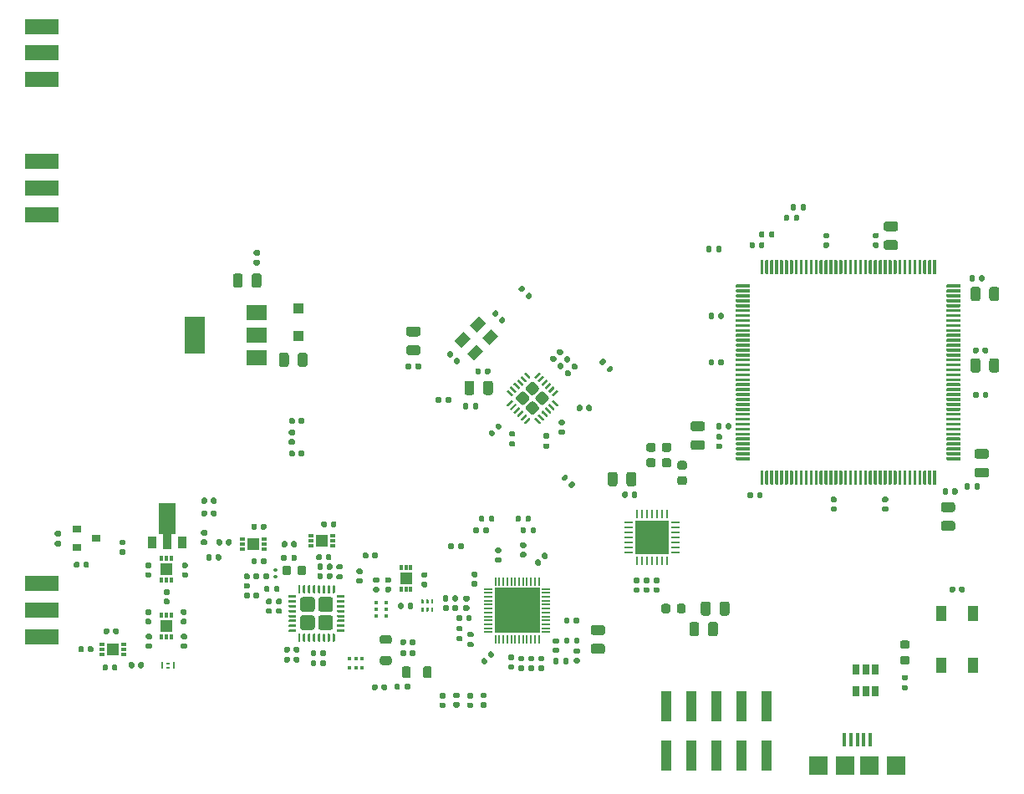
<source format=gtp>
G04 #@! TF.GenerationSoftware,KiCad,Pcbnew,(5.1.8)-1*
G04 #@! TF.CreationDate,2021-09-06T17:51:37-03:00*
G04 #@! TF.ProjectId,Proyecto_Final,50726f79-6563-4746-9f5f-46696e616c2e,rev?*
G04 #@! TF.SameCoordinates,Original*
G04 #@! TF.FileFunction,Paste,Top*
G04 #@! TF.FilePolarity,Positive*
%FSLAX46Y46*%
G04 Gerber Fmt 4.6, Leading zero omitted, Abs format (unit mm)*
G04 Created by KiCad (PCBNEW (5.1.8)-1) date 2021-09-06 17:51:37*
%MOMM*%
%LPD*%
G01*
G04 APERTURE LIST*
%ADD10C,0.152400*%
%ADD11R,0.550000X0.300000*%
%ADD12R,1.200000X1.300000*%
%ADD13R,1.300000X1.200000*%
%ADD14R,0.300000X0.550000*%
%ADD15R,0.450000X0.245000*%
%ADD16R,0.275000X0.700000*%
%ADD17R,3.500000X1.500000*%
%ADD18R,1.900000X1.900000*%
%ADD19R,0.400000X1.350000*%
%ADD20R,1.000000X1.550000*%
%ADD21R,1.000000X3.150000*%
%ADD22R,2.000000X3.800000*%
%ADD23R,2.000000X1.500000*%
%ADD24R,0.812800X0.203200*%
%ADD25R,0.203200X0.812800*%
%ADD26R,4.597400X4.597400*%
%ADD27R,0.650000X1.060000*%
%ADD28R,0.900000X0.800000*%
%ADD29R,1.100000X1.100000*%
%ADD30R,0.330000X0.410000*%
%ADD31R,0.410000X0.330000*%
%ADD32R,0.960399X0.254800*%
%ADD33R,0.254800X0.960399*%
%ADD34R,3.352800X3.352800*%
%ADD35R,0.900000X1.300000*%
%ADD36C,0.150000*%
G04 APERTURE END LIST*
D10*
X122178700Y-133696233D02*
X120846233Y-133696233D01*
X122178700Y-135028700D02*
X122178700Y-133696233D01*
X120846233Y-135028700D02*
X122178700Y-135028700D01*
X120846233Y-133696233D02*
X120846233Y-135028700D01*
X122178700Y-132163766D02*
X120846233Y-132163766D01*
X122178700Y-133496234D02*
X122178700Y-132163766D01*
X120846233Y-133496234D02*
X122178700Y-133496234D01*
X120846233Y-132163766D02*
X120846233Y-133496234D01*
X122178700Y-130631300D02*
X120846233Y-130631300D01*
X122178700Y-131963767D02*
X122178700Y-130631300D01*
X120846233Y-131963767D02*
X122178700Y-131963767D01*
X120846233Y-130631300D02*
X120846233Y-131963767D01*
X120646234Y-133696233D02*
X119313766Y-133696233D01*
X120646234Y-135028700D02*
X120646234Y-133696233D01*
X119313766Y-135028700D02*
X120646234Y-135028700D01*
X119313766Y-133696233D02*
X119313766Y-135028700D01*
X120646234Y-132163766D02*
X119313766Y-132163766D01*
X120646234Y-133496234D02*
X120646234Y-132163766D01*
X119313766Y-133496234D02*
X120646234Y-133496234D01*
X119313766Y-132163766D02*
X119313766Y-133496234D01*
X120646234Y-130631300D02*
X119313766Y-130631300D01*
X120646234Y-131963767D02*
X120646234Y-130631300D01*
X119313766Y-131963767D02*
X120646234Y-131963767D01*
X119313766Y-130631300D02*
X119313766Y-131963767D01*
X119113767Y-133696233D02*
X117781300Y-133696233D01*
X119113767Y-135028700D02*
X119113767Y-133696233D01*
X117781300Y-135028700D02*
X119113767Y-135028700D01*
X117781300Y-133696233D02*
X117781300Y-135028700D01*
X119113767Y-132163766D02*
X117781300Y-132163766D01*
X119113767Y-133496234D02*
X119113767Y-132163766D01*
X117781300Y-133496234D02*
X119113767Y-133496234D01*
X117781300Y-132163766D02*
X117781300Y-133496234D01*
X119113767Y-130631300D02*
X117781300Y-130631300D01*
X119113767Y-131963767D02*
X119113767Y-130631300D01*
X117781300Y-131963767D02*
X119113767Y-131963767D01*
X117781300Y-130631300D02*
X117781300Y-131963767D01*
X135221600Y-125513200D02*
X133745200Y-125513200D01*
X135221600Y-126989600D02*
X135221600Y-125513200D01*
X133745200Y-126989600D02*
X135221600Y-126989600D01*
X133745200Y-125513200D02*
X133745200Y-126989600D01*
X135221600Y-123836800D02*
X133745200Y-123836800D01*
X135221600Y-125313200D02*
X135221600Y-123836800D01*
X133745200Y-125313200D02*
X135221600Y-125313200D01*
X133745200Y-123836800D02*
X133745200Y-125313200D01*
X133545200Y-125513200D02*
X132068800Y-125513200D01*
X133545200Y-126989600D02*
X133545200Y-125513200D01*
X132068800Y-126989600D02*
X133545200Y-126989600D01*
X132068800Y-125513200D02*
X132068800Y-126989600D01*
X133545200Y-123836800D02*
X132068800Y-123836800D01*
X133545200Y-125313200D02*
X133545200Y-123836800D01*
X132068800Y-125313200D02*
X133545200Y-125313200D01*
X132068800Y-123836800D02*
X132068800Y-125313200D01*
G36*
G01*
X110433500Y-132149000D02*
X110308500Y-132149000D01*
G75*
G02*
X110246000Y-132086500I0J62500D01*
G01*
X110246000Y-131761500D01*
G75*
G02*
X110308500Y-131699000I62500J0D01*
G01*
X110433500Y-131699000D01*
G75*
G02*
X110496000Y-131761500I0J-62500D01*
G01*
X110496000Y-132086500D01*
G75*
G02*
X110433500Y-132149000I-62500J0D01*
G01*
G37*
G36*
G01*
X110933500Y-132149000D02*
X110808500Y-132149000D01*
G75*
G02*
X110746000Y-132086500I0J62500D01*
G01*
X110746000Y-131761500D01*
G75*
G02*
X110808500Y-131699000I62500J0D01*
G01*
X110933500Y-131699000D01*
G75*
G02*
X110996000Y-131761500I0J-62500D01*
G01*
X110996000Y-132086500D01*
G75*
G02*
X110933500Y-132149000I-62500J0D01*
G01*
G37*
G36*
G01*
X111433500Y-132149000D02*
X111308500Y-132149000D01*
G75*
G02*
X111246000Y-132086500I0J62500D01*
G01*
X111246000Y-131761500D01*
G75*
G02*
X111308500Y-131699000I62500J0D01*
G01*
X111433500Y-131699000D01*
G75*
G02*
X111496000Y-131761500I0J-62500D01*
G01*
X111496000Y-132086500D01*
G75*
G02*
X111433500Y-132149000I-62500J0D01*
G01*
G37*
G36*
G01*
X111433500Y-132969000D02*
X111308500Y-132969000D01*
G75*
G02*
X111246000Y-132906500I0J62500D01*
G01*
X111246000Y-132581500D01*
G75*
G02*
X111308500Y-132519000I62500J0D01*
G01*
X111433500Y-132519000D01*
G75*
G02*
X111496000Y-132581500I0J-62500D01*
G01*
X111496000Y-132906500D01*
G75*
G02*
X111433500Y-132969000I-62500J0D01*
G01*
G37*
G36*
G01*
X110933500Y-132969000D02*
X110808500Y-132969000D01*
G75*
G02*
X110746000Y-132906500I0J62500D01*
G01*
X110746000Y-132581500D01*
G75*
G02*
X110808500Y-132519000I62500J0D01*
G01*
X110933500Y-132519000D01*
G75*
G02*
X110996000Y-132581500I0J-62500D01*
G01*
X110996000Y-132906500D01*
G75*
G02*
X110933500Y-132969000I-62500J0D01*
G01*
G37*
G36*
G01*
X110308500Y-132519000D02*
X110433500Y-132519000D01*
G75*
G02*
X110496000Y-132581500I0J-62500D01*
G01*
X110496000Y-132906500D01*
G75*
G02*
X110433500Y-132969000I-62500J0D01*
G01*
X110308500Y-132969000D01*
G75*
G02*
X110246000Y-132906500I0J62500D01*
G01*
X110246000Y-132581500D01*
G75*
G02*
X110308500Y-132519000I62500J0D01*
G01*
G37*
D11*
X80100000Y-137279000D03*
X80100000Y-136779000D03*
X80100000Y-136279000D03*
X77900000Y-136279000D03*
X77900000Y-136779000D03*
X77900000Y-137279000D03*
D12*
X79000000Y-136779000D03*
X100203000Y-125730000D03*
D11*
X99103000Y-126230000D03*
X99103000Y-125730000D03*
X99103000Y-125230000D03*
X101303000Y-125230000D03*
X101303000Y-125730000D03*
X101303000Y-126230000D03*
D12*
X93218000Y-126111000D03*
D11*
X94318000Y-125611000D03*
X94318000Y-126111000D03*
X94318000Y-126611000D03*
X92118000Y-126611000D03*
X92118000Y-126111000D03*
X92118000Y-125611000D03*
D13*
X84455000Y-128651000D03*
D14*
X84955000Y-129751000D03*
X84455000Y-129751000D03*
X83955000Y-129751000D03*
X83955000Y-127551000D03*
X84455000Y-127551000D03*
X84955000Y-127551000D03*
D13*
X84455000Y-134366000D03*
D14*
X83955000Y-133266000D03*
X84455000Y-133266000D03*
X84955000Y-133266000D03*
X84955000Y-135466000D03*
X84455000Y-135466000D03*
X83955000Y-135466000D03*
D13*
X108712000Y-129540000D03*
D14*
X109212000Y-130640000D03*
X108712000Y-130640000D03*
X108212000Y-130640000D03*
X108212000Y-128440000D03*
X108712000Y-128440000D03*
X109212000Y-128440000D03*
D15*
X84600000Y-138172000D03*
D16*
X85213000Y-138400000D03*
D15*
X84600000Y-138628000D03*
D16*
X83987000Y-138400000D03*
G36*
G01*
X112750000Y-111685000D02*
X112750000Y-111315000D01*
G75*
G02*
X112885000Y-111180000I135000J0D01*
G01*
X113155000Y-111180000D01*
G75*
G02*
X113290000Y-111315000I0J-135000D01*
G01*
X113290000Y-111685000D01*
G75*
G02*
X113155000Y-111820000I-135000J0D01*
G01*
X112885000Y-111820000D01*
G75*
G02*
X112750000Y-111685000I0J135000D01*
G01*
G37*
G36*
G01*
X111730000Y-111685000D02*
X111730000Y-111315000D01*
G75*
G02*
X111865000Y-111180000I135000J0D01*
G01*
X112135000Y-111180000D01*
G75*
G02*
X112270000Y-111315000I0J-135000D01*
G01*
X112270000Y-111685000D01*
G75*
G02*
X112135000Y-111820000I-135000J0D01*
G01*
X111865000Y-111820000D01*
G75*
G02*
X111730000Y-111685000I0J135000D01*
G01*
G37*
D17*
X71850000Y-92700000D03*
X71850000Y-87300000D03*
X71850000Y-90000000D03*
D18*
X158375000Y-148550000D03*
X155625000Y-148550000D03*
X153225000Y-148550000D03*
X150475000Y-148550000D03*
D19*
X155725000Y-145875000D03*
X155075000Y-145875000D03*
X154425000Y-145875000D03*
X153775000Y-145875000D03*
X153125000Y-145875000D03*
D20*
X166123100Y-138347800D03*
X166123100Y-133097800D03*
X162923100Y-133097800D03*
X162923100Y-138347800D03*
D21*
X135067600Y-147547000D03*
X135067600Y-142497000D03*
X137607600Y-147547000D03*
X137607600Y-142497000D03*
X140147600Y-147547000D03*
X140147600Y-142497000D03*
X142687600Y-147547000D03*
X142687600Y-142497000D03*
X145227600Y-147547000D03*
X145227600Y-142497000D03*
G36*
G01*
X115070600Y-134996400D02*
X115440600Y-134996400D01*
G75*
G02*
X115575600Y-135131400I0J-135000D01*
G01*
X115575600Y-135401400D01*
G75*
G02*
X115440600Y-135536400I-135000J0D01*
G01*
X115070600Y-135536400D01*
G75*
G02*
X114935600Y-135401400I0J135000D01*
G01*
X114935600Y-135131400D01*
G75*
G02*
X115070600Y-134996400I135000J0D01*
G01*
G37*
G36*
G01*
X115070600Y-136016400D02*
X115440600Y-136016400D01*
G75*
G02*
X115575600Y-136151400I0J-135000D01*
G01*
X115575600Y-136421400D01*
G75*
G02*
X115440600Y-136556400I-135000J0D01*
G01*
X115070600Y-136556400D01*
G75*
G02*
X114935600Y-136421400I0J135000D01*
G01*
X114935600Y-136151400D01*
G75*
G02*
X115070600Y-136016400I135000J0D01*
G01*
G37*
G36*
G01*
X113953000Y-134386800D02*
X114323000Y-134386800D01*
G75*
G02*
X114458000Y-134521800I0J-135000D01*
G01*
X114458000Y-134791800D01*
G75*
G02*
X114323000Y-134926800I-135000J0D01*
G01*
X113953000Y-134926800D01*
G75*
G02*
X113818000Y-134791800I0J135000D01*
G01*
X113818000Y-134521800D01*
G75*
G02*
X113953000Y-134386800I135000J0D01*
G01*
G37*
G36*
G01*
X113953000Y-135406800D02*
X114323000Y-135406800D01*
G75*
G02*
X114458000Y-135541800I0J-135000D01*
G01*
X114458000Y-135811800D01*
G75*
G02*
X114323000Y-135946800I-135000J0D01*
G01*
X113953000Y-135946800D01*
G75*
G02*
X113818000Y-135811800I0J135000D01*
G01*
X113818000Y-135541800D01*
G75*
G02*
X113953000Y-135406800I135000J0D01*
G01*
G37*
D22*
X87314800Y-104940800D03*
D23*
X93614800Y-104940800D03*
X93614800Y-102640800D03*
X93614800Y-107240800D03*
D17*
X71820000Y-76350000D03*
X71820000Y-73650000D03*
X71820000Y-79050000D03*
D24*
X117033600Y-130629999D03*
X117033600Y-131030001D03*
X117033600Y-131430000D03*
X117033600Y-131829999D03*
X117033600Y-132230001D03*
X117033600Y-132630000D03*
X117033600Y-133030000D03*
X117033600Y-133429999D03*
X117033600Y-133830001D03*
X117033600Y-134230000D03*
X117033600Y-134629999D03*
X117033600Y-135030001D03*
D25*
X117779999Y-135776400D03*
X118180001Y-135776400D03*
X118580000Y-135776400D03*
X118979999Y-135776400D03*
X119380001Y-135776400D03*
X119780000Y-135776400D03*
X120180000Y-135776400D03*
X120579999Y-135776400D03*
X120980001Y-135776400D03*
X121380000Y-135776400D03*
X121779999Y-135776400D03*
X122180001Y-135776400D03*
D24*
X122926400Y-135030001D03*
X122926400Y-134629999D03*
X122926400Y-134230000D03*
X122926400Y-133830001D03*
X122926400Y-133429999D03*
X122926400Y-133030000D03*
X122926400Y-132630000D03*
X122926400Y-132230001D03*
X122926400Y-131829999D03*
X122926400Y-131430000D03*
X122926400Y-131030001D03*
X122926400Y-130629999D03*
D25*
X122180001Y-129883600D03*
X121779999Y-129883600D03*
X121380000Y-129883600D03*
X120980001Y-129883600D03*
X120579999Y-129883600D03*
X120180000Y-129883600D03*
X119780000Y-129883600D03*
X119380001Y-129883600D03*
X118979999Y-129883600D03*
X118580000Y-129883600D03*
X118180001Y-129883600D03*
X117779999Y-129883600D03*
D26*
X119980000Y-132830000D03*
D27*
X154336000Y-140991200D03*
X155286000Y-140991200D03*
X156236000Y-140991200D03*
X156236000Y-138791200D03*
X154336000Y-138791200D03*
X155286000Y-138791200D03*
D28*
X75371500Y-124577500D03*
X75371500Y-126477500D03*
X77371500Y-125527500D03*
D29*
X97831200Y-102197599D03*
X97831200Y-104997599D03*
G36*
G01*
X137039398Y-132376798D02*
X137039398Y-132876798D01*
G75*
G02*
X136814398Y-133101798I-225000J0D01*
G01*
X136364398Y-133101798D01*
G75*
G02*
X136139398Y-132876798I0J225000D01*
G01*
X136139398Y-132376798D01*
G75*
G02*
X136364398Y-132151798I225000J0D01*
G01*
X136814398Y-132151798D01*
G75*
G02*
X137039398Y-132376798I0J-225000D01*
G01*
G37*
G36*
G01*
X135489398Y-132376798D02*
X135489398Y-132876798D01*
G75*
G02*
X135264398Y-133101798I-225000J0D01*
G01*
X134814398Y-133101798D01*
G75*
G02*
X134589398Y-132876798I0J225000D01*
G01*
X134589398Y-132376798D01*
G75*
G02*
X134814398Y-132151798I225000J0D01*
G01*
X135264398Y-132151798D01*
G75*
G02*
X135489398Y-132376798I0J-225000D01*
G01*
G37*
G36*
G01*
X88013500Y-123157500D02*
X88013500Y-122817500D01*
G75*
G02*
X88153500Y-122677500I140000J0D01*
G01*
X88433500Y-122677500D01*
G75*
G02*
X88573500Y-122817500I0J-140000D01*
G01*
X88573500Y-123157500D01*
G75*
G02*
X88433500Y-123297500I-140000J0D01*
G01*
X88153500Y-123297500D01*
G75*
G02*
X88013500Y-123157500I0J140000D01*
G01*
G37*
G36*
G01*
X88973500Y-123157500D02*
X88973500Y-122817500D01*
G75*
G02*
X89113500Y-122677500I140000J0D01*
G01*
X89393500Y-122677500D01*
G75*
G02*
X89533500Y-122817500I0J-140000D01*
G01*
X89533500Y-123157500D01*
G75*
G02*
X89393500Y-123297500I-140000J0D01*
G01*
X89113500Y-123297500D01*
G75*
G02*
X88973500Y-123157500I0J140000D01*
G01*
G37*
G36*
G01*
X98627000Y-128516000D02*
X98627000Y-129016000D01*
G75*
G02*
X98402000Y-129241000I-225000J0D01*
G01*
X97952000Y-129241000D01*
G75*
G02*
X97727000Y-129016000I0J225000D01*
G01*
X97727000Y-128516000D01*
G75*
G02*
X97952000Y-128291000I225000J0D01*
G01*
X98402000Y-128291000D01*
G75*
G02*
X98627000Y-128516000I0J-225000D01*
G01*
G37*
G36*
G01*
X97077000Y-128516000D02*
X97077000Y-129016000D01*
G75*
G02*
X96852000Y-129241000I-225000J0D01*
G01*
X96402000Y-129241000D01*
G75*
G02*
X96177000Y-129016000I0J225000D01*
G01*
X96177000Y-128516000D01*
G75*
G02*
X96402000Y-128291000I225000J0D01*
G01*
X96852000Y-128291000D01*
G75*
G02*
X97077000Y-128516000I0J-225000D01*
G01*
G37*
G36*
G01*
X108320000Y-139459650D02*
X108320000Y-138697150D01*
G75*
G02*
X108538750Y-138478400I218750J0D01*
G01*
X108976250Y-138478400D01*
G75*
G02*
X109195000Y-138697150I0J-218750D01*
G01*
X109195000Y-139459650D01*
G75*
G02*
X108976250Y-139678400I-218750J0D01*
G01*
X108538750Y-139678400D01*
G75*
G02*
X108320000Y-139459650I0J218750D01*
G01*
G37*
G36*
G01*
X110445000Y-139459650D02*
X110445000Y-138697150D01*
G75*
G02*
X110663750Y-138478400I218750J0D01*
G01*
X111101250Y-138478400D01*
G75*
G02*
X111320000Y-138697150I0J-218750D01*
G01*
X111320000Y-139459650D01*
G75*
G02*
X111101250Y-139678400I-218750J0D01*
G01*
X110663750Y-139678400D01*
G75*
G02*
X110445000Y-139459650I0J218750D01*
G01*
G37*
G36*
G01*
X107051650Y-138338900D02*
X106289150Y-138338900D01*
G75*
G02*
X106070400Y-138120150I0J218750D01*
G01*
X106070400Y-137682650D01*
G75*
G02*
X106289150Y-137463900I218750J0D01*
G01*
X107051650Y-137463900D01*
G75*
G02*
X107270400Y-137682650I0J-218750D01*
G01*
X107270400Y-138120150D01*
G75*
G02*
X107051650Y-138338900I-218750J0D01*
G01*
G37*
G36*
G01*
X107051650Y-136213900D02*
X106289150Y-136213900D01*
G75*
G02*
X106070400Y-135995150I0J218750D01*
G01*
X106070400Y-135557650D01*
G75*
G02*
X106289150Y-135338900I218750J0D01*
G01*
X107051650Y-135338900D01*
G75*
G02*
X107270400Y-135557650I0J-218750D01*
G01*
X107270400Y-135995150D01*
G75*
G02*
X107051650Y-136213900I-218750J0D01*
G01*
G37*
G36*
G01*
X109939400Y-106964800D02*
X108989400Y-106964800D01*
G75*
G02*
X108739400Y-106714800I0J250000D01*
G01*
X108739400Y-106214800D01*
G75*
G02*
X108989400Y-105964800I250000J0D01*
G01*
X109939400Y-105964800D01*
G75*
G02*
X110189400Y-106214800I0J-250000D01*
G01*
X110189400Y-106714800D01*
G75*
G02*
X109939400Y-106964800I-250000J0D01*
G01*
G37*
G36*
G01*
X109939400Y-105064800D02*
X108989400Y-105064800D01*
G75*
G02*
X108739400Y-104814800I0J250000D01*
G01*
X108739400Y-104314800D01*
G75*
G02*
X108989400Y-104064800I250000J0D01*
G01*
X109939400Y-104064800D01*
G75*
G02*
X110189400Y-104314800I0J-250000D01*
G01*
X110189400Y-104814800D01*
G75*
G02*
X109939400Y-105064800I-250000J0D01*
G01*
G37*
G36*
G01*
X98757999Y-106955000D02*
X98757999Y-107905000D01*
G75*
G02*
X98507999Y-108155000I-250000J0D01*
G01*
X98007999Y-108155000D01*
G75*
G02*
X97757999Y-107905000I0J250000D01*
G01*
X97757999Y-106955000D01*
G75*
G02*
X98007999Y-106705000I250000J0D01*
G01*
X98507999Y-106705000D01*
G75*
G02*
X98757999Y-106955000I0J-250000D01*
G01*
G37*
G36*
G01*
X96857999Y-106955000D02*
X96857999Y-107905000D01*
G75*
G02*
X96607999Y-108155000I-250000J0D01*
G01*
X96107999Y-108155000D01*
G75*
G02*
X95857999Y-107905000I0J250000D01*
G01*
X95857999Y-106955000D01*
G75*
G02*
X96107999Y-106705000I250000J0D01*
G01*
X96607999Y-106705000D01*
G75*
G02*
X96857999Y-106955000I0J-250000D01*
G01*
G37*
G36*
G01*
X94084399Y-98928600D02*
X94084399Y-99878600D01*
G75*
G02*
X93834399Y-100128600I-250000J0D01*
G01*
X93334399Y-100128600D01*
G75*
G02*
X93084399Y-99878600I0J250000D01*
G01*
X93084399Y-98928600D01*
G75*
G02*
X93334399Y-98678600I250000J0D01*
G01*
X93834399Y-98678600D01*
G75*
G02*
X94084399Y-98928600I0J-250000D01*
G01*
G37*
G36*
G01*
X92184399Y-98928600D02*
X92184399Y-99878600D01*
G75*
G02*
X91934399Y-100128600I-250000J0D01*
G01*
X91434399Y-100128600D01*
G75*
G02*
X91184399Y-99878600I0J250000D01*
G01*
X91184399Y-98928600D01*
G75*
G02*
X91434399Y-98678600I250000J0D01*
G01*
X91934399Y-98678600D01*
G75*
G02*
X92184399Y-98928600I0J-250000D01*
G01*
G37*
G36*
G01*
X102181800Y-129698400D02*
X101811800Y-129698400D01*
G75*
G02*
X101676800Y-129563400I0J135000D01*
G01*
X101676800Y-129293400D01*
G75*
G02*
X101811800Y-129158400I135000J0D01*
G01*
X102181800Y-129158400D01*
G75*
G02*
X102316800Y-129293400I0J-135000D01*
G01*
X102316800Y-129563400D01*
G75*
G02*
X102181800Y-129698400I-135000J0D01*
G01*
G37*
G36*
G01*
X102181800Y-128678400D02*
X101811800Y-128678400D01*
G75*
G02*
X101676800Y-128543400I0J135000D01*
G01*
X101676800Y-128273400D01*
G75*
G02*
X101811800Y-128138400I135000J0D01*
G01*
X102181800Y-128138400D01*
G75*
G02*
X102316800Y-128273400I0J-135000D01*
G01*
X102316800Y-128543400D01*
G75*
G02*
X102181800Y-128678400I-135000J0D01*
G01*
G37*
G36*
G01*
X117257600Y-108428400D02*
X117257600Y-108768400D01*
G75*
G02*
X117117600Y-108908400I-140000J0D01*
G01*
X116837600Y-108908400D01*
G75*
G02*
X116697600Y-108768400I0J140000D01*
G01*
X116697600Y-108428400D01*
G75*
G02*
X116837600Y-108288400I140000J0D01*
G01*
X117117600Y-108288400D01*
G75*
G02*
X117257600Y-108428400I0J-140000D01*
G01*
G37*
G36*
G01*
X116297600Y-108428400D02*
X116297600Y-108768400D01*
G75*
G02*
X116157600Y-108908400I-140000J0D01*
G01*
X115877600Y-108908400D01*
G75*
G02*
X115737600Y-108768400I0J140000D01*
G01*
X115737600Y-108428400D01*
G75*
G02*
X115877600Y-108288400I140000J0D01*
G01*
X116157600Y-108288400D01*
G75*
G02*
X116297600Y-108428400I0J-140000D01*
G01*
G37*
G36*
G01*
X117663200Y-123348600D02*
X117663200Y-123718600D01*
G75*
G02*
X117528200Y-123853600I-135000J0D01*
G01*
X117258200Y-123853600D01*
G75*
G02*
X117123200Y-123718600I0J135000D01*
G01*
X117123200Y-123348600D01*
G75*
G02*
X117258200Y-123213600I135000J0D01*
G01*
X117528200Y-123213600D01*
G75*
G02*
X117663200Y-123348600I0J-135000D01*
G01*
G37*
G36*
G01*
X116643200Y-123348600D02*
X116643200Y-123718600D01*
G75*
G02*
X116508200Y-123853600I-135000J0D01*
G01*
X116238200Y-123853600D01*
G75*
G02*
X116103200Y-123718600I0J135000D01*
G01*
X116103200Y-123348600D01*
G75*
G02*
X116238200Y-123213600I135000J0D01*
G01*
X116508200Y-123213600D01*
G75*
G02*
X116643200Y-123348600I0J-135000D01*
G01*
G37*
G36*
G01*
X114560400Y-126142600D02*
X114560400Y-126512600D01*
G75*
G02*
X114425400Y-126647600I-135000J0D01*
G01*
X114155400Y-126647600D01*
G75*
G02*
X114020400Y-126512600I0J135000D01*
G01*
X114020400Y-126142600D01*
G75*
G02*
X114155400Y-126007600I135000J0D01*
G01*
X114425400Y-126007600D01*
G75*
G02*
X114560400Y-126142600I0J-135000D01*
G01*
G37*
G36*
G01*
X113540400Y-126142600D02*
X113540400Y-126512600D01*
G75*
G02*
X113405400Y-126647600I-135000J0D01*
G01*
X113135400Y-126647600D01*
G75*
G02*
X113000400Y-126512600I0J135000D01*
G01*
X113000400Y-126142600D01*
G75*
G02*
X113135400Y-126007600I135000J0D01*
G01*
X113405400Y-126007600D01*
G75*
G02*
X113540400Y-126142600I0J-135000D01*
G01*
G37*
G36*
G01*
X93787300Y-97869800D02*
X93442300Y-97869800D01*
G75*
G02*
X93294800Y-97722300I0J147500D01*
G01*
X93294800Y-97427300D01*
G75*
G02*
X93442300Y-97279800I147500J0D01*
G01*
X93787300Y-97279800D01*
G75*
G02*
X93934800Y-97427300I0J-147500D01*
G01*
X93934800Y-97722300D01*
G75*
G02*
X93787300Y-97869800I-147500J0D01*
G01*
G37*
G36*
G01*
X93787300Y-96899800D02*
X93442300Y-96899800D01*
G75*
G02*
X93294800Y-96752300I0J147500D01*
G01*
X93294800Y-96457300D01*
G75*
G02*
X93442300Y-96309800I147500J0D01*
G01*
X93787300Y-96309800D01*
G75*
G02*
X93934800Y-96457300I0J-147500D01*
G01*
X93934800Y-96752300D01*
G75*
G02*
X93787300Y-96899800I-147500J0D01*
G01*
G37*
G36*
G01*
X110244400Y-107917900D02*
X110244400Y-108262900D01*
G75*
G02*
X110096900Y-108410400I-147500J0D01*
G01*
X109801900Y-108410400D01*
G75*
G02*
X109654400Y-108262900I0J147500D01*
G01*
X109654400Y-107917900D01*
G75*
G02*
X109801900Y-107770400I147500J0D01*
G01*
X110096900Y-107770400D01*
G75*
G02*
X110244400Y-107917900I0J-147500D01*
G01*
G37*
G36*
G01*
X109274400Y-107917900D02*
X109274400Y-108262900D01*
G75*
G02*
X109126900Y-108410400I-147500J0D01*
G01*
X108831900Y-108410400D01*
G75*
G02*
X108684400Y-108262900I0J147500D01*
G01*
X108684400Y-107917900D01*
G75*
G02*
X108831900Y-107770400I147500J0D01*
G01*
X109126900Y-107770400D01*
G75*
G02*
X109274400Y-107917900I0J-147500D01*
G01*
G37*
G36*
G01*
X73644901Y-126332899D02*
X73274901Y-126332899D01*
G75*
G02*
X73139901Y-126197899I0J135000D01*
G01*
X73139901Y-125927899D01*
G75*
G02*
X73274901Y-125792899I135000J0D01*
G01*
X73644901Y-125792899D01*
G75*
G02*
X73779901Y-125927899I0J-135000D01*
G01*
X73779901Y-126197899D01*
G75*
G02*
X73644901Y-126332899I-135000J0D01*
G01*
G37*
G36*
G01*
X73644901Y-125312899D02*
X73274901Y-125312899D01*
G75*
G02*
X73139901Y-125177899I0J135000D01*
G01*
X73139901Y-124907899D01*
G75*
G02*
X73274901Y-124772899I135000J0D01*
G01*
X73644901Y-124772899D01*
G75*
G02*
X73779901Y-124907899I0J-135000D01*
G01*
X73779901Y-125177899D01*
G75*
G02*
X73644901Y-125312899I-135000J0D01*
G01*
G37*
G36*
G01*
X96998300Y-114501000D02*
X97343300Y-114501000D01*
G75*
G02*
X97490800Y-114648500I0J-147500D01*
G01*
X97490800Y-114943500D01*
G75*
G02*
X97343300Y-115091000I-147500J0D01*
G01*
X96998300Y-115091000D01*
G75*
G02*
X96850800Y-114943500I0J147500D01*
G01*
X96850800Y-114648500D01*
G75*
G02*
X96998300Y-114501000I147500J0D01*
G01*
G37*
G36*
G01*
X96998300Y-115471000D02*
X97343300Y-115471000D01*
G75*
G02*
X97490800Y-115618500I0J-147500D01*
G01*
X97490800Y-115913500D01*
G75*
G02*
X97343300Y-116061000I-147500J0D01*
G01*
X96998300Y-116061000D01*
G75*
G02*
X96850800Y-115913500I0J147500D01*
G01*
X96850800Y-115618500D01*
G75*
G02*
X96998300Y-115471000I147500J0D01*
G01*
G37*
G36*
G01*
X159504650Y-138296900D02*
X158992150Y-138296900D01*
G75*
G02*
X158773400Y-138078150I0J218750D01*
G01*
X158773400Y-137640650D01*
G75*
G02*
X158992150Y-137421900I218750J0D01*
G01*
X159504650Y-137421900D01*
G75*
G02*
X159723400Y-137640650I0J-218750D01*
G01*
X159723400Y-138078150D01*
G75*
G02*
X159504650Y-138296900I-218750J0D01*
G01*
G37*
G36*
G01*
X159504650Y-136721900D02*
X158992150Y-136721900D01*
G75*
G02*
X158773400Y-136503150I0J218750D01*
G01*
X158773400Y-136065650D01*
G75*
G02*
X158992150Y-135846900I218750J0D01*
G01*
X159504650Y-135846900D01*
G75*
G02*
X159723400Y-136065650I0J-218750D01*
G01*
X159723400Y-136503150D01*
G75*
G02*
X159504650Y-136721900I-218750J0D01*
G01*
G37*
D17*
X71872400Y-132804600D03*
X71872400Y-130104600D03*
X71872400Y-135504600D03*
G36*
G01*
X114651300Y-131311000D02*
X114996300Y-131311000D01*
G75*
G02*
X115143800Y-131458500I0J-147500D01*
G01*
X115143800Y-131753500D01*
G75*
G02*
X114996300Y-131901000I-147500J0D01*
G01*
X114651300Y-131901000D01*
G75*
G02*
X114503800Y-131753500I0J147500D01*
G01*
X114503800Y-131458500D01*
G75*
G02*
X114651300Y-131311000I147500J0D01*
G01*
G37*
G36*
G01*
X114651300Y-132281000D02*
X114996300Y-132281000D01*
G75*
G02*
X115143800Y-132428500I0J-147500D01*
G01*
X115143800Y-132723500D01*
G75*
G02*
X114996300Y-132871000I-147500J0D01*
G01*
X114651300Y-132871000D01*
G75*
G02*
X114503800Y-132723500I0J147500D01*
G01*
X114503800Y-132428500D01*
G75*
G02*
X114651300Y-132281000I147500J0D01*
G01*
G37*
G36*
G01*
X109128800Y-140366600D02*
X109128800Y-140736600D01*
G75*
G02*
X108993800Y-140871600I-135000J0D01*
G01*
X108723800Y-140871600D01*
G75*
G02*
X108588800Y-140736600I0J135000D01*
G01*
X108588800Y-140366600D01*
G75*
G02*
X108723800Y-140231600I135000J0D01*
G01*
X108993800Y-140231600D01*
G75*
G02*
X109128800Y-140366600I0J-135000D01*
G01*
G37*
G36*
G01*
X108108800Y-140366600D02*
X108108800Y-140736600D01*
G75*
G02*
X107973800Y-140871600I-135000J0D01*
G01*
X107703800Y-140871600D01*
G75*
G02*
X107568800Y-140736600I0J135000D01*
G01*
X107568800Y-140366600D01*
G75*
G02*
X107703800Y-140231600I135000J0D01*
G01*
X107973800Y-140231600D01*
G75*
G02*
X108108800Y-140366600I0J-135000D01*
G01*
G37*
G36*
G01*
X88108300Y-124656200D02*
X88453300Y-124656200D01*
G75*
G02*
X88600800Y-124803700I0J-147500D01*
G01*
X88600800Y-125098700D01*
G75*
G02*
X88453300Y-125246200I-147500J0D01*
G01*
X88108300Y-125246200D01*
G75*
G02*
X87960800Y-125098700I0J147500D01*
G01*
X87960800Y-124803700D01*
G75*
G02*
X88108300Y-124656200I147500J0D01*
G01*
G37*
G36*
G01*
X88108300Y-125626200D02*
X88453300Y-125626200D01*
G75*
G02*
X88600800Y-125773700I0J-147500D01*
G01*
X88600800Y-126068700D01*
G75*
G02*
X88453300Y-126216200I-147500J0D01*
G01*
X88108300Y-126216200D01*
G75*
G02*
X87960800Y-126068700I0J147500D01*
G01*
X87960800Y-125773700D01*
G75*
G02*
X88108300Y-125626200I147500J0D01*
G01*
G37*
G36*
G01*
X97646000Y-127311000D02*
X97646000Y-127681000D01*
G75*
G02*
X97511000Y-127816000I-135000J0D01*
G01*
X97241000Y-127816000D01*
G75*
G02*
X97106000Y-127681000I0J135000D01*
G01*
X97106000Y-127311000D01*
G75*
G02*
X97241000Y-127176000I135000J0D01*
G01*
X97511000Y-127176000D01*
G75*
G02*
X97646000Y-127311000I0J-135000D01*
G01*
G37*
G36*
G01*
X96626000Y-127311000D02*
X96626000Y-127681000D01*
G75*
G02*
X96491000Y-127816000I-135000J0D01*
G01*
X96221000Y-127816000D01*
G75*
G02*
X96086000Y-127681000I0J135000D01*
G01*
X96086000Y-127311000D01*
G75*
G02*
X96221000Y-127176000I135000J0D01*
G01*
X96491000Y-127176000D01*
G75*
G02*
X96626000Y-127311000I0J-135000D01*
G01*
G37*
G36*
G01*
X95916800Y-130460600D02*
X95916800Y-130830600D01*
G75*
G02*
X95781800Y-130965600I-135000J0D01*
G01*
X95511800Y-130965600D01*
G75*
G02*
X95376800Y-130830600I0J135000D01*
G01*
X95376800Y-130460600D01*
G75*
G02*
X95511800Y-130325600I135000J0D01*
G01*
X95781800Y-130325600D01*
G75*
G02*
X95916800Y-130460600I0J-135000D01*
G01*
G37*
G36*
G01*
X94896800Y-130460600D02*
X94896800Y-130830600D01*
G75*
G02*
X94761800Y-130965600I-135000J0D01*
G01*
X94491800Y-130965600D01*
G75*
G02*
X94356800Y-130830600I0J135000D01*
G01*
X94356800Y-130460600D01*
G75*
G02*
X94491800Y-130325600I135000J0D01*
G01*
X94761800Y-130325600D01*
G75*
G02*
X94896800Y-130460600I0J-135000D01*
G01*
G37*
G36*
G01*
X120319600Y-124887000D02*
X120319600Y-124517000D01*
G75*
G02*
X120454600Y-124382000I135000J0D01*
G01*
X120724600Y-124382000D01*
G75*
G02*
X120859600Y-124517000I0J-135000D01*
G01*
X120859600Y-124887000D01*
G75*
G02*
X120724600Y-125022000I-135000J0D01*
G01*
X120454600Y-125022000D01*
G75*
G02*
X120319600Y-124887000I0J135000D01*
G01*
G37*
G36*
G01*
X121339600Y-124887000D02*
X121339600Y-124517000D01*
G75*
G02*
X121474600Y-124382000I135000J0D01*
G01*
X121744600Y-124382000D01*
G75*
G02*
X121879600Y-124517000I0J-135000D01*
G01*
X121879600Y-124887000D01*
G75*
G02*
X121744600Y-125022000I-135000J0D01*
G01*
X121474600Y-125022000D01*
G75*
G02*
X121339600Y-124887000I0J135000D01*
G01*
G37*
G36*
G01*
X93290000Y-129560600D02*
X93290000Y-129190600D01*
G75*
G02*
X93425000Y-129055600I135000J0D01*
G01*
X93695000Y-129055600D01*
G75*
G02*
X93830000Y-129190600I0J-135000D01*
G01*
X93830000Y-129560600D01*
G75*
G02*
X93695000Y-129695600I-135000J0D01*
G01*
X93425000Y-129695600D01*
G75*
G02*
X93290000Y-129560600I0J135000D01*
G01*
G37*
G36*
G01*
X94310000Y-129560600D02*
X94310000Y-129190600D01*
G75*
G02*
X94445000Y-129055600I135000J0D01*
G01*
X94715000Y-129055600D01*
G75*
G02*
X94850000Y-129190600I0J-135000D01*
G01*
X94850000Y-129560600D01*
G75*
G02*
X94715000Y-129695600I-135000J0D01*
G01*
X94445000Y-129695600D01*
G75*
G02*
X94310000Y-129560600I0J135000D01*
G01*
G37*
G36*
G01*
X119811600Y-123718600D02*
X119811600Y-123348600D01*
G75*
G02*
X119946600Y-123213600I135000J0D01*
G01*
X120216600Y-123213600D01*
G75*
G02*
X120351600Y-123348600I0J-135000D01*
G01*
X120351600Y-123718600D01*
G75*
G02*
X120216600Y-123853600I-135000J0D01*
G01*
X119946600Y-123853600D01*
G75*
G02*
X119811600Y-123718600I0J135000D01*
G01*
G37*
G36*
G01*
X120831600Y-123718600D02*
X120831600Y-123348600D01*
G75*
G02*
X120966600Y-123213600I135000J0D01*
G01*
X121236600Y-123213600D01*
G75*
G02*
X121371600Y-123348600I0J-135000D01*
G01*
X121371600Y-123718600D01*
G75*
G02*
X121236600Y-123853600I-135000J0D01*
G01*
X120966600Y-123853600D01*
G75*
G02*
X120831600Y-123718600I0J135000D01*
G01*
G37*
G36*
G01*
X117104400Y-124517000D02*
X117104400Y-124887000D01*
G75*
G02*
X116969400Y-125022000I-135000J0D01*
G01*
X116699400Y-125022000D01*
G75*
G02*
X116564400Y-124887000I0J135000D01*
G01*
X116564400Y-124517000D01*
G75*
G02*
X116699400Y-124382000I135000J0D01*
G01*
X116969400Y-124382000D01*
G75*
G02*
X117104400Y-124517000I0J-135000D01*
G01*
G37*
G36*
G01*
X116084400Y-124517000D02*
X116084400Y-124887000D01*
G75*
G02*
X115949400Y-125022000I-135000J0D01*
G01*
X115679400Y-125022000D01*
G75*
G02*
X115544400Y-124887000I0J135000D01*
G01*
X115544400Y-124517000D01*
G75*
G02*
X115679400Y-124382000I135000J0D01*
G01*
X115949400Y-124382000D01*
G75*
G02*
X116084400Y-124517000I0J-135000D01*
G01*
G37*
G36*
G01*
X126295200Y-135693000D02*
X126295200Y-136063000D01*
G75*
G02*
X126160200Y-136198000I-135000J0D01*
G01*
X125890200Y-136198000D01*
G75*
G02*
X125755200Y-136063000I0J135000D01*
G01*
X125755200Y-135693000D01*
G75*
G02*
X125890200Y-135558000I135000J0D01*
G01*
X126160200Y-135558000D01*
G75*
G02*
X126295200Y-135693000I0J-135000D01*
G01*
G37*
G36*
G01*
X125275200Y-135693000D02*
X125275200Y-136063000D01*
G75*
G02*
X125140200Y-136198000I-135000J0D01*
G01*
X124870200Y-136198000D01*
G75*
G02*
X124735200Y-136063000I0J135000D01*
G01*
X124735200Y-135693000D01*
G75*
G02*
X124870200Y-135558000I135000J0D01*
G01*
X125140200Y-135558000D01*
G75*
G02*
X125275200Y-135693000I0J-135000D01*
G01*
G37*
G36*
G01*
X159063400Y-139363201D02*
X159433400Y-139363201D01*
G75*
G02*
X159568400Y-139498201I0J-135000D01*
G01*
X159568400Y-139768201D01*
G75*
G02*
X159433400Y-139903201I-135000J0D01*
G01*
X159063400Y-139903201D01*
G75*
G02*
X158928400Y-139768201I0J135000D01*
G01*
X158928400Y-139498201D01*
G75*
G02*
X159063400Y-139363201I135000J0D01*
G01*
G37*
G36*
G01*
X159063400Y-140383201D02*
X159433400Y-140383201D01*
G75*
G02*
X159568400Y-140518201I0J-135000D01*
G01*
X159568400Y-140788201D01*
G75*
G02*
X159433400Y-140923201I-135000J0D01*
G01*
X159063400Y-140923201D01*
G75*
G02*
X158928400Y-140788201I0J135000D01*
G01*
X158928400Y-140518201D01*
G75*
G02*
X159063400Y-140383201I135000J0D01*
G01*
G37*
G36*
G01*
X146985600Y-93238600D02*
X146985600Y-92868600D01*
G75*
G02*
X147120600Y-92733600I135000J0D01*
G01*
X147390600Y-92733600D01*
G75*
G02*
X147525600Y-92868600I0J-135000D01*
G01*
X147525600Y-93238600D01*
G75*
G02*
X147390600Y-93373600I-135000J0D01*
G01*
X147120600Y-93373600D01*
G75*
G02*
X146985600Y-93238600I0J135000D01*
G01*
G37*
G36*
G01*
X148005600Y-93238600D02*
X148005600Y-92868600D01*
G75*
G02*
X148140600Y-92733600I135000J0D01*
G01*
X148410600Y-92733600D01*
G75*
G02*
X148545600Y-92868600I0J-135000D01*
G01*
X148545600Y-93238600D01*
G75*
G02*
X148410600Y-93373600I-135000J0D01*
G01*
X148140600Y-93373600D01*
G75*
G02*
X148005600Y-93238600I0J135000D01*
G01*
G37*
G36*
G01*
X144473000Y-94915000D02*
X144473000Y-94545000D01*
G75*
G02*
X144608000Y-94410000I135000J0D01*
G01*
X144878000Y-94410000D01*
G75*
G02*
X145013000Y-94545000I0J-135000D01*
G01*
X145013000Y-94915000D01*
G75*
G02*
X144878000Y-95050000I-135000J0D01*
G01*
X144608000Y-95050000D01*
G75*
G02*
X144473000Y-94915000I0J135000D01*
G01*
G37*
G36*
G01*
X145493000Y-94915000D02*
X145493000Y-94545000D01*
G75*
G02*
X145628000Y-94410000I135000J0D01*
G01*
X145898000Y-94410000D01*
G75*
G02*
X146033000Y-94545000I0J-135000D01*
G01*
X146033000Y-94915000D01*
G75*
G02*
X145898000Y-95050000I-135000J0D01*
G01*
X145628000Y-95050000D01*
G75*
G02*
X145493000Y-94915000I0J135000D01*
G01*
G37*
G36*
G01*
X128317643Y-107579272D02*
X128579272Y-107317643D01*
G75*
G02*
X128770190Y-107317643I95459J-95459D01*
G01*
X128961109Y-107508562D01*
G75*
G02*
X128961109Y-107699480I-95459J-95459D01*
G01*
X128699480Y-107961109D01*
G75*
G02*
X128508562Y-107961109I-95459J95459D01*
G01*
X128317643Y-107770190D01*
G75*
G02*
X128317643Y-107579272I95459J95459D01*
G01*
G37*
G36*
G01*
X129038891Y-108300520D02*
X129300520Y-108038891D01*
G75*
G02*
X129491438Y-108038891I95459J-95459D01*
G01*
X129682357Y-108229810D01*
G75*
G02*
X129682357Y-108420728I-95459J-95459D01*
G01*
X129420728Y-108682357D01*
G75*
G02*
X129229810Y-108682357I-95459J95459D01*
G01*
X129038891Y-108491438D01*
G75*
G02*
X129038891Y-108300520I95459J95459D01*
G01*
G37*
G36*
G01*
X125177600Y-137775800D02*
X125177600Y-138145800D01*
G75*
G02*
X125042600Y-138280800I-135000J0D01*
G01*
X124772600Y-138280800D01*
G75*
G02*
X124637600Y-138145800I0J135000D01*
G01*
X124637600Y-137775800D01*
G75*
G02*
X124772600Y-137640800I135000J0D01*
G01*
X125042600Y-137640800D01*
G75*
G02*
X125177600Y-137775800I0J-135000D01*
G01*
G37*
G36*
G01*
X124157600Y-137775800D02*
X124157600Y-138145800D01*
G75*
G02*
X124022600Y-138280800I-135000J0D01*
G01*
X123752600Y-138280800D01*
G75*
G02*
X123617600Y-138145800I0J135000D01*
G01*
X123617600Y-137775800D01*
G75*
G02*
X123752600Y-137640800I135000J0D01*
G01*
X124022600Y-137640800D01*
G75*
G02*
X124157600Y-137775800I0J-135000D01*
G01*
G37*
G36*
G01*
X139113600Y-96388200D02*
X139113600Y-96018200D01*
G75*
G02*
X139248600Y-95883200I135000J0D01*
G01*
X139518600Y-95883200D01*
G75*
G02*
X139653600Y-96018200I0J-135000D01*
G01*
X139653600Y-96388200D01*
G75*
G02*
X139518600Y-96523200I-135000J0D01*
G01*
X139248600Y-96523200D01*
G75*
G02*
X139113600Y-96388200I0J135000D01*
G01*
G37*
G36*
G01*
X140133600Y-96388200D02*
X140133600Y-96018200D01*
G75*
G02*
X140268600Y-95883200I135000J0D01*
G01*
X140538600Y-95883200D01*
G75*
G02*
X140673600Y-96018200I0J-135000D01*
G01*
X140673600Y-96388200D01*
G75*
G02*
X140538600Y-96523200I-135000J0D01*
G01*
X140268600Y-96523200D01*
G75*
G02*
X140133600Y-96388200I0J135000D01*
G01*
G37*
G36*
G01*
X147696800Y-92171800D02*
X147696800Y-91801800D01*
G75*
G02*
X147831800Y-91666800I135000J0D01*
G01*
X148101800Y-91666800D01*
G75*
G02*
X148236800Y-91801800I0J-135000D01*
G01*
X148236800Y-92171800D01*
G75*
G02*
X148101800Y-92306800I-135000J0D01*
G01*
X147831800Y-92306800D01*
G75*
G02*
X147696800Y-92171800I0J135000D01*
G01*
G37*
G36*
G01*
X148716800Y-92171800D02*
X148716800Y-91801800D01*
G75*
G02*
X148851800Y-91666800I135000J0D01*
G01*
X149121800Y-91666800D01*
G75*
G02*
X149256800Y-91801800I0J-135000D01*
G01*
X149256800Y-92171800D01*
G75*
G02*
X149121800Y-92306800I-135000J0D01*
G01*
X148851800Y-92306800D01*
G75*
G02*
X148716800Y-92171800I0J135000D01*
G01*
G37*
G36*
G01*
X122737400Y-114881600D02*
X123107400Y-114881600D01*
G75*
G02*
X123242400Y-115016600I0J-135000D01*
G01*
X123242400Y-115286600D01*
G75*
G02*
X123107400Y-115421600I-135000J0D01*
G01*
X122737400Y-115421600D01*
G75*
G02*
X122602400Y-115286600I0J135000D01*
G01*
X122602400Y-115016600D01*
G75*
G02*
X122737400Y-114881600I135000J0D01*
G01*
G37*
G36*
G01*
X122737400Y-115901600D02*
X123107400Y-115901600D01*
G75*
G02*
X123242400Y-116036600I0J-135000D01*
G01*
X123242400Y-116306600D01*
G75*
G02*
X123107400Y-116441600I-135000J0D01*
G01*
X122737400Y-116441600D01*
G75*
G02*
X122602400Y-116306600I0J135000D01*
G01*
X122602400Y-116036600D01*
G75*
G02*
X122737400Y-115901600I135000J0D01*
G01*
G37*
G36*
G01*
X119287000Y-114674400D02*
X119657000Y-114674400D01*
G75*
G02*
X119792000Y-114809400I0J-135000D01*
G01*
X119792000Y-115079400D01*
G75*
G02*
X119657000Y-115214400I-135000J0D01*
G01*
X119287000Y-115214400D01*
G75*
G02*
X119152000Y-115079400I0J135000D01*
G01*
X119152000Y-114809400D01*
G75*
G02*
X119287000Y-114674400I135000J0D01*
G01*
G37*
G36*
G01*
X119287000Y-115694400D02*
X119657000Y-115694400D01*
G75*
G02*
X119792000Y-115829400I0J-135000D01*
G01*
X119792000Y-116099400D01*
G75*
G02*
X119657000Y-116234400I-135000J0D01*
G01*
X119287000Y-116234400D01*
G75*
G02*
X119152000Y-116099400I0J135000D01*
G01*
X119152000Y-115829400D01*
G75*
G02*
X119287000Y-115694400I135000J0D01*
G01*
G37*
G36*
G01*
X121482357Y-101020728D02*
X121220728Y-101282357D01*
G75*
G02*
X121029810Y-101282357I-95459J95459D01*
G01*
X120838891Y-101091438D01*
G75*
G02*
X120838891Y-100900520I95459J95459D01*
G01*
X121100520Y-100638891D01*
G75*
G02*
X121291438Y-100638891I95459J-95459D01*
G01*
X121482357Y-100829810D01*
G75*
G02*
X121482357Y-101020728I-95459J-95459D01*
G01*
G37*
G36*
G01*
X120761109Y-100299480D02*
X120499480Y-100561109D01*
G75*
G02*
X120308562Y-100561109I-95459J95459D01*
G01*
X120117643Y-100370190D01*
G75*
G02*
X120117643Y-100179272I95459J95459D01*
G01*
X120379272Y-99917643D01*
G75*
G02*
X120570190Y-99917643I95459J-95459D01*
G01*
X120761109Y-100108562D01*
G75*
G02*
X120761109Y-100299480I-95459J-95459D01*
G01*
G37*
G36*
G01*
X165303000Y-120442000D02*
X165303000Y-120072000D01*
G75*
G02*
X165438000Y-119937000I135000J0D01*
G01*
X165708000Y-119937000D01*
G75*
G02*
X165843000Y-120072000I0J-135000D01*
G01*
X165843000Y-120442000D01*
G75*
G02*
X165708000Y-120577000I-135000J0D01*
G01*
X165438000Y-120577000D01*
G75*
G02*
X165303000Y-120442000I0J135000D01*
G01*
G37*
G36*
G01*
X166323000Y-120442000D02*
X166323000Y-120072000D01*
G75*
G02*
X166458000Y-119937000I135000J0D01*
G01*
X166728000Y-119937000D01*
G75*
G02*
X166863000Y-120072000I0J-135000D01*
G01*
X166863000Y-120442000D01*
G75*
G02*
X166728000Y-120577000I-135000J0D01*
G01*
X166458000Y-120577000D01*
G75*
G02*
X166323000Y-120442000I0J135000D01*
G01*
G37*
G36*
G01*
X124474219Y-119297848D02*
X124735848Y-119036219D01*
G75*
G02*
X124926766Y-119036219I95459J-95459D01*
G01*
X125117685Y-119227138D01*
G75*
G02*
X125117685Y-119418056I-95459J-95459D01*
G01*
X124856056Y-119679685D01*
G75*
G02*
X124665138Y-119679685I-95459J95459D01*
G01*
X124474219Y-119488766D01*
G75*
G02*
X124474219Y-119297848I95459J95459D01*
G01*
G37*
G36*
G01*
X125195467Y-120019096D02*
X125457096Y-119757467D01*
G75*
G02*
X125648014Y-119757467I95459J-95459D01*
G01*
X125838933Y-119948386D01*
G75*
G02*
X125838933Y-120139304I-95459J-95459D01*
G01*
X125577304Y-120400933D01*
G75*
G02*
X125386386Y-120400933I-95459J95459D01*
G01*
X125195467Y-120210014D01*
G75*
G02*
X125195467Y-120019096I95459J95459D01*
G01*
G37*
D30*
X105692800Y-132068400D03*
X105692800Y-132728400D03*
X105692800Y-133388400D03*
X106682800Y-133388400D03*
X106682800Y-132728400D03*
X106682800Y-132068400D03*
D31*
X104292000Y-137681000D03*
X103632000Y-137681000D03*
X102972000Y-137681000D03*
X102972000Y-138671000D03*
X103632000Y-138671000D03*
X104292000Y-138671000D03*
G36*
G01*
X101347500Y-130284800D02*
X101472500Y-130284800D01*
G75*
G02*
X101535000Y-130347300I0J-62500D01*
G01*
X101535000Y-131022300D01*
G75*
G02*
X101472500Y-131084800I-62500J0D01*
G01*
X101347500Y-131084800D01*
G75*
G02*
X101285000Y-131022300I0J62500D01*
G01*
X101285000Y-130347300D01*
G75*
G02*
X101347500Y-130284800I62500J0D01*
G01*
G37*
G36*
G01*
X100847500Y-130284800D02*
X100972500Y-130284800D01*
G75*
G02*
X101035000Y-130347300I0J-62500D01*
G01*
X101035000Y-131022300D01*
G75*
G02*
X100972500Y-131084800I-62500J0D01*
G01*
X100847500Y-131084800D01*
G75*
G02*
X100785000Y-131022300I0J62500D01*
G01*
X100785000Y-130347300D01*
G75*
G02*
X100847500Y-130284800I62500J0D01*
G01*
G37*
G36*
G01*
X100347500Y-130284800D02*
X100472500Y-130284800D01*
G75*
G02*
X100535000Y-130347300I0J-62500D01*
G01*
X100535000Y-131022300D01*
G75*
G02*
X100472500Y-131084800I-62500J0D01*
G01*
X100347500Y-131084800D01*
G75*
G02*
X100285000Y-131022300I0J62500D01*
G01*
X100285000Y-130347300D01*
G75*
G02*
X100347500Y-130284800I62500J0D01*
G01*
G37*
G36*
G01*
X99847500Y-130284800D02*
X99972500Y-130284800D01*
G75*
G02*
X100035000Y-130347300I0J-62500D01*
G01*
X100035000Y-131022300D01*
G75*
G02*
X99972500Y-131084800I-62500J0D01*
G01*
X99847500Y-131084800D01*
G75*
G02*
X99785000Y-131022300I0J62500D01*
G01*
X99785000Y-130347300D01*
G75*
G02*
X99847500Y-130284800I62500J0D01*
G01*
G37*
G36*
G01*
X99347500Y-130284800D02*
X99472500Y-130284800D01*
G75*
G02*
X99535000Y-130347300I0J-62500D01*
G01*
X99535000Y-131022300D01*
G75*
G02*
X99472500Y-131084800I-62500J0D01*
G01*
X99347500Y-131084800D01*
G75*
G02*
X99285000Y-131022300I0J62500D01*
G01*
X99285000Y-130347300D01*
G75*
G02*
X99347500Y-130284800I62500J0D01*
G01*
G37*
G36*
G01*
X98847500Y-130284800D02*
X98972500Y-130284800D01*
G75*
G02*
X99035000Y-130347300I0J-62500D01*
G01*
X99035000Y-131022300D01*
G75*
G02*
X98972500Y-131084800I-62500J0D01*
G01*
X98847500Y-131084800D01*
G75*
G02*
X98785000Y-131022300I0J62500D01*
G01*
X98785000Y-130347300D01*
G75*
G02*
X98847500Y-130284800I62500J0D01*
G01*
G37*
G36*
G01*
X98347500Y-130284800D02*
X98472500Y-130284800D01*
G75*
G02*
X98535000Y-130347300I0J-62500D01*
G01*
X98535000Y-131022300D01*
G75*
G02*
X98472500Y-131084800I-62500J0D01*
G01*
X98347500Y-131084800D01*
G75*
G02*
X98285000Y-131022300I0J62500D01*
G01*
X98285000Y-130347300D01*
G75*
G02*
X98347500Y-130284800I62500J0D01*
G01*
G37*
G36*
G01*
X97847500Y-130284800D02*
X97972500Y-130284800D01*
G75*
G02*
X98035000Y-130347300I0J-62500D01*
G01*
X98035000Y-131022300D01*
G75*
G02*
X97972500Y-131084800I-62500J0D01*
G01*
X97847500Y-131084800D01*
G75*
G02*
X97785000Y-131022300I0J62500D01*
G01*
X97785000Y-130347300D01*
G75*
G02*
X97847500Y-130284800I62500J0D01*
G01*
G37*
G36*
G01*
X96872500Y-131259800D02*
X97547500Y-131259800D01*
G75*
G02*
X97610000Y-131322300I0J-62500D01*
G01*
X97610000Y-131447300D01*
G75*
G02*
X97547500Y-131509800I-62500J0D01*
G01*
X96872500Y-131509800D01*
G75*
G02*
X96810000Y-131447300I0J62500D01*
G01*
X96810000Y-131322300D01*
G75*
G02*
X96872500Y-131259800I62500J0D01*
G01*
G37*
G36*
G01*
X96872500Y-131759800D02*
X97547500Y-131759800D01*
G75*
G02*
X97610000Y-131822300I0J-62500D01*
G01*
X97610000Y-131947300D01*
G75*
G02*
X97547500Y-132009800I-62500J0D01*
G01*
X96872500Y-132009800D01*
G75*
G02*
X96810000Y-131947300I0J62500D01*
G01*
X96810000Y-131822300D01*
G75*
G02*
X96872500Y-131759800I62500J0D01*
G01*
G37*
G36*
G01*
X96872500Y-132259800D02*
X97547500Y-132259800D01*
G75*
G02*
X97610000Y-132322300I0J-62500D01*
G01*
X97610000Y-132447300D01*
G75*
G02*
X97547500Y-132509800I-62500J0D01*
G01*
X96872500Y-132509800D01*
G75*
G02*
X96810000Y-132447300I0J62500D01*
G01*
X96810000Y-132322300D01*
G75*
G02*
X96872500Y-132259800I62500J0D01*
G01*
G37*
G36*
G01*
X96872500Y-132759800D02*
X97547500Y-132759800D01*
G75*
G02*
X97610000Y-132822300I0J-62500D01*
G01*
X97610000Y-132947300D01*
G75*
G02*
X97547500Y-133009800I-62500J0D01*
G01*
X96872500Y-133009800D01*
G75*
G02*
X96810000Y-132947300I0J62500D01*
G01*
X96810000Y-132822300D01*
G75*
G02*
X96872500Y-132759800I62500J0D01*
G01*
G37*
G36*
G01*
X96872500Y-133259800D02*
X97547500Y-133259800D01*
G75*
G02*
X97610000Y-133322300I0J-62500D01*
G01*
X97610000Y-133447300D01*
G75*
G02*
X97547500Y-133509800I-62500J0D01*
G01*
X96872500Y-133509800D01*
G75*
G02*
X96810000Y-133447300I0J62500D01*
G01*
X96810000Y-133322300D01*
G75*
G02*
X96872500Y-133259800I62500J0D01*
G01*
G37*
G36*
G01*
X96872500Y-133759800D02*
X97547500Y-133759800D01*
G75*
G02*
X97610000Y-133822300I0J-62500D01*
G01*
X97610000Y-133947300D01*
G75*
G02*
X97547500Y-134009800I-62500J0D01*
G01*
X96872500Y-134009800D01*
G75*
G02*
X96810000Y-133947300I0J62500D01*
G01*
X96810000Y-133822300D01*
G75*
G02*
X96872500Y-133759800I62500J0D01*
G01*
G37*
G36*
G01*
X96872500Y-134259800D02*
X97547500Y-134259800D01*
G75*
G02*
X97610000Y-134322300I0J-62500D01*
G01*
X97610000Y-134447300D01*
G75*
G02*
X97547500Y-134509800I-62500J0D01*
G01*
X96872500Y-134509800D01*
G75*
G02*
X96810000Y-134447300I0J62500D01*
G01*
X96810000Y-134322300D01*
G75*
G02*
X96872500Y-134259800I62500J0D01*
G01*
G37*
G36*
G01*
X96872500Y-134759800D02*
X97547500Y-134759800D01*
G75*
G02*
X97610000Y-134822300I0J-62500D01*
G01*
X97610000Y-134947300D01*
G75*
G02*
X97547500Y-135009800I-62500J0D01*
G01*
X96872500Y-135009800D01*
G75*
G02*
X96810000Y-134947300I0J62500D01*
G01*
X96810000Y-134822300D01*
G75*
G02*
X96872500Y-134759800I62500J0D01*
G01*
G37*
G36*
G01*
X97847500Y-135184800D02*
X97972500Y-135184800D01*
G75*
G02*
X98035000Y-135247300I0J-62500D01*
G01*
X98035000Y-135922300D01*
G75*
G02*
X97972500Y-135984800I-62500J0D01*
G01*
X97847500Y-135984800D01*
G75*
G02*
X97785000Y-135922300I0J62500D01*
G01*
X97785000Y-135247300D01*
G75*
G02*
X97847500Y-135184800I62500J0D01*
G01*
G37*
G36*
G01*
X98347500Y-135184800D02*
X98472500Y-135184800D01*
G75*
G02*
X98535000Y-135247300I0J-62500D01*
G01*
X98535000Y-135922300D01*
G75*
G02*
X98472500Y-135984800I-62500J0D01*
G01*
X98347500Y-135984800D01*
G75*
G02*
X98285000Y-135922300I0J62500D01*
G01*
X98285000Y-135247300D01*
G75*
G02*
X98347500Y-135184800I62500J0D01*
G01*
G37*
G36*
G01*
X98847500Y-135184800D02*
X98972500Y-135184800D01*
G75*
G02*
X99035000Y-135247300I0J-62500D01*
G01*
X99035000Y-135922300D01*
G75*
G02*
X98972500Y-135984800I-62500J0D01*
G01*
X98847500Y-135984800D01*
G75*
G02*
X98785000Y-135922300I0J62500D01*
G01*
X98785000Y-135247300D01*
G75*
G02*
X98847500Y-135184800I62500J0D01*
G01*
G37*
G36*
G01*
X99347500Y-135184800D02*
X99472500Y-135184800D01*
G75*
G02*
X99535000Y-135247300I0J-62500D01*
G01*
X99535000Y-135922300D01*
G75*
G02*
X99472500Y-135984800I-62500J0D01*
G01*
X99347500Y-135984800D01*
G75*
G02*
X99285000Y-135922300I0J62500D01*
G01*
X99285000Y-135247300D01*
G75*
G02*
X99347500Y-135184800I62500J0D01*
G01*
G37*
G36*
G01*
X99847500Y-135184800D02*
X99972500Y-135184800D01*
G75*
G02*
X100035000Y-135247300I0J-62500D01*
G01*
X100035000Y-135922300D01*
G75*
G02*
X99972500Y-135984800I-62500J0D01*
G01*
X99847500Y-135984800D01*
G75*
G02*
X99785000Y-135922300I0J62500D01*
G01*
X99785000Y-135247300D01*
G75*
G02*
X99847500Y-135184800I62500J0D01*
G01*
G37*
G36*
G01*
X100347500Y-135184800D02*
X100472500Y-135184800D01*
G75*
G02*
X100535000Y-135247300I0J-62500D01*
G01*
X100535000Y-135922300D01*
G75*
G02*
X100472500Y-135984800I-62500J0D01*
G01*
X100347500Y-135984800D01*
G75*
G02*
X100285000Y-135922300I0J62500D01*
G01*
X100285000Y-135247300D01*
G75*
G02*
X100347500Y-135184800I62500J0D01*
G01*
G37*
G36*
G01*
X100847500Y-135184800D02*
X100972500Y-135184800D01*
G75*
G02*
X101035000Y-135247300I0J-62500D01*
G01*
X101035000Y-135922300D01*
G75*
G02*
X100972500Y-135984800I-62500J0D01*
G01*
X100847500Y-135984800D01*
G75*
G02*
X100785000Y-135922300I0J62500D01*
G01*
X100785000Y-135247300D01*
G75*
G02*
X100847500Y-135184800I62500J0D01*
G01*
G37*
G36*
G01*
X101347500Y-135184800D02*
X101472500Y-135184800D01*
G75*
G02*
X101535000Y-135247300I0J-62500D01*
G01*
X101535000Y-135922300D01*
G75*
G02*
X101472500Y-135984800I-62500J0D01*
G01*
X101347500Y-135984800D01*
G75*
G02*
X101285000Y-135922300I0J62500D01*
G01*
X101285000Y-135247300D01*
G75*
G02*
X101347500Y-135184800I62500J0D01*
G01*
G37*
G36*
G01*
X101772500Y-134759800D02*
X102447500Y-134759800D01*
G75*
G02*
X102510000Y-134822300I0J-62500D01*
G01*
X102510000Y-134947300D01*
G75*
G02*
X102447500Y-135009800I-62500J0D01*
G01*
X101772500Y-135009800D01*
G75*
G02*
X101710000Y-134947300I0J62500D01*
G01*
X101710000Y-134822300D01*
G75*
G02*
X101772500Y-134759800I62500J0D01*
G01*
G37*
G36*
G01*
X101772500Y-134259800D02*
X102447500Y-134259800D01*
G75*
G02*
X102510000Y-134322300I0J-62500D01*
G01*
X102510000Y-134447300D01*
G75*
G02*
X102447500Y-134509800I-62500J0D01*
G01*
X101772500Y-134509800D01*
G75*
G02*
X101710000Y-134447300I0J62500D01*
G01*
X101710000Y-134322300D01*
G75*
G02*
X101772500Y-134259800I62500J0D01*
G01*
G37*
G36*
G01*
X101772500Y-133759800D02*
X102447500Y-133759800D01*
G75*
G02*
X102510000Y-133822300I0J-62500D01*
G01*
X102510000Y-133947300D01*
G75*
G02*
X102447500Y-134009800I-62500J0D01*
G01*
X101772500Y-134009800D01*
G75*
G02*
X101710000Y-133947300I0J62500D01*
G01*
X101710000Y-133822300D01*
G75*
G02*
X101772500Y-133759800I62500J0D01*
G01*
G37*
G36*
G01*
X101772500Y-133259800D02*
X102447500Y-133259800D01*
G75*
G02*
X102510000Y-133322300I0J-62500D01*
G01*
X102510000Y-133447300D01*
G75*
G02*
X102447500Y-133509800I-62500J0D01*
G01*
X101772500Y-133509800D01*
G75*
G02*
X101710000Y-133447300I0J62500D01*
G01*
X101710000Y-133322300D01*
G75*
G02*
X101772500Y-133259800I62500J0D01*
G01*
G37*
G36*
G01*
X101772500Y-132759800D02*
X102447500Y-132759800D01*
G75*
G02*
X102510000Y-132822300I0J-62500D01*
G01*
X102510000Y-132947300D01*
G75*
G02*
X102447500Y-133009800I-62500J0D01*
G01*
X101772500Y-133009800D01*
G75*
G02*
X101710000Y-132947300I0J62500D01*
G01*
X101710000Y-132822300D01*
G75*
G02*
X101772500Y-132759800I62500J0D01*
G01*
G37*
G36*
G01*
X101772500Y-132259800D02*
X102447500Y-132259800D01*
G75*
G02*
X102510000Y-132322300I0J-62500D01*
G01*
X102510000Y-132447300D01*
G75*
G02*
X102447500Y-132509800I-62500J0D01*
G01*
X101772500Y-132509800D01*
G75*
G02*
X101710000Y-132447300I0J62500D01*
G01*
X101710000Y-132322300D01*
G75*
G02*
X101772500Y-132259800I62500J0D01*
G01*
G37*
G36*
G01*
X101772500Y-131759800D02*
X102447500Y-131759800D01*
G75*
G02*
X102510000Y-131822300I0J-62500D01*
G01*
X102510000Y-131947300D01*
G75*
G02*
X102447500Y-132009800I-62500J0D01*
G01*
X101772500Y-132009800D01*
G75*
G02*
X101710000Y-131947300I0J62500D01*
G01*
X101710000Y-131822300D01*
G75*
G02*
X101772500Y-131759800I62500J0D01*
G01*
G37*
G36*
G01*
X101772500Y-131259800D02*
X102447500Y-131259800D01*
G75*
G02*
X102510000Y-131322300I0J-62500D01*
G01*
X102510000Y-131447300D01*
G75*
G02*
X102447500Y-131509800I-62500J0D01*
G01*
X101772500Y-131509800D01*
G75*
G02*
X101710000Y-131447300I0J62500D01*
G01*
X101710000Y-131322300D01*
G75*
G02*
X101772500Y-131259800I62500J0D01*
G01*
G37*
G36*
G01*
X100089999Y-131464800D02*
X101080001Y-131464800D01*
G75*
G02*
X101330000Y-131714799I0J-249999D01*
G01*
X101330000Y-132704801D01*
G75*
G02*
X101080001Y-132954800I-249999J0D01*
G01*
X100089999Y-132954800D01*
G75*
G02*
X99840000Y-132704801I0J249999D01*
G01*
X99840000Y-131714799D01*
G75*
G02*
X100089999Y-131464800I249999J0D01*
G01*
G37*
G36*
G01*
X98239999Y-131464800D02*
X99230001Y-131464800D01*
G75*
G02*
X99480000Y-131714799I0J-249999D01*
G01*
X99480000Y-132704801D01*
G75*
G02*
X99230001Y-132954800I-249999J0D01*
G01*
X98239999Y-132954800D01*
G75*
G02*
X97990000Y-132704801I0J249999D01*
G01*
X97990000Y-131714799D01*
G75*
G02*
X98239999Y-131464800I249999J0D01*
G01*
G37*
G36*
G01*
X100089999Y-133314800D02*
X101080001Y-133314800D01*
G75*
G02*
X101330000Y-133564799I0J-249999D01*
G01*
X101330000Y-134554801D01*
G75*
G02*
X101080001Y-134804800I-249999J0D01*
G01*
X100089999Y-134804800D01*
G75*
G02*
X99840000Y-134554801I0J249999D01*
G01*
X99840000Y-133564799D01*
G75*
G02*
X100089999Y-133314800I249999J0D01*
G01*
G37*
G36*
G01*
X98239999Y-133314800D02*
X99230001Y-133314800D01*
G75*
G02*
X99480000Y-133564799I0J-249999D01*
G01*
X99480000Y-134554801D01*
G75*
G02*
X99230001Y-134804800I-249999J0D01*
G01*
X98239999Y-134804800D01*
G75*
G02*
X97990000Y-134554801I0J249999D01*
G01*
X97990000Y-133564799D01*
G75*
G02*
X98239999Y-133314800I249999J0D01*
G01*
G37*
D32*
X131272700Y-123913200D03*
X131272700Y-124413199D03*
X131272700Y-124913201D03*
X131272700Y-125413200D03*
X131272700Y-125913199D03*
X131272700Y-126413201D03*
X131272700Y-126913200D03*
D33*
X132145200Y-127785700D03*
X132645199Y-127785700D03*
X133145201Y-127785700D03*
X133645200Y-127785700D03*
X134145199Y-127785700D03*
X134645201Y-127785700D03*
X135145200Y-127785700D03*
D32*
X136017700Y-126913200D03*
X136017700Y-126413201D03*
X136017700Y-125913199D03*
X136017700Y-125413200D03*
X136017700Y-124913201D03*
X136017700Y-124413199D03*
X136017700Y-123913200D03*
D33*
X135145200Y-123040700D03*
X134645201Y-123040700D03*
X134145199Y-123040700D03*
X133645200Y-123040700D03*
X133145201Y-123040700D03*
X132645199Y-123040700D03*
X132145200Y-123040700D03*
D34*
X133645200Y-125413200D03*
G36*
G01*
X142108000Y-100025000D02*
X142108000Y-99875000D01*
G75*
G02*
X142183000Y-99800000I75000J0D01*
G01*
X143508000Y-99800000D01*
G75*
G02*
X143583000Y-99875000I0J-75000D01*
G01*
X143583000Y-100025000D01*
G75*
G02*
X143508000Y-100100000I-75000J0D01*
G01*
X142183000Y-100100000D01*
G75*
G02*
X142108000Y-100025000I0J75000D01*
G01*
G37*
G36*
G01*
X142108000Y-100525000D02*
X142108000Y-100375000D01*
G75*
G02*
X142183000Y-100300000I75000J0D01*
G01*
X143508000Y-100300000D01*
G75*
G02*
X143583000Y-100375000I0J-75000D01*
G01*
X143583000Y-100525000D01*
G75*
G02*
X143508000Y-100600000I-75000J0D01*
G01*
X142183000Y-100600000D01*
G75*
G02*
X142108000Y-100525000I0J75000D01*
G01*
G37*
G36*
G01*
X142108000Y-101025000D02*
X142108000Y-100875000D01*
G75*
G02*
X142183000Y-100800000I75000J0D01*
G01*
X143508000Y-100800000D01*
G75*
G02*
X143583000Y-100875000I0J-75000D01*
G01*
X143583000Y-101025000D01*
G75*
G02*
X143508000Y-101100000I-75000J0D01*
G01*
X142183000Y-101100000D01*
G75*
G02*
X142108000Y-101025000I0J75000D01*
G01*
G37*
G36*
G01*
X142108000Y-101525000D02*
X142108000Y-101375000D01*
G75*
G02*
X142183000Y-101300000I75000J0D01*
G01*
X143508000Y-101300000D01*
G75*
G02*
X143583000Y-101375000I0J-75000D01*
G01*
X143583000Y-101525000D01*
G75*
G02*
X143508000Y-101600000I-75000J0D01*
G01*
X142183000Y-101600000D01*
G75*
G02*
X142108000Y-101525000I0J75000D01*
G01*
G37*
G36*
G01*
X142108000Y-102025000D02*
X142108000Y-101875000D01*
G75*
G02*
X142183000Y-101800000I75000J0D01*
G01*
X143508000Y-101800000D01*
G75*
G02*
X143583000Y-101875000I0J-75000D01*
G01*
X143583000Y-102025000D01*
G75*
G02*
X143508000Y-102100000I-75000J0D01*
G01*
X142183000Y-102100000D01*
G75*
G02*
X142108000Y-102025000I0J75000D01*
G01*
G37*
G36*
G01*
X142108000Y-102525000D02*
X142108000Y-102375000D01*
G75*
G02*
X142183000Y-102300000I75000J0D01*
G01*
X143508000Y-102300000D01*
G75*
G02*
X143583000Y-102375000I0J-75000D01*
G01*
X143583000Y-102525000D01*
G75*
G02*
X143508000Y-102600000I-75000J0D01*
G01*
X142183000Y-102600000D01*
G75*
G02*
X142108000Y-102525000I0J75000D01*
G01*
G37*
G36*
G01*
X142108000Y-103025000D02*
X142108000Y-102875000D01*
G75*
G02*
X142183000Y-102800000I75000J0D01*
G01*
X143508000Y-102800000D01*
G75*
G02*
X143583000Y-102875000I0J-75000D01*
G01*
X143583000Y-103025000D01*
G75*
G02*
X143508000Y-103100000I-75000J0D01*
G01*
X142183000Y-103100000D01*
G75*
G02*
X142108000Y-103025000I0J75000D01*
G01*
G37*
G36*
G01*
X142108000Y-103525000D02*
X142108000Y-103375000D01*
G75*
G02*
X142183000Y-103300000I75000J0D01*
G01*
X143508000Y-103300000D01*
G75*
G02*
X143583000Y-103375000I0J-75000D01*
G01*
X143583000Y-103525000D01*
G75*
G02*
X143508000Y-103600000I-75000J0D01*
G01*
X142183000Y-103600000D01*
G75*
G02*
X142108000Y-103525000I0J75000D01*
G01*
G37*
G36*
G01*
X142108000Y-104025000D02*
X142108000Y-103875000D01*
G75*
G02*
X142183000Y-103800000I75000J0D01*
G01*
X143508000Y-103800000D01*
G75*
G02*
X143583000Y-103875000I0J-75000D01*
G01*
X143583000Y-104025000D01*
G75*
G02*
X143508000Y-104100000I-75000J0D01*
G01*
X142183000Y-104100000D01*
G75*
G02*
X142108000Y-104025000I0J75000D01*
G01*
G37*
G36*
G01*
X142108000Y-104525000D02*
X142108000Y-104375000D01*
G75*
G02*
X142183000Y-104300000I75000J0D01*
G01*
X143508000Y-104300000D01*
G75*
G02*
X143583000Y-104375000I0J-75000D01*
G01*
X143583000Y-104525000D01*
G75*
G02*
X143508000Y-104600000I-75000J0D01*
G01*
X142183000Y-104600000D01*
G75*
G02*
X142108000Y-104525000I0J75000D01*
G01*
G37*
G36*
G01*
X142108000Y-105025000D02*
X142108000Y-104875000D01*
G75*
G02*
X142183000Y-104800000I75000J0D01*
G01*
X143508000Y-104800000D01*
G75*
G02*
X143583000Y-104875000I0J-75000D01*
G01*
X143583000Y-105025000D01*
G75*
G02*
X143508000Y-105100000I-75000J0D01*
G01*
X142183000Y-105100000D01*
G75*
G02*
X142108000Y-105025000I0J75000D01*
G01*
G37*
G36*
G01*
X142108000Y-105525000D02*
X142108000Y-105375000D01*
G75*
G02*
X142183000Y-105300000I75000J0D01*
G01*
X143508000Y-105300000D01*
G75*
G02*
X143583000Y-105375000I0J-75000D01*
G01*
X143583000Y-105525000D01*
G75*
G02*
X143508000Y-105600000I-75000J0D01*
G01*
X142183000Y-105600000D01*
G75*
G02*
X142108000Y-105525000I0J75000D01*
G01*
G37*
G36*
G01*
X142108000Y-106025000D02*
X142108000Y-105875000D01*
G75*
G02*
X142183000Y-105800000I75000J0D01*
G01*
X143508000Y-105800000D01*
G75*
G02*
X143583000Y-105875000I0J-75000D01*
G01*
X143583000Y-106025000D01*
G75*
G02*
X143508000Y-106100000I-75000J0D01*
G01*
X142183000Y-106100000D01*
G75*
G02*
X142108000Y-106025000I0J75000D01*
G01*
G37*
G36*
G01*
X142108000Y-106525000D02*
X142108000Y-106375000D01*
G75*
G02*
X142183000Y-106300000I75000J0D01*
G01*
X143508000Y-106300000D01*
G75*
G02*
X143583000Y-106375000I0J-75000D01*
G01*
X143583000Y-106525000D01*
G75*
G02*
X143508000Y-106600000I-75000J0D01*
G01*
X142183000Y-106600000D01*
G75*
G02*
X142108000Y-106525000I0J75000D01*
G01*
G37*
G36*
G01*
X142108000Y-107025000D02*
X142108000Y-106875000D01*
G75*
G02*
X142183000Y-106800000I75000J0D01*
G01*
X143508000Y-106800000D01*
G75*
G02*
X143583000Y-106875000I0J-75000D01*
G01*
X143583000Y-107025000D01*
G75*
G02*
X143508000Y-107100000I-75000J0D01*
G01*
X142183000Y-107100000D01*
G75*
G02*
X142108000Y-107025000I0J75000D01*
G01*
G37*
G36*
G01*
X142108000Y-107525000D02*
X142108000Y-107375000D01*
G75*
G02*
X142183000Y-107300000I75000J0D01*
G01*
X143508000Y-107300000D01*
G75*
G02*
X143583000Y-107375000I0J-75000D01*
G01*
X143583000Y-107525000D01*
G75*
G02*
X143508000Y-107600000I-75000J0D01*
G01*
X142183000Y-107600000D01*
G75*
G02*
X142108000Y-107525000I0J75000D01*
G01*
G37*
G36*
G01*
X142108000Y-108025000D02*
X142108000Y-107875000D01*
G75*
G02*
X142183000Y-107800000I75000J0D01*
G01*
X143508000Y-107800000D01*
G75*
G02*
X143583000Y-107875000I0J-75000D01*
G01*
X143583000Y-108025000D01*
G75*
G02*
X143508000Y-108100000I-75000J0D01*
G01*
X142183000Y-108100000D01*
G75*
G02*
X142108000Y-108025000I0J75000D01*
G01*
G37*
G36*
G01*
X142108000Y-108525000D02*
X142108000Y-108375000D01*
G75*
G02*
X142183000Y-108300000I75000J0D01*
G01*
X143508000Y-108300000D01*
G75*
G02*
X143583000Y-108375000I0J-75000D01*
G01*
X143583000Y-108525000D01*
G75*
G02*
X143508000Y-108600000I-75000J0D01*
G01*
X142183000Y-108600000D01*
G75*
G02*
X142108000Y-108525000I0J75000D01*
G01*
G37*
G36*
G01*
X142108000Y-109025000D02*
X142108000Y-108875000D01*
G75*
G02*
X142183000Y-108800000I75000J0D01*
G01*
X143508000Y-108800000D01*
G75*
G02*
X143583000Y-108875000I0J-75000D01*
G01*
X143583000Y-109025000D01*
G75*
G02*
X143508000Y-109100000I-75000J0D01*
G01*
X142183000Y-109100000D01*
G75*
G02*
X142108000Y-109025000I0J75000D01*
G01*
G37*
G36*
G01*
X142108000Y-109525000D02*
X142108000Y-109375000D01*
G75*
G02*
X142183000Y-109300000I75000J0D01*
G01*
X143508000Y-109300000D01*
G75*
G02*
X143583000Y-109375000I0J-75000D01*
G01*
X143583000Y-109525000D01*
G75*
G02*
X143508000Y-109600000I-75000J0D01*
G01*
X142183000Y-109600000D01*
G75*
G02*
X142108000Y-109525000I0J75000D01*
G01*
G37*
G36*
G01*
X142108000Y-110025000D02*
X142108000Y-109875000D01*
G75*
G02*
X142183000Y-109800000I75000J0D01*
G01*
X143508000Y-109800000D01*
G75*
G02*
X143583000Y-109875000I0J-75000D01*
G01*
X143583000Y-110025000D01*
G75*
G02*
X143508000Y-110100000I-75000J0D01*
G01*
X142183000Y-110100000D01*
G75*
G02*
X142108000Y-110025000I0J75000D01*
G01*
G37*
G36*
G01*
X142108000Y-110525000D02*
X142108000Y-110375000D01*
G75*
G02*
X142183000Y-110300000I75000J0D01*
G01*
X143508000Y-110300000D01*
G75*
G02*
X143583000Y-110375000I0J-75000D01*
G01*
X143583000Y-110525000D01*
G75*
G02*
X143508000Y-110600000I-75000J0D01*
G01*
X142183000Y-110600000D01*
G75*
G02*
X142108000Y-110525000I0J75000D01*
G01*
G37*
G36*
G01*
X142108000Y-111025000D02*
X142108000Y-110875000D01*
G75*
G02*
X142183000Y-110800000I75000J0D01*
G01*
X143508000Y-110800000D01*
G75*
G02*
X143583000Y-110875000I0J-75000D01*
G01*
X143583000Y-111025000D01*
G75*
G02*
X143508000Y-111100000I-75000J0D01*
G01*
X142183000Y-111100000D01*
G75*
G02*
X142108000Y-111025000I0J75000D01*
G01*
G37*
G36*
G01*
X142108000Y-111525000D02*
X142108000Y-111375000D01*
G75*
G02*
X142183000Y-111300000I75000J0D01*
G01*
X143508000Y-111300000D01*
G75*
G02*
X143583000Y-111375000I0J-75000D01*
G01*
X143583000Y-111525000D01*
G75*
G02*
X143508000Y-111600000I-75000J0D01*
G01*
X142183000Y-111600000D01*
G75*
G02*
X142108000Y-111525000I0J75000D01*
G01*
G37*
G36*
G01*
X142108000Y-112025000D02*
X142108000Y-111875000D01*
G75*
G02*
X142183000Y-111800000I75000J0D01*
G01*
X143508000Y-111800000D01*
G75*
G02*
X143583000Y-111875000I0J-75000D01*
G01*
X143583000Y-112025000D01*
G75*
G02*
X143508000Y-112100000I-75000J0D01*
G01*
X142183000Y-112100000D01*
G75*
G02*
X142108000Y-112025000I0J75000D01*
G01*
G37*
G36*
G01*
X142108000Y-112525000D02*
X142108000Y-112375000D01*
G75*
G02*
X142183000Y-112300000I75000J0D01*
G01*
X143508000Y-112300000D01*
G75*
G02*
X143583000Y-112375000I0J-75000D01*
G01*
X143583000Y-112525000D01*
G75*
G02*
X143508000Y-112600000I-75000J0D01*
G01*
X142183000Y-112600000D01*
G75*
G02*
X142108000Y-112525000I0J75000D01*
G01*
G37*
G36*
G01*
X142108000Y-113025000D02*
X142108000Y-112875000D01*
G75*
G02*
X142183000Y-112800000I75000J0D01*
G01*
X143508000Y-112800000D01*
G75*
G02*
X143583000Y-112875000I0J-75000D01*
G01*
X143583000Y-113025000D01*
G75*
G02*
X143508000Y-113100000I-75000J0D01*
G01*
X142183000Y-113100000D01*
G75*
G02*
X142108000Y-113025000I0J75000D01*
G01*
G37*
G36*
G01*
X142108000Y-113525000D02*
X142108000Y-113375000D01*
G75*
G02*
X142183000Y-113300000I75000J0D01*
G01*
X143508000Y-113300000D01*
G75*
G02*
X143583000Y-113375000I0J-75000D01*
G01*
X143583000Y-113525000D01*
G75*
G02*
X143508000Y-113600000I-75000J0D01*
G01*
X142183000Y-113600000D01*
G75*
G02*
X142108000Y-113525000I0J75000D01*
G01*
G37*
G36*
G01*
X142108000Y-114025000D02*
X142108000Y-113875000D01*
G75*
G02*
X142183000Y-113800000I75000J0D01*
G01*
X143508000Y-113800000D01*
G75*
G02*
X143583000Y-113875000I0J-75000D01*
G01*
X143583000Y-114025000D01*
G75*
G02*
X143508000Y-114100000I-75000J0D01*
G01*
X142183000Y-114100000D01*
G75*
G02*
X142108000Y-114025000I0J75000D01*
G01*
G37*
G36*
G01*
X142108000Y-114525000D02*
X142108000Y-114375000D01*
G75*
G02*
X142183000Y-114300000I75000J0D01*
G01*
X143508000Y-114300000D01*
G75*
G02*
X143583000Y-114375000I0J-75000D01*
G01*
X143583000Y-114525000D01*
G75*
G02*
X143508000Y-114600000I-75000J0D01*
G01*
X142183000Y-114600000D01*
G75*
G02*
X142108000Y-114525000I0J75000D01*
G01*
G37*
G36*
G01*
X142108000Y-115025000D02*
X142108000Y-114875000D01*
G75*
G02*
X142183000Y-114800000I75000J0D01*
G01*
X143508000Y-114800000D01*
G75*
G02*
X143583000Y-114875000I0J-75000D01*
G01*
X143583000Y-115025000D01*
G75*
G02*
X143508000Y-115100000I-75000J0D01*
G01*
X142183000Y-115100000D01*
G75*
G02*
X142108000Y-115025000I0J75000D01*
G01*
G37*
G36*
G01*
X142108000Y-115525000D02*
X142108000Y-115375000D01*
G75*
G02*
X142183000Y-115300000I75000J0D01*
G01*
X143508000Y-115300000D01*
G75*
G02*
X143583000Y-115375000I0J-75000D01*
G01*
X143583000Y-115525000D01*
G75*
G02*
X143508000Y-115600000I-75000J0D01*
G01*
X142183000Y-115600000D01*
G75*
G02*
X142108000Y-115525000I0J75000D01*
G01*
G37*
G36*
G01*
X142108000Y-116025000D02*
X142108000Y-115875000D01*
G75*
G02*
X142183000Y-115800000I75000J0D01*
G01*
X143508000Y-115800000D01*
G75*
G02*
X143583000Y-115875000I0J-75000D01*
G01*
X143583000Y-116025000D01*
G75*
G02*
X143508000Y-116100000I-75000J0D01*
G01*
X142183000Y-116100000D01*
G75*
G02*
X142108000Y-116025000I0J75000D01*
G01*
G37*
G36*
G01*
X142108000Y-116525000D02*
X142108000Y-116375000D01*
G75*
G02*
X142183000Y-116300000I75000J0D01*
G01*
X143508000Y-116300000D01*
G75*
G02*
X143583000Y-116375000I0J-75000D01*
G01*
X143583000Y-116525000D01*
G75*
G02*
X143508000Y-116600000I-75000J0D01*
G01*
X142183000Y-116600000D01*
G75*
G02*
X142108000Y-116525000I0J75000D01*
G01*
G37*
G36*
G01*
X142108000Y-117025000D02*
X142108000Y-116875000D01*
G75*
G02*
X142183000Y-116800000I75000J0D01*
G01*
X143508000Y-116800000D01*
G75*
G02*
X143583000Y-116875000I0J-75000D01*
G01*
X143583000Y-117025000D01*
G75*
G02*
X143508000Y-117100000I-75000J0D01*
G01*
X142183000Y-117100000D01*
G75*
G02*
X142108000Y-117025000I0J75000D01*
G01*
G37*
G36*
G01*
X142108000Y-117525000D02*
X142108000Y-117375000D01*
G75*
G02*
X142183000Y-117300000I75000J0D01*
G01*
X143508000Y-117300000D01*
G75*
G02*
X143583000Y-117375000I0J-75000D01*
G01*
X143583000Y-117525000D01*
G75*
G02*
X143508000Y-117600000I-75000J0D01*
G01*
X142183000Y-117600000D01*
G75*
G02*
X142108000Y-117525000I0J75000D01*
G01*
G37*
G36*
G01*
X144608000Y-120025000D02*
X144608000Y-118700000D01*
G75*
G02*
X144683000Y-118625000I75000J0D01*
G01*
X144833000Y-118625000D01*
G75*
G02*
X144908000Y-118700000I0J-75000D01*
G01*
X144908000Y-120025000D01*
G75*
G02*
X144833000Y-120100000I-75000J0D01*
G01*
X144683000Y-120100000D01*
G75*
G02*
X144608000Y-120025000I0J75000D01*
G01*
G37*
G36*
G01*
X145108000Y-120025000D02*
X145108000Y-118700000D01*
G75*
G02*
X145183000Y-118625000I75000J0D01*
G01*
X145333000Y-118625000D01*
G75*
G02*
X145408000Y-118700000I0J-75000D01*
G01*
X145408000Y-120025000D01*
G75*
G02*
X145333000Y-120100000I-75000J0D01*
G01*
X145183000Y-120100000D01*
G75*
G02*
X145108000Y-120025000I0J75000D01*
G01*
G37*
G36*
G01*
X145608000Y-120025000D02*
X145608000Y-118700000D01*
G75*
G02*
X145683000Y-118625000I75000J0D01*
G01*
X145833000Y-118625000D01*
G75*
G02*
X145908000Y-118700000I0J-75000D01*
G01*
X145908000Y-120025000D01*
G75*
G02*
X145833000Y-120100000I-75000J0D01*
G01*
X145683000Y-120100000D01*
G75*
G02*
X145608000Y-120025000I0J75000D01*
G01*
G37*
G36*
G01*
X146108000Y-120025000D02*
X146108000Y-118700000D01*
G75*
G02*
X146183000Y-118625000I75000J0D01*
G01*
X146333000Y-118625000D01*
G75*
G02*
X146408000Y-118700000I0J-75000D01*
G01*
X146408000Y-120025000D01*
G75*
G02*
X146333000Y-120100000I-75000J0D01*
G01*
X146183000Y-120100000D01*
G75*
G02*
X146108000Y-120025000I0J75000D01*
G01*
G37*
G36*
G01*
X146608000Y-120025000D02*
X146608000Y-118700000D01*
G75*
G02*
X146683000Y-118625000I75000J0D01*
G01*
X146833000Y-118625000D01*
G75*
G02*
X146908000Y-118700000I0J-75000D01*
G01*
X146908000Y-120025000D01*
G75*
G02*
X146833000Y-120100000I-75000J0D01*
G01*
X146683000Y-120100000D01*
G75*
G02*
X146608000Y-120025000I0J75000D01*
G01*
G37*
G36*
G01*
X147108000Y-120025000D02*
X147108000Y-118700000D01*
G75*
G02*
X147183000Y-118625000I75000J0D01*
G01*
X147333000Y-118625000D01*
G75*
G02*
X147408000Y-118700000I0J-75000D01*
G01*
X147408000Y-120025000D01*
G75*
G02*
X147333000Y-120100000I-75000J0D01*
G01*
X147183000Y-120100000D01*
G75*
G02*
X147108000Y-120025000I0J75000D01*
G01*
G37*
G36*
G01*
X147608000Y-120025000D02*
X147608000Y-118700000D01*
G75*
G02*
X147683000Y-118625000I75000J0D01*
G01*
X147833000Y-118625000D01*
G75*
G02*
X147908000Y-118700000I0J-75000D01*
G01*
X147908000Y-120025000D01*
G75*
G02*
X147833000Y-120100000I-75000J0D01*
G01*
X147683000Y-120100000D01*
G75*
G02*
X147608000Y-120025000I0J75000D01*
G01*
G37*
G36*
G01*
X148108000Y-120025000D02*
X148108000Y-118700000D01*
G75*
G02*
X148183000Y-118625000I75000J0D01*
G01*
X148333000Y-118625000D01*
G75*
G02*
X148408000Y-118700000I0J-75000D01*
G01*
X148408000Y-120025000D01*
G75*
G02*
X148333000Y-120100000I-75000J0D01*
G01*
X148183000Y-120100000D01*
G75*
G02*
X148108000Y-120025000I0J75000D01*
G01*
G37*
G36*
G01*
X148608000Y-120025000D02*
X148608000Y-118700000D01*
G75*
G02*
X148683000Y-118625000I75000J0D01*
G01*
X148833000Y-118625000D01*
G75*
G02*
X148908000Y-118700000I0J-75000D01*
G01*
X148908000Y-120025000D01*
G75*
G02*
X148833000Y-120100000I-75000J0D01*
G01*
X148683000Y-120100000D01*
G75*
G02*
X148608000Y-120025000I0J75000D01*
G01*
G37*
G36*
G01*
X149108000Y-120025000D02*
X149108000Y-118700000D01*
G75*
G02*
X149183000Y-118625000I75000J0D01*
G01*
X149333000Y-118625000D01*
G75*
G02*
X149408000Y-118700000I0J-75000D01*
G01*
X149408000Y-120025000D01*
G75*
G02*
X149333000Y-120100000I-75000J0D01*
G01*
X149183000Y-120100000D01*
G75*
G02*
X149108000Y-120025000I0J75000D01*
G01*
G37*
G36*
G01*
X149608000Y-120025000D02*
X149608000Y-118700000D01*
G75*
G02*
X149683000Y-118625000I75000J0D01*
G01*
X149833000Y-118625000D01*
G75*
G02*
X149908000Y-118700000I0J-75000D01*
G01*
X149908000Y-120025000D01*
G75*
G02*
X149833000Y-120100000I-75000J0D01*
G01*
X149683000Y-120100000D01*
G75*
G02*
X149608000Y-120025000I0J75000D01*
G01*
G37*
G36*
G01*
X150108000Y-120025000D02*
X150108000Y-118700000D01*
G75*
G02*
X150183000Y-118625000I75000J0D01*
G01*
X150333000Y-118625000D01*
G75*
G02*
X150408000Y-118700000I0J-75000D01*
G01*
X150408000Y-120025000D01*
G75*
G02*
X150333000Y-120100000I-75000J0D01*
G01*
X150183000Y-120100000D01*
G75*
G02*
X150108000Y-120025000I0J75000D01*
G01*
G37*
G36*
G01*
X150608000Y-120025000D02*
X150608000Y-118700000D01*
G75*
G02*
X150683000Y-118625000I75000J0D01*
G01*
X150833000Y-118625000D01*
G75*
G02*
X150908000Y-118700000I0J-75000D01*
G01*
X150908000Y-120025000D01*
G75*
G02*
X150833000Y-120100000I-75000J0D01*
G01*
X150683000Y-120100000D01*
G75*
G02*
X150608000Y-120025000I0J75000D01*
G01*
G37*
G36*
G01*
X151108000Y-120025000D02*
X151108000Y-118700000D01*
G75*
G02*
X151183000Y-118625000I75000J0D01*
G01*
X151333000Y-118625000D01*
G75*
G02*
X151408000Y-118700000I0J-75000D01*
G01*
X151408000Y-120025000D01*
G75*
G02*
X151333000Y-120100000I-75000J0D01*
G01*
X151183000Y-120100000D01*
G75*
G02*
X151108000Y-120025000I0J75000D01*
G01*
G37*
G36*
G01*
X151608000Y-120025000D02*
X151608000Y-118700000D01*
G75*
G02*
X151683000Y-118625000I75000J0D01*
G01*
X151833000Y-118625000D01*
G75*
G02*
X151908000Y-118700000I0J-75000D01*
G01*
X151908000Y-120025000D01*
G75*
G02*
X151833000Y-120100000I-75000J0D01*
G01*
X151683000Y-120100000D01*
G75*
G02*
X151608000Y-120025000I0J75000D01*
G01*
G37*
G36*
G01*
X152108000Y-120025000D02*
X152108000Y-118700000D01*
G75*
G02*
X152183000Y-118625000I75000J0D01*
G01*
X152333000Y-118625000D01*
G75*
G02*
X152408000Y-118700000I0J-75000D01*
G01*
X152408000Y-120025000D01*
G75*
G02*
X152333000Y-120100000I-75000J0D01*
G01*
X152183000Y-120100000D01*
G75*
G02*
X152108000Y-120025000I0J75000D01*
G01*
G37*
G36*
G01*
X152608000Y-120025000D02*
X152608000Y-118700000D01*
G75*
G02*
X152683000Y-118625000I75000J0D01*
G01*
X152833000Y-118625000D01*
G75*
G02*
X152908000Y-118700000I0J-75000D01*
G01*
X152908000Y-120025000D01*
G75*
G02*
X152833000Y-120100000I-75000J0D01*
G01*
X152683000Y-120100000D01*
G75*
G02*
X152608000Y-120025000I0J75000D01*
G01*
G37*
G36*
G01*
X153108000Y-120025000D02*
X153108000Y-118700000D01*
G75*
G02*
X153183000Y-118625000I75000J0D01*
G01*
X153333000Y-118625000D01*
G75*
G02*
X153408000Y-118700000I0J-75000D01*
G01*
X153408000Y-120025000D01*
G75*
G02*
X153333000Y-120100000I-75000J0D01*
G01*
X153183000Y-120100000D01*
G75*
G02*
X153108000Y-120025000I0J75000D01*
G01*
G37*
G36*
G01*
X153608000Y-120025000D02*
X153608000Y-118700000D01*
G75*
G02*
X153683000Y-118625000I75000J0D01*
G01*
X153833000Y-118625000D01*
G75*
G02*
X153908000Y-118700000I0J-75000D01*
G01*
X153908000Y-120025000D01*
G75*
G02*
X153833000Y-120100000I-75000J0D01*
G01*
X153683000Y-120100000D01*
G75*
G02*
X153608000Y-120025000I0J75000D01*
G01*
G37*
G36*
G01*
X154108000Y-120025000D02*
X154108000Y-118700000D01*
G75*
G02*
X154183000Y-118625000I75000J0D01*
G01*
X154333000Y-118625000D01*
G75*
G02*
X154408000Y-118700000I0J-75000D01*
G01*
X154408000Y-120025000D01*
G75*
G02*
X154333000Y-120100000I-75000J0D01*
G01*
X154183000Y-120100000D01*
G75*
G02*
X154108000Y-120025000I0J75000D01*
G01*
G37*
G36*
G01*
X154608000Y-120025000D02*
X154608000Y-118700000D01*
G75*
G02*
X154683000Y-118625000I75000J0D01*
G01*
X154833000Y-118625000D01*
G75*
G02*
X154908000Y-118700000I0J-75000D01*
G01*
X154908000Y-120025000D01*
G75*
G02*
X154833000Y-120100000I-75000J0D01*
G01*
X154683000Y-120100000D01*
G75*
G02*
X154608000Y-120025000I0J75000D01*
G01*
G37*
G36*
G01*
X155108000Y-120025000D02*
X155108000Y-118700000D01*
G75*
G02*
X155183000Y-118625000I75000J0D01*
G01*
X155333000Y-118625000D01*
G75*
G02*
X155408000Y-118700000I0J-75000D01*
G01*
X155408000Y-120025000D01*
G75*
G02*
X155333000Y-120100000I-75000J0D01*
G01*
X155183000Y-120100000D01*
G75*
G02*
X155108000Y-120025000I0J75000D01*
G01*
G37*
G36*
G01*
X155608000Y-120025000D02*
X155608000Y-118700000D01*
G75*
G02*
X155683000Y-118625000I75000J0D01*
G01*
X155833000Y-118625000D01*
G75*
G02*
X155908000Y-118700000I0J-75000D01*
G01*
X155908000Y-120025000D01*
G75*
G02*
X155833000Y-120100000I-75000J0D01*
G01*
X155683000Y-120100000D01*
G75*
G02*
X155608000Y-120025000I0J75000D01*
G01*
G37*
G36*
G01*
X156108000Y-120025000D02*
X156108000Y-118700000D01*
G75*
G02*
X156183000Y-118625000I75000J0D01*
G01*
X156333000Y-118625000D01*
G75*
G02*
X156408000Y-118700000I0J-75000D01*
G01*
X156408000Y-120025000D01*
G75*
G02*
X156333000Y-120100000I-75000J0D01*
G01*
X156183000Y-120100000D01*
G75*
G02*
X156108000Y-120025000I0J75000D01*
G01*
G37*
G36*
G01*
X156608000Y-120025000D02*
X156608000Y-118700000D01*
G75*
G02*
X156683000Y-118625000I75000J0D01*
G01*
X156833000Y-118625000D01*
G75*
G02*
X156908000Y-118700000I0J-75000D01*
G01*
X156908000Y-120025000D01*
G75*
G02*
X156833000Y-120100000I-75000J0D01*
G01*
X156683000Y-120100000D01*
G75*
G02*
X156608000Y-120025000I0J75000D01*
G01*
G37*
G36*
G01*
X157108000Y-120025000D02*
X157108000Y-118700000D01*
G75*
G02*
X157183000Y-118625000I75000J0D01*
G01*
X157333000Y-118625000D01*
G75*
G02*
X157408000Y-118700000I0J-75000D01*
G01*
X157408000Y-120025000D01*
G75*
G02*
X157333000Y-120100000I-75000J0D01*
G01*
X157183000Y-120100000D01*
G75*
G02*
X157108000Y-120025000I0J75000D01*
G01*
G37*
G36*
G01*
X157608000Y-120025000D02*
X157608000Y-118700000D01*
G75*
G02*
X157683000Y-118625000I75000J0D01*
G01*
X157833000Y-118625000D01*
G75*
G02*
X157908000Y-118700000I0J-75000D01*
G01*
X157908000Y-120025000D01*
G75*
G02*
X157833000Y-120100000I-75000J0D01*
G01*
X157683000Y-120100000D01*
G75*
G02*
X157608000Y-120025000I0J75000D01*
G01*
G37*
G36*
G01*
X158108000Y-120025000D02*
X158108000Y-118700000D01*
G75*
G02*
X158183000Y-118625000I75000J0D01*
G01*
X158333000Y-118625000D01*
G75*
G02*
X158408000Y-118700000I0J-75000D01*
G01*
X158408000Y-120025000D01*
G75*
G02*
X158333000Y-120100000I-75000J0D01*
G01*
X158183000Y-120100000D01*
G75*
G02*
X158108000Y-120025000I0J75000D01*
G01*
G37*
G36*
G01*
X158608000Y-120025000D02*
X158608000Y-118700000D01*
G75*
G02*
X158683000Y-118625000I75000J0D01*
G01*
X158833000Y-118625000D01*
G75*
G02*
X158908000Y-118700000I0J-75000D01*
G01*
X158908000Y-120025000D01*
G75*
G02*
X158833000Y-120100000I-75000J0D01*
G01*
X158683000Y-120100000D01*
G75*
G02*
X158608000Y-120025000I0J75000D01*
G01*
G37*
G36*
G01*
X159108000Y-120025000D02*
X159108000Y-118700000D01*
G75*
G02*
X159183000Y-118625000I75000J0D01*
G01*
X159333000Y-118625000D01*
G75*
G02*
X159408000Y-118700000I0J-75000D01*
G01*
X159408000Y-120025000D01*
G75*
G02*
X159333000Y-120100000I-75000J0D01*
G01*
X159183000Y-120100000D01*
G75*
G02*
X159108000Y-120025000I0J75000D01*
G01*
G37*
G36*
G01*
X159608000Y-120025000D02*
X159608000Y-118700000D01*
G75*
G02*
X159683000Y-118625000I75000J0D01*
G01*
X159833000Y-118625000D01*
G75*
G02*
X159908000Y-118700000I0J-75000D01*
G01*
X159908000Y-120025000D01*
G75*
G02*
X159833000Y-120100000I-75000J0D01*
G01*
X159683000Y-120100000D01*
G75*
G02*
X159608000Y-120025000I0J75000D01*
G01*
G37*
G36*
G01*
X160108000Y-120025000D02*
X160108000Y-118700000D01*
G75*
G02*
X160183000Y-118625000I75000J0D01*
G01*
X160333000Y-118625000D01*
G75*
G02*
X160408000Y-118700000I0J-75000D01*
G01*
X160408000Y-120025000D01*
G75*
G02*
X160333000Y-120100000I-75000J0D01*
G01*
X160183000Y-120100000D01*
G75*
G02*
X160108000Y-120025000I0J75000D01*
G01*
G37*
G36*
G01*
X160608000Y-120025000D02*
X160608000Y-118700000D01*
G75*
G02*
X160683000Y-118625000I75000J0D01*
G01*
X160833000Y-118625000D01*
G75*
G02*
X160908000Y-118700000I0J-75000D01*
G01*
X160908000Y-120025000D01*
G75*
G02*
X160833000Y-120100000I-75000J0D01*
G01*
X160683000Y-120100000D01*
G75*
G02*
X160608000Y-120025000I0J75000D01*
G01*
G37*
G36*
G01*
X161108000Y-120025000D02*
X161108000Y-118700000D01*
G75*
G02*
X161183000Y-118625000I75000J0D01*
G01*
X161333000Y-118625000D01*
G75*
G02*
X161408000Y-118700000I0J-75000D01*
G01*
X161408000Y-120025000D01*
G75*
G02*
X161333000Y-120100000I-75000J0D01*
G01*
X161183000Y-120100000D01*
G75*
G02*
X161108000Y-120025000I0J75000D01*
G01*
G37*
G36*
G01*
X161608000Y-120025000D02*
X161608000Y-118700000D01*
G75*
G02*
X161683000Y-118625000I75000J0D01*
G01*
X161833000Y-118625000D01*
G75*
G02*
X161908000Y-118700000I0J-75000D01*
G01*
X161908000Y-120025000D01*
G75*
G02*
X161833000Y-120100000I-75000J0D01*
G01*
X161683000Y-120100000D01*
G75*
G02*
X161608000Y-120025000I0J75000D01*
G01*
G37*
G36*
G01*
X162108000Y-120025000D02*
X162108000Y-118700000D01*
G75*
G02*
X162183000Y-118625000I75000J0D01*
G01*
X162333000Y-118625000D01*
G75*
G02*
X162408000Y-118700000I0J-75000D01*
G01*
X162408000Y-120025000D01*
G75*
G02*
X162333000Y-120100000I-75000J0D01*
G01*
X162183000Y-120100000D01*
G75*
G02*
X162108000Y-120025000I0J75000D01*
G01*
G37*
G36*
G01*
X163433000Y-117525000D02*
X163433000Y-117375000D01*
G75*
G02*
X163508000Y-117300000I75000J0D01*
G01*
X164833000Y-117300000D01*
G75*
G02*
X164908000Y-117375000I0J-75000D01*
G01*
X164908000Y-117525000D01*
G75*
G02*
X164833000Y-117600000I-75000J0D01*
G01*
X163508000Y-117600000D01*
G75*
G02*
X163433000Y-117525000I0J75000D01*
G01*
G37*
G36*
G01*
X163433000Y-117025000D02*
X163433000Y-116875000D01*
G75*
G02*
X163508000Y-116800000I75000J0D01*
G01*
X164833000Y-116800000D01*
G75*
G02*
X164908000Y-116875000I0J-75000D01*
G01*
X164908000Y-117025000D01*
G75*
G02*
X164833000Y-117100000I-75000J0D01*
G01*
X163508000Y-117100000D01*
G75*
G02*
X163433000Y-117025000I0J75000D01*
G01*
G37*
G36*
G01*
X163433000Y-116525000D02*
X163433000Y-116375000D01*
G75*
G02*
X163508000Y-116300000I75000J0D01*
G01*
X164833000Y-116300000D01*
G75*
G02*
X164908000Y-116375000I0J-75000D01*
G01*
X164908000Y-116525000D01*
G75*
G02*
X164833000Y-116600000I-75000J0D01*
G01*
X163508000Y-116600000D01*
G75*
G02*
X163433000Y-116525000I0J75000D01*
G01*
G37*
G36*
G01*
X163433000Y-116025000D02*
X163433000Y-115875000D01*
G75*
G02*
X163508000Y-115800000I75000J0D01*
G01*
X164833000Y-115800000D01*
G75*
G02*
X164908000Y-115875000I0J-75000D01*
G01*
X164908000Y-116025000D01*
G75*
G02*
X164833000Y-116100000I-75000J0D01*
G01*
X163508000Y-116100000D01*
G75*
G02*
X163433000Y-116025000I0J75000D01*
G01*
G37*
G36*
G01*
X163433000Y-115525000D02*
X163433000Y-115375000D01*
G75*
G02*
X163508000Y-115300000I75000J0D01*
G01*
X164833000Y-115300000D01*
G75*
G02*
X164908000Y-115375000I0J-75000D01*
G01*
X164908000Y-115525000D01*
G75*
G02*
X164833000Y-115600000I-75000J0D01*
G01*
X163508000Y-115600000D01*
G75*
G02*
X163433000Y-115525000I0J75000D01*
G01*
G37*
G36*
G01*
X163433000Y-115025000D02*
X163433000Y-114875000D01*
G75*
G02*
X163508000Y-114800000I75000J0D01*
G01*
X164833000Y-114800000D01*
G75*
G02*
X164908000Y-114875000I0J-75000D01*
G01*
X164908000Y-115025000D01*
G75*
G02*
X164833000Y-115100000I-75000J0D01*
G01*
X163508000Y-115100000D01*
G75*
G02*
X163433000Y-115025000I0J75000D01*
G01*
G37*
G36*
G01*
X163433000Y-114525000D02*
X163433000Y-114375000D01*
G75*
G02*
X163508000Y-114300000I75000J0D01*
G01*
X164833000Y-114300000D01*
G75*
G02*
X164908000Y-114375000I0J-75000D01*
G01*
X164908000Y-114525000D01*
G75*
G02*
X164833000Y-114600000I-75000J0D01*
G01*
X163508000Y-114600000D01*
G75*
G02*
X163433000Y-114525000I0J75000D01*
G01*
G37*
G36*
G01*
X163433000Y-114025000D02*
X163433000Y-113875000D01*
G75*
G02*
X163508000Y-113800000I75000J0D01*
G01*
X164833000Y-113800000D01*
G75*
G02*
X164908000Y-113875000I0J-75000D01*
G01*
X164908000Y-114025000D01*
G75*
G02*
X164833000Y-114100000I-75000J0D01*
G01*
X163508000Y-114100000D01*
G75*
G02*
X163433000Y-114025000I0J75000D01*
G01*
G37*
G36*
G01*
X163433000Y-113525000D02*
X163433000Y-113375000D01*
G75*
G02*
X163508000Y-113300000I75000J0D01*
G01*
X164833000Y-113300000D01*
G75*
G02*
X164908000Y-113375000I0J-75000D01*
G01*
X164908000Y-113525000D01*
G75*
G02*
X164833000Y-113600000I-75000J0D01*
G01*
X163508000Y-113600000D01*
G75*
G02*
X163433000Y-113525000I0J75000D01*
G01*
G37*
G36*
G01*
X163433000Y-113025000D02*
X163433000Y-112875000D01*
G75*
G02*
X163508000Y-112800000I75000J0D01*
G01*
X164833000Y-112800000D01*
G75*
G02*
X164908000Y-112875000I0J-75000D01*
G01*
X164908000Y-113025000D01*
G75*
G02*
X164833000Y-113100000I-75000J0D01*
G01*
X163508000Y-113100000D01*
G75*
G02*
X163433000Y-113025000I0J75000D01*
G01*
G37*
G36*
G01*
X163433000Y-112525000D02*
X163433000Y-112375000D01*
G75*
G02*
X163508000Y-112300000I75000J0D01*
G01*
X164833000Y-112300000D01*
G75*
G02*
X164908000Y-112375000I0J-75000D01*
G01*
X164908000Y-112525000D01*
G75*
G02*
X164833000Y-112600000I-75000J0D01*
G01*
X163508000Y-112600000D01*
G75*
G02*
X163433000Y-112525000I0J75000D01*
G01*
G37*
G36*
G01*
X163433000Y-112025000D02*
X163433000Y-111875000D01*
G75*
G02*
X163508000Y-111800000I75000J0D01*
G01*
X164833000Y-111800000D01*
G75*
G02*
X164908000Y-111875000I0J-75000D01*
G01*
X164908000Y-112025000D01*
G75*
G02*
X164833000Y-112100000I-75000J0D01*
G01*
X163508000Y-112100000D01*
G75*
G02*
X163433000Y-112025000I0J75000D01*
G01*
G37*
G36*
G01*
X163433000Y-111525000D02*
X163433000Y-111375000D01*
G75*
G02*
X163508000Y-111300000I75000J0D01*
G01*
X164833000Y-111300000D01*
G75*
G02*
X164908000Y-111375000I0J-75000D01*
G01*
X164908000Y-111525000D01*
G75*
G02*
X164833000Y-111600000I-75000J0D01*
G01*
X163508000Y-111600000D01*
G75*
G02*
X163433000Y-111525000I0J75000D01*
G01*
G37*
G36*
G01*
X163433000Y-111025000D02*
X163433000Y-110875000D01*
G75*
G02*
X163508000Y-110800000I75000J0D01*
G01*
X164833000Y-110800000D01*
G75*
G02*
X164908000Y-110875000I0J-75000D01*
G01*
X164908000Y-111025000D01*
G75*
G02*
X164833000Y-111100000I-75000J0D01*
G01*
X163508000Y-111100000D01*
G75*
G02*
X163433000Y-111025000I0J75000D01*
G01*
G37*
G36*
G01*
X163433000Y-110525000D02*
X163433000Y-110375000D01*
G75*
G02*
X163508000Y-110300000I75000J0D01*
G01*
X164833000Y-110300000D01*
G75*
G02*
X164908000Y-110375000I0J-75000D01*
G01*
X164908000Y-110525000D01*
G75*
G02*
X164833000Y-110600000I-75000J0D01*
G01*
X163508000Y-110600000D01*
G75*
G02*
X163433000Y-110525000I0J75000D01*
G01*
G37*
G36*
G01*
X163433000Y-110025000D02*
X163433000Y-109875000D01*
G75*
G02*
X163508000Y-109800000I75000J0D01*
G01*
X164833000Y-109800000D01*
G75*
G02*
X164908000Y-109875000I0J-75000D01*
G01*
X164908000Y-110025000D01*
G75*
G02*
X164833000Y-110100000I-75000J0D01*
G01*
X163508000Y-110100000D01*
G75*
G02*
X163433000Y-110025000I0J75000D01*
G01*
G37*
G36*
G01*
X163433000Y-109525000D02*
X163433000Y-109375000D01*
G75*
G02*
X163508000Y-109300000I75000J0D01*
G01*
X164833000Y-109300000D01*
G75*
G02*
X164908000Y-109375000I0J-75000D01*
G01*
X164908000Y-109525000D01*
G75*
G02*
X164833000Y-109600000I-75000J0D01*
G01*
X163508000Y-109600000D01*
G75*
G02*
X163433000Y-109525000I0J75000D01*
G01*
G37*
G36*
G01*
X163433000Y-109025000D02*
X163433000Y-108875000D01*
G75*
G02*
X163508000Y-108800000I75000J0D01*
G01*
X164833000Y-108800000D01*
G75*
G02*
X164908000Y-108875000I0J-75000D01*
G01*
X164908000Y-109025000D01*
G75*
G02*
X164833000Y-109100000I-75000J0D01*
G01*
X163508000Y-109100000D01*
G75*
G02*
X163433000Y-109025000I0J75000D01*
G01*
G37*
G36*
G01*
X163433000Y-108525000D02*
X163433000Y-108375000D01*
G75*
G02*
X163508000Y-108300000I75000J0D01*
G01*
X164833000Y-108300000D01*
G75*
G02*
X164908000Y-108375000I0J-75000D01*
G01*
X164908000Y-108525000D01*
G75*
G02*
X164833000Y-108600000I-75000J0D01*
G01*
X163508000Y-108600000D01*
G75*
G02*
X163433000Y-108525000I0J75000D01*
G01*
G37*
G36*
G01*
X163433000Y-108025000D02*
X163433000Y-107875000D01*
G75*
G02*
X163508000Y-107800000I75000J0D01*
G01*
X164833000Y-107800000D01*
G75*
G02*
X164908000Y-107875000I0J-75000D01*
G01*
X164908000Y-108025000D01*
G75*
G02*
X164833000Y-108100000I-75000J0D01*
G01*
X163508000Y-108100000D01*
G75*
G02*
X163433000Y-108025000I0J75000D01*
G01*
G37*
G36*
G01*
X163433000Y-107525000D02*
X163433000Y-107375000D01*
G75*
G02*
X163508000Y-107300000I75000J0D01*
G01*
X164833000Y-107300000D01*
G75*
G02*
X164908000Y-107375000I0J-75000D01*
G01*
X164908000Y-107525000D01*
G75*
G02*
X164833000Y-107600000I-75000J0D01*
G01*
X163508000Y-107600000D01*
G75*
G02*
X163433000Y-107525000I0J75000D01*
G01*
G37*
G36*
G01*
X163433000Y-107025000D02*
X163433000Y-106875000D01*
G75*
G02*
X163508000Y-106800000I75000J0D01*
G01*
X164833000Y-106800000D01*
G75*
G02*
X164908000Y-106875000I0J-75000D01*
G01*
X164908000Y-107025000D01*
G75*
G02*
X164833000Y-107100000I-75000J0D01*
G01*
X163508000Y-107100000D01*
G75*
G02*
X163433000Y-107025000I0J75000D01*
G01*
G37*
G36*
G01*
X163433000Y-106525000D02*
X163433000Y-106375000D01*
G75*
G02*
X163508000Y-106300000I75000J0D01*
G01*
X164833000Y-106300000D01*
G75*
G02*
X164908000Y-106375000I0J-75000D01*
G01*
X164908000Y-106525000D01*
G75*
G02*
X164833000Y-106600000I-75000J0D01*
G01*
X163508000Y-106600000D01*
G75*
G02*
X163433000Y-106525000I0J75000D01*
G01*
G37*
G36*
G01*
X163433000Y-106025000D02*
X163433000Y-105875000D01*
G75*
G02*
X163508000Y-105800000I75000J0D01*
G01*
X164833000Y-105800000D01*
G75*
G02*
X164908000Y-105875000I0J-75000D01*
G01*
X164908000Y-106025000D01*
G75*
G02*
X164833000Y-106100000I-75000J0D01*
G01*
X163508000Y-106100000D01*
G75*
G02*
X163433000Y-106025000I0J75000D01*
G01*
G37*
G36*
G01*
X163433000Y-105525000D02*
X163433000Y-105375000D01*
G75*
G02*
X163508000Y-105300000I75000J0D01*
G01*
X164833000Y-105300000D01*
G75*
G02*
X164908000Y-105375000I0J-75000D01*
G01*
X164908000Y-105525000D01*
G75*
G02*
X164833000Y-105600000I-75000J0D01*
G01*
X163508000Y-105600000D01*
G75*
G02*
X163433000Y-105525000I0J75000D01*
G01*
G37*
G36*
G01*
X163433000Y-105025000D02*
X163433000Y-104875000D01*
G75*
G02*
X163508000Y-104800000I75000J0D01*
G01*
X164833000Y-104800000D01*
G75*
G02*
X164908000Y-104875000I0J-75000D01*
G01*
X164908000Y-105025000D01*
G75*
G02*
X164833000Y-105100000I-75000J0D01*
G01*
X163508000Y-105100000D01*
G75*
G02*
X163433000Y-105025000I0J75000D01*
G01*
G37*
G36*
G01*
X163433000Y-104525000D02*
X163433000Y-104375000D01*
G75*
G02*
X163508000Y-104300000I75000J0D01*
G01*
X164833000Y-104300000D01*
G75*
G02*
X164908000Y-104375000I0J-75000D01*
G01*
X164908000Y-104525000D01*
G75*
G02*
X164833000Y-104600000I-75000J0D01*
G01*
X163508000Y-104600000D01*
G75*
G02*
X163433000Y-104525000I0J75000D01*
G01*
G37*
G36*
G01*
X163433000Y-104025000D02*
X163433000Y-103875000D01*
G75*
G02*
X163508000Y-103800000I75000J0D01*
G01*
X164833000Y-103800000D01*
G75*
G02*
X164908000Y-103875000I0J-75000D01*
G01*
X164908000Y-104025000D01*
G75*
G02*
X164833000Y-104100000I-75000J0D01*
G01*
X163508000Y-104100000D01*
G75*
G02*
X163433000Y-104025000I0J75000D01*
G01*
G37*
G36*
G01*
X163433000Y-103525000D02*
X163433000Y-103375000D01*
G75*
G02*
X163508000Y-103300000I75000J0D01*
G01*
X164833000Y-103300000D01*
G75*
G02*
X164908000Y-103375000I0J-75000D01*
G01*
X164908000Y-103525000D01*
G75*
G02*
X164833000Y-103600000I-75000J0D01*
G01*
X163508000Y-103600000D01*
G75*
G02*
X163433000Y-103525000I0J75000D01*
G01*
G37*
G36*
G01*
X163433000Y-103025000D02*
X163433000Y-102875000D01*
G75*
G02*
X163508000Y-102800000I75000J0D01*
G01*
X164833000Y-102800000D01*
G75*
G02*
X164908000Y-102875000I0J-75000D01*
G01*
X164908000Y-103025000D01*
G75*
G02*
X164833000Y-103100000I-75000J0D01*
G01*
X163508000Y-103100000D01*
G75*
G02*
X163433000Y-103025000I0J75000D01*
G01*
G37*
G36*
G01*
X163433000Y-102525000D02*
X163433000Y-102375000D01*
G75*
G02*
X163508000Y-102300000I75000J0D01*
G01*
X164833000Y-102300000D01*
G75*
G02*
X164908000Y-102375000I0J-75000D01*
G01*
X164908000Y-102525000D01*
G75*
G02*
X164833000Y-102600000I-75000J0D01*
G01*
X163508000Y-102600000D01*
G75*
G02*
X163433000Y-102525000I0J75000D01*
G01*
G37*
G36*
G01*
X163433000Y-102025000D02*
X163433000Y-101875000D01*
G75*
G02*
X163508000Y-101800000I75000J0D01*
G01*
X164833000Y-101800000D01*
G75*
G02*
X164908000Y-101875000I0J-75000D01*
G01*
X164908000Y-102025000D01*
G75*
G02*
X164833000Y-102100000I-75000J0D01*
G01*
X163508000Y-102100000D01*
G75*
G02*
X163433000Y-102025000I0J75000D01*
G01*
G37*
G36*
G01*
X163433000Y-101525000D02*
X163433000Y-101375000D01*
G75*
G02*
X163508000Y-101300000I75000J0D01*
G01*
X164833000Y-101300000D01*
G75*
G02*
X164908000Y-101375000I0J-75000D01*
G01*
X164908000Y-101525000D01*
G75*
G02*
X164833000Y-101600000I-75000J0D01*
G01*
X163508000Y-101600000D01*
G75*
G02*
X163433000Y-101525000I0J75000D01*
G01*
G37*
G36*
G01*
X163433000Y-101025000D02*
X163433000Y-100875000D01*
G75*
G02*
X163508000Y-100800000I75000J0D01*
G01*
X164833000Y-100800000D01*
G75*
G02*
X164908000Y-100875000I0J-75000D01*
G01*
X164908000Y-101025000D01*
G75*
G02*
X164833000Y-101100000I-75000J0D01*
G01*
X163508000Y-101100000D01*
G75*
G02*
X163433000Y-101025000I0J75000D01*
G01*
G37*
G36*
G01*
X163433000Y-100525000D02*
X163433000Y-100375000D01*
G75*
G02*
X163508000Y-100300000I75000J0D01*
G01*
X164833000Y-100300000D01*
G75*
G02*
X164908000Y-100375000I0J-75000D01*
G01*
X164908000Y-100525000D01*
G75*
G02*
X164833000Y-100600000I-75000J0D01*
G01*
X163508000Y-100600000D01*
G75*
G02*
X163433000Y-100525000I0J75000D01*
G01*
G37*
G36*
G01*
X163433000Y-100025000D02*
X163433000Y-99875000D01*
G75*
G02*
X163508000Y-99800000I75000J0D01*
G01*
X164833000Y-99800000D01*
G75*
G02*
X164908000Y-99875000I0J-75000D01*
G01*
X164908000Y-100025000D01*
G75*
G02*
X164833000Y-100100000I-75000J0D01*
G01*
X163508000Y-100100000D01*
G75*
G02*
X163433000Y-100025000I0J75000D01*
G01*
G37*
G36*
G01*
X162108000Y-98700000D02*
X162108000Y-97375000D01*
G75*
G02*
X162183000Y-97300000I75000J0D01*
G01*
X162333000Y-97300000D01*
G75*
G02*
X162408000Y-97375000I0J-75000D01*
G01*
X162408000Y-98700000D01*
G75*
G02*
X162333000Y-98775000I-75000J0D01*
G01*
X162183000Y-98775000D01*
G75*
G02*
X162108000Y-98700000I0J75000D01*
G01*
G37*
G36*
G01*
X161608000Y-98700000D02*
X161608000Y-97375000D01*
G75*
G02*
X161683000Y-97300000I75000J0D01*
G01*
X161833000Y-97300000D01*
G75*
G02*
X161908000Y-97375000I0J-75000D01*
G01*
X161908000Y-98700000D01*
G75*
G02*
X161833000Y-98775000I-75000J0D01*
G01*
X161683000Y-98775000D01*
G75*
G02*
X161608000Y-98700000I0J75000D01*
G01*
G37*
G36*
G01*
X161108000Y-98700000D02*
X161108000Y-97375000D01*
G75*
G02*
X161183000Y-97300000I75000J0D01*
G01*
X161333000Y-97300000D01*
G75*
G02*
X161408000Y-97375000I0J-75000D01*
G01*
X161408000Y-98700000D01*
G75*
G02*
X161333000Y-98775000I-75000J0D01*
G01*
X161183000Y-98775000D01*
G75*
G02*
X161108000Y-98700000I0J75000D01*
G01*
G37*
G36*
G01*
X160608000Y-98700000D02*
X160608000Y-97375000D01*
G75*
G02*
X160683000Y-97300000I75000J0D01*
G01*
X160833000Y-97300000D01*
G75*
G02*
X160908000Y-97375000I0J-75000D01*
G01*
X160908000Y-98700000D01*
G75*
G02*
X160833000Y-98775000I-75000J0D01*
G01*
X160683000Y-98775000D01*
G75*
G02*
X160608000Y-98700000I0J75000D01*
G01*
G37*
G36*
G01*
X160108000Y-98700000D02*
X160108000Y-97375000D01*
G75*
G02*
X160183000Y-97300000I75000J0D01*
G01*
X160333000Y-97300000D01*
G75*
G02*
X160408000Y-97375000I0J-75000D01*
G01*
X160408000Y-98700000D01*
G75*
G02*
X160333000Y-98775000I-75000J0D01*
G01*
X160183000Y-98775000D01*
G75*
G02*
X160108000Y-98700000I0J75000D01*
G01*
G37*
G36*
G01*
X159608000Y-98700000D02*
X159608000Y-97375000D01*
G75*
G02*
X159683000Y-97300000I75000J0D01*
G01*
X159833000Y-97300000D01*
G75*
G02*
X159908000Y-97375000I0J-75000D01*
G01*
X159908000Y-98700000D01*
G75*
G02*
X159833000Y-98775000I-75000J0D01*
G01*
X159683000Y-98775000D01*
G75*
G02*
X159608000Y-98700000I0J75000D01*
G01*
G37*
G36*
G01*
X159108000Y-98700000D02*
X159108000Y-97375000D01*
G75*
G02*
X159183000Y-97300000I75000J0D01*
G01*
X159333000Y-97300000D01*
G75*
G02*
X159408000Y-97375000I0J-75000D01*
G01*
X159408000Y-98700000D01*
G75*
G02*
X159333000Y-98775000I-75000J0D01*
G01*
X159183000Y-98775000D01*
G75*
G02*
X159108000Y-98700000I0J75000D01*
G01*
G37*
G36*
G01*
X158608000Y-98700000D02*
X158608000Y-97375000D01*
G75*
G02*
X158683000Y-97300000I75000J0D01*
G01*
X158833000Y-97300000D01*
G75*
G02*
X158908000Y-97375000I0J-75000D01*
G01*
X158908000Y-98700000D01*
G75*
G02*
X158833000Y-98775000I-75000J0D01*
G01*
X158683000Y-98775000D01*
G75*
G02*
X158608000Y-98700000I0J75000D01*
G01*
G37*
G36*
G01*
X158108000Y-98700000D02*
X158108000Y-97375000D01*
G75*
G02*
X158183000Y-97300000I75000J0D01*
G01*
X158333000Y-97300000D01*
G75*
G02*
X158408000Y-97375000I0J-75000D01*
G01*
X158408000Y-98700000D01*
G75*
G02*
X158333000Y-98775000I-75000J0D01*
G01*
X158183000Y-98775000D01*
G75*
G02*
X158108000Y-98700000I0J75000D01*
G01*
G37*
G36*
G01*
X157608000Y-98700000D02*
X157608000Y-97375000D01*
G75*
G02*
X157683000Y-97300000I75000J0D01*
G01*
X157833000Y-97300000D01*
G75*
G02*
X157908000Y-97375000I0J-75000D01*
G01*
X157908000Y-98700000D01*
G75*
G02*
X157833000Y-98775000I-75000J0D01*
G01*
X157683000Y-98775000D01*
G75*
G02*
X157608000Y-98700000I0J75000D01*
G01*
G37*
G36*
G01*
X157108000Y-98700000D02*
X157108000Y-97375000D01*
G75*
G02*
X157183000Y-97300000I75000J0D01*
G01*
X157333000Y-97300000D01*
G75*
G02*
X157408000Y-97375000I0J-75000D01*
G01*
X157408000Y-98700000D01*
G75*
G02*
X157333000Y-98775000I-75000J0D01*
G01*
X157183000Y-98775000D01*
G75*
G02*
X157108000Y-98700000I0J75000D01*
G01*
G37*
G36*
G01*
X156608000Y-98700000D02*
X156608000Y-97375000D01*
G75*
G02*
X156683000Y-97300000I75000J0D01*
G01*
X156833000Y-97300000D01*
G75*
G02*
X156908000Y-97375000I0J-75000D01*
G01*
X156908000Y-98700000D01*
G75*
G02*
X156833000Y-98775000I-75000J0D01*
G01*
X156683000Y-98775000D01*
G75*
G02*
X156608000Y-98700000I0J75000D01*
G01*
G37*
G36*
G01*
X156108000Y-98700000D02*
X156108000Y-97375000D01*
G75*
G02*
X156183000Y-97300000I75000J0D01*
G01*
X156333000Y-97300000D01*
G75*
G02*
X156408000Y-97375000I0J-75000D01*
G01*
X156408000Y-98700000D01*
G75*
G02*
X156333000Y-98775000I-75000J0D01*
G01*
X156183000Y-98775000D01*
G75*
G02*
X156108000Y-98700000I0J75000D01*
G01*
G37*
G36*
G01*
X155608000Y-98700000D02*
X155608000Y-97375000D01*
G75*
G02*
X155683000Y-97300000I75000J0D01*
G01*
X155833000Y-97300000D01*
G75*
G02*
X155908000Y-97375000I0J-75000D01*
G01*
X155908000Y-98700000D01*
G75*
G02*
X155833000Y-98775000I-75000J0D01*
G01*
X155683000Y-98775000D01*
G75*
G02*
X155608000Y-98700000I0J75000D01*
G01*
G37*
G36*
G01*
X155108000Y-98700000D02*
X155108000Y-97375000D01*
G75*
G02*
X155183000Y-97300000I75000J0D01*
G01*
X155333000Y-97300000D01*
G75*
G02*
X155408000Y-97375000I0J-75000D01*
G01*
X155408000Y-98700000D01*
G75*
G02*
X155333000Y-98775000I-75000J0D01*
G01*
X155183000Y-98775000D01*
G75*
G02*
X155108000Y-98700000I0J75000D01*
G01*
G37*
G36*
G01*
X154608000Y-98700000D02*
X154608000Y-97375000D01*
G75*
G02*
X154683000Y-97300000I75000J0D01*
G01*
X154833000Y-97300000D01*
G75*
G02*
X154908000Y-97375000I0J-75000D01*
G01*
X154908000Y-98700000D01*
G75*
G02*
X154833000Y-98775000I-75000J0D01*
G01*
X154683000Y-98775000D01*
G75*
G02*
X154608000Y-98700000I0J75000D01*
G01*
G37*
G36*
G01*
X154108000Y-98700000D02*
X154108000Y-97375000D01*
G75*
G02*
X154183000Y-97300000I75000J0D01*
G01*
X154333000Y-97300000D01*
G75*
G02*
X154408000Y-97375000I0J-75000D01*
G01*
X154408000Y-98700000D01*
G75*
G02*
X154333000Y-98775000I-75000J0D01*
G01*
X154183000Y-98775000D01*
G75*
G02*
X154108000Y-98700000I0J75000D01*
G01*
G37*
G36*
G01*
X153608000Y-98700000D02*
X153608000Y-97375000D01*
G75*
G02*
X153683000Y-97300000I75000J0D01*
G01*
X153833000Y-97300000D01*
G75*
G02*
X153908000Y-97375000I0J-75000D01*
G01*
X153908000Y-98700000D01*
G75*
G02*
X153833000Y-98775000I-75000J0D01*
G01*
X153683000Y-98775000D01*
G75*
G02*
X153608000Y-98700000I0J75000D01*
G01*
G37*
G36*
G01*
X153108000Y-98700000D02*
X153108000Y-97375000D01*
G75*
G02*
X153183000Y-97300000I75000J0D01*
G01*
X153333000Y-97300000D01*
G75*
G02*
X153408000Y-97375000I0J-75000D01*
G01*
X153408000Y-98700000D01*
G75*
G02*
X153333000Y-98775000I-75000J0D01*
G01*
X153183000Y-98775000D01*
G75*
G02*
X153108000Y-98700000I0J75000D01*
G01*
G37*
G36*
G01*
X152608000Y-98700000D02*
X152608000Y-97375000D01*
G75*
G02*
X152683000Y-97300000I75000J0D01*
G01*
X152833000Y-97300000D01*
G75*
G02*
X152908000Y-97375000I0J-75000D01*
G01*
X152908000Y-98700000D01*
G75*
G02*
X152833000Y-98775000I-75000J0D01*
G01*
X152683000Y-98775000D01*
G75*
G02*
X152608000Y-98700000I0J75000D01*
G01*
G37*
G36*
G01*
X152108000Y-98700000D02*
X152108000Y-97375000D01*
G75*
G02*
X152183000Y-97300000I75000J0D01*
G01*
X152333000Y-97300000D01*
G75*
G02*
X152408000Y-97375000I0J-75000D01*
G01*
X152408000Y-98700000D01*
G75*
G02*
X152333000Y-98775000I-75000J0D01*
G01*
X152183000Y-98775000D01*
G75*
G02*
X152108000Y-98700000I0J75000D01*
G01*
G37*
G36*
G01*
X151608000Y-98700000D02*
X151608000Y-97375000D01*
G75*
G02*
X151683000Y-97300000I75000J0D01*
G01*
X151833000Y-97300000D01*
G75*
G02*
X151908000Y-97375000I0J-75000D01*
G01*
X151908000Y-98700000D01*
G75*
G02*
X151833000Y-98775000I-75000J0D01*
G01*
X151683000Y-98775000D01*
G75*
G02*
X151608000Y-98700000I0J75000D01*
G01*
G37*
G36*
G01*
X151108000Y-98700000D02*
X151108000Y-97375000D01*
G75*
G02*
X151183000Y-97300000I75000J0D01*
G01*
X151333000Y-97300000D01*
G75*
G02*
X151408000Y-97375000I0J-75000D01*
G01*
X151408000Y-98700000D01*
G75*
G02*
X151333000Y-98775000I-75000J0D01*
G01*
X151183000Y-98775000D01*
G75*
G02*
X151108000Y-98700000I0J75000D01*
G01*
G37*
G36*
G01*
X150608000Y-98700000D02*
X150608000Y-97375000D01*
G75*
G02*
X150683000Y-97300000I75000J0D01*
G01*
X150833000Y-97300000D01*
G75*
G02*
X150908000Y-97375000I0J-75000D01*
G01*
X150908000Y-98700000D01*
G75*
G02*
X150833000Y-98775000I-75000J0D01*
G01*
X150683000Y-98775000D01*
G75*
G02*
X150608000Y-98700000I0J75000D01*
G01*
G37*
G36*
G01*
X150108000Y-98700000D02*
X150108000Y-97375000D01*
G75*
G02*
X150183000Y-97300000I75000J0D01*
G01*
X150333000Y-97300000D01*
G75*
G02*
X150408000Y-97375000I0J-75000D01*
G01*
X150408000Y-98700000D01*
G75*
G02*
X150333000Y-98775000I-75000J0D01*
G01*
X150183000Y-98775000D01*
G75*
G02*
X150108000Y-98700000I0J75000D01*
G01*
G37*
G36*
G01*
X149608000Y-98700000D02*
X149608000Y-97375000D01*
G75*
G02*
X149683000Y-97300000I75000J0D01*
G01*
X149833000Y-97300000D01*
G75*
G02*
X149908000Y-97375000I0J-75000D01*
G01*
X149908000Y-98700000D01*
G75*
G02*
X149833000Y-98775000I-75000J0D01*
G01*
X149683000Y-98775000D01*
G75*
G02*
X149608000Y-98700000I0J75000D01*
G01*
G37*
G36*
G01*
X149108000Y-98700000D02*
X149108000Y-97375000D01*
G75*
G02*
X149183000Y-97300000I75000J0D01*
G01*
X149333000Y-97300000D01*
G75*
G02*
X149408000Y-97375000I0J-75000D01*
G01*
X149408000Y-98700000D01*
G75*
G02*
X149333000Y-98775000I-75000J0D01*
G01*
X149183000Y-98775000D01*
G75*
G02*
X149108000Y-98700000I0J75000D01*
G01*
G37*
G36*
G01*
X148608000Y-98700000D02*
X148608000Y-97375000D01*
G75*
G02*
X148683000Y-97300000I75000J0D01*
G01*
X148833000Y-97300000D01*
G75*
G02*
X148908000Y-97375000I0J-75000D01*
G01*
X148908000Y-98700000D01*
G75*
G02*
X148833000Y-98775000I-75000J0D01*
G01*
X148683000Y-98775000D01*
G75*
G02*
X148608000Y-98700000I0J75000D01*
G01*
G37*
G36*
G01*
X148108000Y-98700000D02*
X148108000Y-97375000D01*
G75*
G02*
X148183000Y-97300000I75000J0D01*
G01*
X148333000Y-97300000D01*
G75*
G02*
X148408000Y-97375000I0J-75000D01*
G01*
X148408000Y-98700000D01*
G75*
G02*
X148333000Y-98775000I-75000J0D01*
G01*
X148183000Y-98775000D01*
G75*
G02*
X148108000Y-98700000I0J75000D01*
G01*
G37*
G36*
G01*
X147608000Y-98700000D02*
X147608000Y-97375000D01*
G75*
G02*
X147683000Y-97300000I75000J0D01*
G01*
X147833000Y-97300000D01*
G75*
G02*
X147908000Y-97375000I0J-75000D01*
G01*
X147908000Y-98700000D01*
G75*
G02*
X147833000Y-98775000I-75000J0D01*
G01*
X147683000Y-98775000D01*
G75*
G02*
X147608000Y-98700000I0J75000D01*
G01*
G37*
G36*
G01*
X147108000Y-98700000D02*
X147108000Y-97375000D01*
G75*
G02*
X147183000Y-97300000I75000J0D01*
G01*
X147333000Y-97300000D01*
G75*
G02*
X147408000Y-97375000I0J-75000D01*
G01*
X147408000Y-98700000D01*
G75*
G02*
X147333000Y-98775000I-75000J0D01*
G01*
X147183000Y-98775000D01*
G75*
G02*
X147108000Y-98700000I0J75000D01*
G01*
G37*
G36*
G01*
X146608000Y-98700000D02*
X146608000Y-97375000D01*
G75*
G02*
X146683000Y-97300000I75000J0D01*
G01*
X146833000Y-97300000D01*
G75*
G02*
X146908000Y-97375000I0J-75000D01*
G01*
X146908000Y-98700000D01*
G75*
G02*
X146833000Y-98775000I-75000J0D01*
G01*
X146683000Y-98775000D01*
G75*
G02*
X146608000Y-98700000I0J75000D01*
G01*
G37*
G36*
G01*
X146108000Y-98700000D02*
X146108000Y-97375000D01*
G75*
G02*
X146183000Y-97300000I75000J0D01*
G01*
X146333000Y-97300000D01*
G75*
G02*
X146408000Y-97375000I0J-75000D01*
G01*
X146408000Y-98700000D01*
G75*
G02*
X146333000Y-98775000I-75000J0D01*
G01*
X146183000Y-98775000D01*
G75*
G02*
X146108000Y-98700000I0J75000D01*
G01*
G37*
G36*
G01*
X145608000Y-98700000D02*
X145608000Y-97375000D01*
G75*
G02*
X145683000Y-97300000I75000J0D01*
G01*
X145833000Y-97300000D01*
G75*
G02*
X145908000Y-97375000I0J-75000D01*
G01*
X145908000Y-98700000D01*
G75*
G02*
X145833000Y-98775000I-75000J0D01*
G01*
X145683000Y-98775000D01*
G75*
G02*
X145608000Y-98700000I0J75000D01*
G01*
G37*
G36*
G01*
X145108000Y-98700000D02*
X145108000Y-97375000D01*
G75*
G02*
X145183000Y-97300000I75000J0D01*
G01*
X145333000Y-97300000D01*
G75*
G02*
X145408000Y-97375000I0J-75000D01*
G01*
X145408000Y-98700000D01*
G75*
G02*
X145333000Y-98775000I-75000J0D01*
G01*
X145183000Y-98775000D01*
G75*
G02*
X145108000Y-98700000I0J75000D01*
G01*
G37*
G36*
G01*
X144608000Y-98700000D02*
X144608000Y-97375000D01*
G75*
G02*
X144683000Y-97300000I75000J0D01*
G01*
X144833000Y-97300000D01*
G75*
G02*
X144908000Y-97375000I0J-75000D01*
G01*
X144908000Y-98700000D01*
G75*
G02*
X144833000Y-98775000I-75000J0D01*
G01*
X144683000Y-98775000D01*
G75*
G02*
X144608000Y-98700000I0J75000D01*
G01*
G37*
G36*
G01*
X120679190Y-108810387D02*
X120767578Y-108721999D01*
G75*
G02*
X120855966Y-108721999I44194J-44194D01*
G01*
X121315586Y-109181619D01*
G75*
G02*
X121315586Y-109270007I-44194J-44194D01*
G01*
X121227198Y-109358395D01*
G75*
G02*
X121138810Y-109358395I-44194J44194D01*
G01*
X120679190Y-108898775D01*
G75*
G02*
X120679190Y-108810387I44194J44194D01*
G01*
G37*
G36*
G01*
X120325636Y-109163940D02*
X120414024Y-109075552D01*
G75*
G02*
X120502412Y-109075552I44194J-44194D01*
G01*
X120962032Y-109535172D01*
G75*
G02*
X120962032Y-109623560I-44194J-44194D01*
G01*
X120873644Y-109711948D01*
G75*
G02*
X120785256Y-109711948I-44194J44194D01*
G01*
X120325636Y-109252328D01*
G75*
G02*
X120325636Y-109163940I44194J44194D01*
G01*
G37*
G36*
G01*
X119972083Y-109517494D02*
X120060471Y-109429106D01*
G75*
G02*
X120148859Y-109429106I44194J-44194D01*
G01*
X120608479Y-109888726D01*
G75*
G02*
X120608479Y-109977114I-44194J-44194D01*
G01*
X120520091Y-110065502D01*
G75*
G02*
X120431703Y-110065502I-44194J44194D01*
G01*
X119972083Y-109605882D01*
G75*
G02*
X119972083Y-109517494I44194J44194D01*
G01*
G37*
G36*
G01*
X119618530Y-109871047D02*
X119706918Y-109782659D01*
G75*
G02*
X119795306Y-109782659I44194J-44194D01*
G01*
X120254926Y-110242279D01*
G75*
G02*
X120254926Y-110330667I-44194J-44194D01*
G01*
X120166538Y-110419055D01*
G75*
G02*
X120078150Y-110419055I-44194J44194D01*
G01*
X119618530Y-109959435D01*
G75*
G02*
X119618530Y-109871047I44194J44194D01*
G01*
G37*
G36*
G01*
X119264976Y-110224600D02*
X119353364Y-110136212D01*
G75*
G02*
X119441752Y-110136212I44194J-44194D01*
G01*
X119901372Y-110595832D01*
G75*
G02*
X119901372Y-110684220I-44194J-44194D01*
G01*
X119812984Y-110772608D01*
G75*
G02*
X119724596Y-110772608I-44194J44194D01*
G01*
X119264976Y-110312988D01*
G75*
G02*
X119264976Y-110224600I44194J44194D01*
G01*
G37*
G36*
G01*
X118911423Y-110578154D02*
X118999811Y-110489766D01*
G75*
G02*
X119088199Y-110489766I44194J-44194D01*
G01*
X119547819Y-110949386D01*
G75*
G02*
X119547819Y-111037774I-44194J-44194D01*
G01*
X119459431Y-111126162D01*
G75*
G02*
X119371043Y-111126162I-44194J44194D01*
G01*
X118911423Y-110666542D01*
G75*
G02*
X118911423Y-110578154I44194J44194D01*
G01*
G37*
G36*
G01*
X118911423Y-111992368D02*
X119371043Y-111532748D01*
G75*
G02*
X119459431Y-111532748I44194J-44194D01*
G01*
X119547819Y-111621136D01*
G75*
G02*
X119547819Y-111709524I-44194J-44194D01*
G01*
X119088199Y-112169144D01*
G75*
G02*
X118999811Y-112169144I-44194J44194D01*
G01*
X118911423Y-112080756D01*
G75*
G02*
X118911423Y-111992368I44194J44194D01*
G01*
G37*
G36*
G01*
X119264976Y-112345922D02*
X119724596Y-111886302D01*
G75*
G02*
X119812984Y-111886302I44194J-44194D01*
G01*
X119901372Y-111974690D01*
G75*
G02*
X119901372Y-112063078I-44194J-44194D01*
G01*
X119441752Y-112522698D01*
G75*
G02*
X119353364Y-112522698I-44194J44194D01*
G01*
X119264976Y-112434310D01*
G75*
G02*
X119264976Y-112345922I44194J44194D01*
G01*
G37*
G36*
G01*
X119618530Y-112699475D02*
X120078150Y-112239855D01*
G75*
G02*
X120166538Y-112239855I44194J-44194D01*
G01*
X120254926Y-112328243D01*
G75*
G02*
X120254926Y-112416631I-44194J-44194D01*
G01*
X119795306Y-112876251D01*
G75*
G02*
X119706918Y-112876251I-44194J44194D01*
G01*
X119618530Y-112787863D01*
G75*
G02*
X119618530Y-112699475I44194J44194D01*
G01*
G37*
G36*
G01*
X119972083Y-113053028D02*
X120431703Y-112593408D01*
G75*
G02*
X120520091Y-112593408I44194J-44194D01*
G01*
X120608479Y-112681796D01*
G75*
G02*
X120608479Y-112770184I-44194J-44194D01*
G01*
X120148859Y-113229804D01*
G75*
G02*
X120060471Y-113229804I-44194J44194D01*
G01*
X119972083Y-113141416D01*
G75*
G02*
X119972083Y-113053028I44194J44194D01*
G01*
G37*
G36*
G01*
X120325636Y-113406582D02*
X120785256Y-112946962D01*
G75*
G02*
X120873644Y-112946962I44194J-44194D01*
G01*
X120962032Y-113035350D01*
G75*
G02*
X120962032Y-113123738I-44194J-44194D01*
G01*
X120502412Y-113583358D01*
G75*
G02*
X120414024Y-113583358I-44194J44194D01*
G01*
X120325636Y-113494970D01*
G75*
G02*
X120325636Y-113406582I44194J44194D01*
G01*
G37*
G36*
G01*
X120679190Y-113760135D02*
X121138810Y-113300515D01*
G75*
G02*
X121227198Y-113300515I44194J-44194D01*
G01*
X121315586Y-113388903D01*
G75*
G02*
X121315586Y-113477291I-44194J-44194D01*
G01*
X120855966Y-113936911D01*
G75*
G02*
X120767578Y-113936911I-44194J44194D01*
G01*
X120679190Y-113848523D01*
G75*
G02*
X120679190Y-113760135I44194J44194D01*
G01*
G37*
G36*
G01*
X121722172Y-113388903D02*
X121810560Y-113300515D01*
G75*
G02*
X121898948Y-113300515I44194J-44194D01*
G01*
X122358568Y-113760135D01*
G75*
G02*
X122358568Y-113848523I-44194J-44194D01*
G01*
X122270180Y-113936911D01*
G75*
G02*
X122181792Y-113936911I-44194J44194D01*
G01*
X121722172Y-113477291D01*
G75*
G02*
X121722172Y-113388903I44194J44194D01*
G01*
G37*
G36*
G01*
X122075726Y-113035350D02*
X122164114Y-112946962D01*
G75*
G02*
X122252502Y-112946962I44194J-44194D01*
G01*
X122712122Y-113406582D01*
G75*
G02*
X122712122Y-113494970I-44194J-44194D01*
G01*
X122623734Y-113583358D01*
G75*
G02*
X122535346Y-113583358I-44194J44194D01*
G01*
X122075726Y-113123738D01*
G75*
G02*
X122075726Y-113035350I44194J44194D01*
G01*
G37*
G36*
G01*
X122429279Y-112681796D02*
X122517667Y-112593408D01*
G75*
G02*
X122606055Y-112593408I44194J-44194D01*
G01*
X123065675Y-113053028D01*
G75*
G02*
X123065675Y-113141416I-44194J-44194D01*
G01*
X122977287Y-113229804D01*
G75*
G02*
X122888899Y-113229804I-44194J44194D01*
G01*
X122429279Y-112770184D01*
G75*
G02*
X122429279Y-112681796I44194J44194D01*
G01*
G37*
G36*
G01*
X122782832Y-112328243D02*
X122871220Y-112239855D01*
G75*
G02*
X122959608Y-112239855I44194J-44194D01*
G01*
X123419228Y-112699475D01*
G75*
G02*
X123419228Y-112787863I-44194J-44194D01*
G01*
X123330840Y-112876251D01*
G75*
G02*
X123242452Y-112876251I-44194J44194D01*
G01*
X122782832Y-112416631D01*
G75*
G02*
X122782832Y-112328243I44194J44194D01*
G01*
G37*
G36*
G01*
X123136386Y-111974690D02*
X123224774Y-111886302D01*
G75*
G02*
X123313162Y-111886302I44194J-44194D01*
G01*
X123772782Y-112345922D01*
G75*
G02*
X123772782Y-112434310I-44194J-44194D01*
G01*
X123684394Y-112522698D01*
G75*
G02*
X123596006Y-112522698I-44194J44194D01*
G01*
X123136386Y-112063078D01*
G75*
G02*
X123136386Y-111974690I44194J44194D01*
G01*
G37*
G36*
G01*
X123489939Y-111621136D02*
X123578327Y-111532748D01*
G75*
G02*
X123666715Y-111532748I44194J-44194D01*
G01*
X124126335Y-111992368D01*
G75*
G02*
X124126335Y-112080756I-44194J-44194D01*
G01*
X124037947Y-112169144D01*
G75*
G02*
X123949559Y-112169144I-44194J44194D01*
G01*
X123489939Y-111709524D01*
G75*
G02*
X123489939Y-111621136I44194J44194D01*
G01*
G37*
G36*
G01*
X123489939Y-110949386D02*
X123949559Y-110489766D01*
G75*
G02*
X124037947Y-110489766I44194J-44194D01*
G01*
X124126335Y-110578154D01*
G75*
G02*
X124126335Y-110666542I-44194J-44194D01*
G01*
X123666715Y-111126162D01*
G75*
G02*
X123578327Y-111126162I-44194J44194D01*
G01*
X123489939Y-111037774D01*
G75*
G02*
X123489939Y-110949386I44194J44194D01*
G01*
G37*
G36*
G01*
X123136386Y-110595832D02*
X123596006Y-110136212D01*
G75*
G02*
X123684394Y-110136212I44194J-44194D01*
G01*
X123772782Y-110224600D01*
G75*
G02*
X123772782Y-110312988I-44194J-44194D01*
G01*
X123313162Y-110772608D01*
G75*
G02*
X123224774Y-110772608I-44194J44194D01*
G01*
X123136386Y-110684220D01*
G75*
G02*
X123136386Y-110595832I44194J44194D01*
G01*
G37*
G36*
G01*
X122782832Y-110242279D02*
X123242452Y-109782659D01*
G75*
G02*
X123330840Y-109782659I44194J-44194D01*
G01*
X123419228Y-109871047D01*
G75*
G02*
X123419228Y-109959435I-44194J-44194D01*
G01*
X122959608Y-110419055D01*
G75*
G02*
X122871220Y-110419055I-44194J44194D01*
G01*
X122782832Y-110330667D01*
G75*
G02*
X122782832Y-110242279I44194J44194D01*
G01*
G37*
G36*
G01*
X122429279Y-109888726D02*
X122888899Y-109429106D01*
G75*
G02*
X122977287Y-109429106I44194J-44194D01*
G01*
X123065675Y-109517494D01*
G75*
G02*
X123065675Y-109605882I-44194J-44194D01*
G01*
X122606055Y-110065502D01*
G75*
G02*
X122517667Y-110065502I-44194J44194D01*
G01*
X122429279Y-109977114D01*
G75*
G02*
X122429279Y-109888726I44194J44194D01*
G01*
G37*
G36*
G01*
X122075726Y-109535172D02*
X122535346Y-109075552D01*
G75*
G02*
X122623734Y-109075552I44194J-44194D01*
G01*
X122712122Y-109163940D01*
G75*
G02*
X122712122Y-109252328I-44194J-44194D01*
G01*
X122252502Y-109711948D01*
G75*
G02*
X122164114Y-109711948I-44194J44194D01*
G01*
X122075726Y-109623560D01*
G75*
G02*
X122075726Y-109535172I44194J44194D01*
G01*
G37*
G36*
G01*
X121722172Y-109181619D02*
X122181792Y-108721999D01*
G75*
G02*
X122270180Y-108721999I44194J-44194D01*
G01*
X122358568Y-108810387D01*
G75*
G02*
X122358568Y-108898775I-44194J-44194D01*
G01*
X121898948Y-109358395D01*
G75*
G02*
X121810560Y-109358395I-44194J44194D01*
G01*
X121722172Y-109270007D01*
G75*
G02*
X121722172Y-109181619I44194J44194D01*
G01*
G37*
G36*
G01*
X120896625Y-110162729D02*
X121342102Y-109717252D01*
G75*
G02*
X121695656Y-109717252I176777J-176777D01*
G01*
X122141133Y-110162729D01*
G75*
G02*
X122141133Y-110516283I-176777J-176777D01*
G01*
X121695656Y-110961760D01*
G75*
G02*
X121342102Y-110961760I-176777J176777D01*
G01*
X120896625Y-110516283D01*
G75*
G02*
X120896625Y-110162729I176777J176777D01*
G01*
G37*
G36*
G01*
X119906676Y-111152678D02*
X120352153Y-110707201D01*
G75*
G02*
X120705707Y-110707201I176777J-176777D01*
G01*
X121151184Y-111152678D01*
G75*
G02*
X121151184Y-111506232I-176777J-176777D01*
G01*
X120705707Y-111951709D01*
G75*
G02*
X120352153Y-111951709I-176777J176777D01*
G01*
X119906676Y-111506232D01*
G75*
G02*
X119906676Y-111152678I176777J176777D01*
G01*
G37*
G36*
G01*
X121886574Y-111152678D02*
X122332051Y-110707201D01*
G75*
G02*
X122685605Y-110707201I176777J-176777D01*
G01*
X123131082Y-111152678D01*
G75*
G02*
X123131082Y-111506232I-176777J-176777D01*
G01*
X122685605Y-111951709D01*
G75*
G02*
X122332051Y-111951709I-176777J176777D01*
G01*
X121886574Y-111506232D01*
G75*
G02*
X121886574Y-111152678I176777J176777D01*
G01*
G37*
G36*
G01*
X120896625Y-112142627D02*
X121342102Y-111697150D01*
G75*
G02*
X121695656Y-111697150I176777J-176777D01*
G01*
X122141133Y-112142627D01*
G75*
G02*
X122141133Y-112496181I-176777J-176777D01*
G01*
X121695656Y-112941658D01*
G75*
G02*
X121342102Y-112941658I-176777J176777D01*
G01*
X120896625Y-112496181D01*
G75*
G02*
X120896625Y-112142627I176777J176777D01*
G01*
G37*
D35*
X83045600Y-125921200D03*
X86045600Y-125921200D03*
D36*
G36*
X85412100Y-121971200D02*
G01*
X85412100Y-125096200D01*
X84995600Y-125096200D01*
X84995600Y-126571200D01*
X84095600Y-126571200D01*
X84095600Y-125096200D01*
X83679100Y-125096200D01*
X83679100Y-121971200D01*
X85412100Y-121971200D01*
G37*
G36*
G01*
X100600400Y-136978000D02*
X100600400Y-137318000D01*
G75*
G02*
X100460400Y-137458000I-140000J0D01*
G01*
X100180400Y-137458000D01*
G75*
G02*
X100040400Y-137318000I0J140000D01*
G01*
X100040400Y-136978000D01*
G75*
G02*
X100180400Y-136838000I140000J0D01*
G01*
X100460400Y-136838000D01*
G75*
G02*
X100600400Y-136978000I0J-140000D01*
G01*
G37*
G36*
G01*
X99640400Y-136978000D02*
X99640400Y-137318000D01*
G75*
G02*
X99500400Y-137458000I-140000J0D01*
G01*
X99220400Y-137458000D01*
G75*
G02*
X99080400Y-137318000I0J140000D01*
G01*
X99080400Y-136978000D01*
G75*
G02*
X99220400Y-136838000I140000J0D01*
G01*
X99500400Y-136838000D01*
G75*
G02*
X99640400Y-136978000I0J-140000D01*
G01*
G37*
G36*
G01*
X100600400Y-137994000D02*
X100600400Y-138334000D01*
G75*
G02*
X100460400Y-138474000I-140000J0D01*
G01*
X100180400Y-138474000D01*
G75*
G02*
X100040400Y-138334000I0J140000D01*
G01*
X100040400Y-137994000D01*
G75*
G02*
X100180400Y-137854000I140000J0D01*
G01*
X100460400Y-137854000D01*
G75*
G02*
X100600400Y-137994000I0J-140000D01*
G01*
G37*
G36*
G01*
X99640400Y-137994000D02*
X99640400Y-138334000D01*
G75*
G02*
X99500400Y-138474000I-140000J0D01*
G01*
X99220400Y-138474000D01*
G75*
G02*
X99080400Y-138334000I0J140000D01*
G01*
X99080400Y-137994000D01*
G75*
G02*
X99220400Y-137854000I140000J0D01*
G01*
X99500400Y-137854000D01*
G75*
G02*
X99640400Y-137994000I0J-140000D01*
G01*
G37*
G36*
G01*
X99735600Y-129520200D02*
X99735600Y-129180200D01*
G75*
G02*
X99875600Y-129040200I140000J0D01*
G01*
X100155600Y-129040200D01*
G75*
G02*
X100295600Y-129180200I0J-140000D01*
G01*
X100295600Y-129520200D01*
G75*
G02*
X100155600Y-129660200I-140000J0D01*
G01*
X99875600Y-129660200D01*
G75*
G02*
X99735600Y-129520200I0J140000D01*
G01*
G37*
G36*
G01*
X100695600Y-129520200D02*
X100695600Y-129180200D01*
G75*
G02*
X100835600Y-129040200I140000J0D01*
G01*
X101115600Y-129040200D01*
G75*
G02*
X101255600Y-129180200I0J-140000D01*
G01*
X101255600Y-129520200D01*
G75*
G02*
X101115600Y-129660200I-140000J0D01*
G01*
X100835600Y-129660200D01*
G75*
G02*
X100695600Y-129520200I0J140000D01*
G01*
G37*
G36*
G01*
X99735600Y-128567700D02*
X99735600Y-128227700D01*
G75*
G02*
X99875600Y-128087700I140000J0D01*
G01*
X100155600Y-128087700D01*
G75*
G02*
X100295600Y-128227700I0J-140000D01*
G01*
X100295600Y-128567700D01*
G75*
G02*
X100155600Y-128707700I-140000J0D01*
G01*
X99875600Y-128707700D01*
G75*
G02*
X99735600Y-128567700I0J140000D01*
G01*
G37*
G36*
G01*
X100695600Y-128567700D02*
X100695600Y-128227700D01*
G75*
G02*
X100835600Y-128087700I140000J0D01*
G01*
X101115600Y-128087700D01*
G75*
G02*
X101255600Y-128227700I0J-140000D01*
G01*
X101255600Y-128567700D01*
G75*
G02*
X101115600Y-128707700I-140000J0D01*
G01*
X100835600Y-128707700D01*
G75*
G02*
X100695600Y-128567700I0J140000D01*
G01*
G37*
G36*
G01*
X110752000Y-130468400D02*
X110412000Y-130468400D01*
G75*
G02*
X110272000Y-130328400I0J140000D01*
G01*
X110272000Y-130048400D01*
G75*
G02*
X110412000Y-129908400I140000J0D01*
G01*
X110752000Y-129908400D01*
G75*
G02*
X110892000Y-130048400I0J-140000D01*
G01*
X110892000Y-130328400D01*
G75*
G02*
X110752000Y-130468400I-140000J0D01*
G01*
G37*
G36*
G01*
X110752000Y-129508400D02*
X110412000Y-129508400D01*
G75*
G02*
X110272000Y-129368400I0J140000D01*
G01*
X110272000Y-129088400D01*
G75*
G02*
X110412000Y-128948400I140000J0D01*
G01*
X110752000Y-128948400D01*
G75*
G02*
X110892000Y-129088400I0J-140000D01*
G01*
X110892000Y-129368400D01*
G75*
G02*
X110752000Y-129508400I-140000J0D01*
G01*
G37*
G36*
G01*
X108145600Y-136200400D02*
X108145600Y-135860400D01*
G75*
G02*
X108285600Y-135720400I140000J0D01*
G01*
X108565600Y-135720400D01*
G75*
G02*
X108705600Y-135860400I0J-140000D01*
G01*
X108705600Y-136200400D01*
G75*
G02*
X108565600Y-136340400I-140000J0D01*
G01*
X108285600Y-136340400D01*
G75*
G02*
X108145600Y-136200400I0J140000D01*
G01*
G37*
G36*
G01*
X109105600Y-136200400D02*
X109105600Y-135860400D01*
G75*
G02*
X109245600Y-135720400I140000J0D01*
G01*
X109525600Y-135720400D01*
G75*
G02*
X109665600Y-135860400I0J-140000D01*
G01*
X109665600Y-136200400D01*
G75*
G02*
X109525600Y-136340400I-140000J0D01*
G01*
X109245600Y-136340400D01*
G75*
G02*
X109105600Y-136200400I0J140000D01*
G01*
G37*
G36*
G01*
X108145600Y-137318000D02*
X108145600Y-136978000D01*
G75*
G02*
X108285600Y-136838000I140000J0D01*
G01*
X108565600Y-136838000D01*
G75*
G02*
X108705600Y-136978000I0J-140000D01*
G01*
X108705600Y-137318000D01*
G75*
G02*
X108565600Y-137458000I-140000J0D01*
G01*
X108285600Y-137458000D01*
G75*
G02*
X108145600Y-137318000I0J140000D01*
G01*
G37*
G36*
G01*
X109105600Y-137318000D02*
X109105600Y-136978000D01*
G75*
G02*
X109245600Y-136838000I140000J0D01*
G01*
X109525600Y-136838000D01*
G75*
G02*
X109665600Y-136978000I0J-140000D01*
G01*
X109665600Y-137318000D01*
G75*
G02*
X109525600Y-137458000I-140000J0D01*
G01*
X109245600Y-137458000D01*
G75*
G02*
X109105600Y-137318000I0J140000D01*
G01*
G37*
G36*
G01*
X97908000Y-137638400D02*
X97908000Y-137978400D01*
G75*
G02*
X97768000Y-138118400I-140000J0D01*
G01*
X97488000Y-138118400D01*
G75*
G02*
X97348000Y-137978400I0J140000D01*
G01*
X97348000Y-137638400D01*
G75*
G02*
X97488000Y-137498400I140000J0D01*
G01*
X97768000Y-137498400D01*
G75*
G02*
X97908000Y-137638400I0J-140000D01*
G01*
G37*
G36*
G01*
X96948000Y-137638400D02*
X96948000Y-137978400D01*
G75*
G02*
X96808000Y-138118400I-140000J0D01*
G01*
X96528000Y-138118400D01*
G75*
G02*
X96388000Y-137978400I0J140000D01*
G01*
X96388000Y-137638400D01*
G75*
G02*
X96528000Y-137498400I140000J0D01*
G01*
X96808000Y-137498400D01*
G75*
G02*
X96948000Y-137638400I0J-140000D01*
G01*
G37*
G36*
G01*
X84300800Y-130685000D02*
X84640800Y-130685000D01*
G75*
G02*
X84780800Y-130825000I0J-140000D01*
G01*
X84780800Y-131105000D01*
G75*
G02*
X84640800Y-131245000I-140000J0D01*
G01*
X84300800Y-131245000D01*
G75*
G02*
X84160800Y-131105000I0J140000D01*
G01*
X84160800Y-130825000D01*
G75*
G02*
X84300800Y-130685000I140000J0D01*
G01*
G37*
G36*
G01*
X84300800Y-131645000D02*
X84640800Y-131645000D01*
G75*
G02*
X84780800Y-131785000I0J-140000D01*
G01*
X84780800Y-132065000D01*
G75*
G02*
X84640800Y-132205000I-140000J0D01*
G01*
X84300800Y-132205000D01*
G75*
G02*
X84160800Y-132065000I0J140000D01*
G01*
X84160800Y-131785000D01*
G75*
G02*
X84300800Y-131645000I140000J0D01*
G01*
G37*
G36*
G01*
X90006000Y-127275200D02*
X90006000Y-127615200D01*
G75*
G02*
X89866000Y-127755200I-140000J0D01*
G01*
X89586000Y-127755200D01*
G75*
G02*
X89446000Y-127615200I0J140000D01*
G01*
X89446000Y-127275200D01*
G75*
G02*
X89586000Y-127135200I140000J0D01*
G01*
X89866000Y-127135200D01*
G75*
G02*
X90006000Y-127275200I0J-140000D01*
G01*
G37*
G36*
G01*
X89046000Y-127275200D02*
X89046000Y-127615200D01*
G75*
G02*
X88906000Y-127755200I-140000J0D01*
G01*
X88626000Y-127755200D01*
G75*
G02*
X88486000Y-127615200I0J140000D01*
G01*
X88486000Y-127275200D01*
G75*
G02*
X88626000Y-127135200I140000J0D01*
G01*
X88906000Y-127135200D01*
G75*
G02*
X89046000Y-127275200I0J-140000D01*
G01*
G37*
G36*
G01*
X78100000Y-135092400D02*
X78100000Y-134752400D01*
G75*
G02*
X78240000Y-134612400I140000J0D01*
G01*
X78520000Y-134612400D01*
G75*
G02*
X78660000Y-134752400I0J-140000D01*
G01*
X78660000Y-135092400D01*
G75*
G02*
X78520000Y-135232400I-140000J0D01*
G01*
X78240000Y-135232400D01*
G75*
G02*
X78100000Y-135092400I0J140000D01*
G01*
G37*
G36*
G01*
X79060000Y-135092400D02*
X79060000Y-134752400D01*
G75*
G02*
X79200000Y-134612400I140000J0D01*
G01*
X79480000Y-134612400D01*
G75*
G02*
X79620000Y-134752400I0J-140000D01*
G01*
X79620000Y-135092400D01*
G75*
G02*
X79480000Y-135232400I-140000J0D01*
G01*
X79200000Y-135232400D01*
G75*
G02*
X79060000Y-135092400I0J140000D01*
G01*
G37*
G36*
G01*
X100147200Y-124262400D02*
X100147200Y-123922400D01*
G75*
G02*
X100287200Y-123782400I140000J0D01*
G01*
X100567200Y-123782400D01*
G75*
G02*
X100707200Y-123922400I0J-140000D01*
G01*
X100707200Y-124262400D01*
G75*
G02*
X100567200Y-124402400I-140000J0D01*
G01*
X100287200Y-124402400D01*
G75*
G02*
X100147200Y-124262400I0J140000D01*
G01*
G37*
G36*
G01*
X101107200Y-124262400D02*
X101107200Y-123922400D01*
G75*
G02*
X101247200Y-123782400I140000J0D01*
G01*
X101527200Y-123782400D01*
G75*
G02*
X101667200Y-123922400I0J-140000D01*
G01*
X101667200Y-124262400D01*
G75*
G02*
X101527200Y-124402400I-140000J0D01*
G01*
X101247200Y-124402400D01*
G75*
G02*
X101107200Y-124262400I0J140000D01*
G01*
G37*
G36*
G01*
X106798000Y-140432400D02*
X106798000Y-140772400D01*
G75*
G02*
X106658000Y-140912400I-140000J0D01*
G01*
X106378000Y-140912400D01*
G75*
G02*
X106238000Y-140772400I0J140000D01*
G01*
X106238000Y-140432400D01*
G75*
G02*
X106378000Y-140292400I140000J0D01*
G01*
X106658000Y-140292400D01*
G75*
G02*
X106798000Y-140432400I0J-140000D01*
G01*
G37*
G36*
G01*
X105838000Y-140432400D02*
X105838000Y-140772400D01*
G75*
G02*
X105698000Y-140912400I-140000J0D01*
G01*
X105418000Y-140912400D01*
G75*
G02*
X105278000Y-140772400I0J140000D01*
G01*
X105278000Y-140432400D01*
G75*
G02*
X105418000Y-140292400I140000J0D01*
G01*
X105698000Y-140292400D01*
G75*
G02*
X105838000Y-140432400I0J-140000D01*
G01*
G37*
G36*
G01*
X113663200Y-141135200D02*
X114003200Y-141135200D01*
G75*
G02*
X114143200Y-141275200I0J-140000D01*
G01*
X114143200Y-141555200D01*
G75*
G02*
X114003200Y-141695200I-140000J0D01*
G01*
X113663200Y-141695200D01*
G75*
G02*
X113523200Y-141555200I0J140000D01*
G01*
X113523200Y-141275200D01*
G75*
G02*
X113663200Y-141135200I140000J0D01*
G01*
G37*
G36*
G01*
X113663200Y-142095200D02*
X114003200Y-142095200D01*
G75*
G02*
X114143200Y-142235200I0J-140000D01*
G01*
X114143200Y-142515200D01*
G75*
G02*
X114003200Y-142655200I-140000J0D01*
G01*
X113663200Y-142655200D01*
G75*
G02*
X113523200Y-142515200I0J140000D01*
G01*
X113523200Y-142235200D01*
G75*
G02*
X113663200Y-142095200I140000J0D01*
G01*
G37*
G36*
G01*
X77973000Y-138765800D02*
X77973000Y-138425800D01*
G75*
G02*
X78113000Y-138285800I140000J0D01*
G01*
X78393000Y-138285800D01*
G75*
G02*
X78533000Y-138425800I0J-140000D01*
G01*
X78533000Y-138765800D01*
G75*
G02*
X78393000Y-138905800I-140000J0D01*
G01*
X78113000Y-138905800D01*
G75*
G02*
X77973000Y-138765800I0J140000D01*
G01*
G37*
G36*
G01*
X78933000Y-138765800D02*
X78933000Y-138425800D01*
G75*
G02*
X79073000Y-138285800I140000J0D01*
G01*
X79353000Y-138285800D01*
G75*
G02*
X79493000Y-138425800I0J-140000D01*
G01*
X79493000Y-138765800D01*
G75*
G02*
X79353000Y-138905800I-140000J0D01*
G01*
X79073000Y-138905800D01*
G75*
G02*
X78933000Y-138765800I0J140000D01*
G01*
G37*
G36*
G01*
X120419600Y-125923200D02*
X120759600Y-125923200D01*
G75*
G02*
X120899600Y-126063200I0J-140000D01*
G01*
X120899600Y-126343200D01*
G75*
G02*
X120759600Y-126483200I-140000J0D01*
G01*
X120419600Y-126483200D01*
G75*
G02*
X120279600Y-126343200I0J140000D01*
G01*
X120279600Y-126063200D01*
G75*
G02*
X120419600Y-125923200I140000J0D01*
G01*
G37*
G36*
G01*
X120419600Y-126883200D02*
X120759600Y-126883200D01*
G75*
G02*
X120899600Y-127023200I0J-140000D01*
G01*
X120899600Y-127303200D01*
G75*
G02*
X120759600Y-127443200I-140000J0D01*
G01*
X120419600Y-127443200D01*
G75*
G02*
X120279600Y-127303200I0J140000D01*
G01*
X120279600Y-127023200D01*
G75*
G02*
X120419600Y-126883200I140000J0D01*
G01*
G37*
G36*
G01*
X97908000Y-136622400D02*
X97908000Y-136962400D01*
G75*
G02*
X97768000Y-137102400I-140000J0D01*
G01*
X97488000Y-137102400D01*
G75*
G02*
X97348000Y-136962400I0J140000D01*
G01*
X97348000Y-136622400D01*
G75*
G02*
X97488000Y-136482400I140000J0D01*
G01*
X97768000Y-136482400D01*
G75*
G02*
X97908000Y-136622400I0J-140000D01*
G01*
G37*
G36*
G01*
X96948000Y-136622400D02*
X96948000Y-136962400D01*
G75*
G02*
X96808000Y-137102400I-140000J0D01*
G01*
X96528000Y-137102400D01*
G75*
G02*
X96388000Y-136962400I0J140000D01*
G01*
X96388000Y-136622400D01*
G75*
G02*
X96528000Y-136482400I140000J0D01*
G01*
X96808000Y-136482400D01*
G75*
G02*
X96948000Y-136622400I0J-140000D01*
G01*
G37*
G36*
G01*
X112240800Y-141186000D02*
X112580800Y-141186000D01*
G75*
G02*
X112720800Y-141326000I0J-140000D01*
G01*
X112720800Y-141606000D01*
G75*
G02*
X112580800Y-141746000I-140000J0D01*
G01*
X112240800Y-141746000D01*
G75*
G02*
X112100800Y-141606000I0J140000D01*
G01*
X112100800Y-141326000D01*
G75*
G02*
X112240800Y-141186000I140000J0D01*
G01*
G37*
G36*
G01*
X112240800Y-142146000D02*
X112580800Y-142146000D01*
G75*
G02*
X112720800Y-142286000I0J-140000D01*
G01*
X112720800Y-142566000D01*
G75*
G02*
X112580800Y-142706000I-140000J0D01*
G01*
X112240800Y-142706000D01*
G75*
G02*
X112100800Y-142566000I0J140000D01*
G01*
X112100800Y-142286000D01*
G75*
G02*
X112240800Y-142146000I140000J0D01*
G01*
G37*
G36*
G01*
X94578000Y-124176400D02*
X94578000Y-124516400D01*
G75*
G02*
X94438000Y-124656400I-140000J0D01*
G01*
X94158000Y-124656400D01*
G75*
G02*
X94018000Y-124516400I0J140000D01*
G01*
X94018000Y-124176400D01*
G75*
G02*
X94158000Y-124036400I140000J0D01*
G01*
X94438000Y-124036400D01*
G75*
G02*
X94578000Y-124176400I0J-140000D01*
G01*
G37*
G36*
G01*
X93618000Y-124176400D02*
X93618000Y-124516400D01*
G75*
G02*
X93478000Y-124656400I-140000J0D01*
G01*
X93198000Y-124656400D01*
G75*
G02*
X93058000Y-124516400I0J140000D01*
G01*
X93058000Y-124176400D01*
G75*
G02*
X93198000Y-124036400I140000J0D01*
G01*
X93478000Y-124036400D01*
G75*
G02*
X93618000Y-124176400I0J-140000D01*
G01*
G37*
G36*
G01*
X115034800Y-141186000D02*
X115374800Y-141186000D01*
G75*
G02*
X115514800Y-141326000I0J-140000D01*
G01*
X115514800Y-141606000D01*
G75*
G02*
X115374800Y-141746000I-140000J0D01*
G01*
X115034800Y-141746000D01*
G75*
G02*
X114894800Y-141606000I0J140000D01*
G01*
X114894800Y-141326000D01*
G75*
G02*
X115034800Y-141186000I140000J0D01*
G01*
G37*
G36*
G01*
X115034800Y-142146000D02*
X115374800Y-142146000D01*
G75*
G02*
X115514800Y-142286000I0J-140000D01*
G01*
X115514800Y-142566000D01*
G75*
G02*
X115374800Y-142706000I-140000J0D01*
G01*
X115034800Y-142706000D01*
G75*
G02*
X114894800Y-142566000I0J140000D01*
G01*
X114894800Y-142286000D01*
G75*
G02*
X115034800Y-142146000I140000J0D01*
G01*
G37*
G36*
G01*
X93844000Y-131136000D02*
X93844000Y-131476000D01*
G75*
G02*
X93704000Y-131616000I-140000J0D01*
G01*
X93424000Y-131616000D01*
G75*
G02*
X93284000Y-131476000I0J140000D01*
G01*
X93284000Y-131136000D01*
G75*
G02*
X93424000Y-130996000I140000J0D01*
G01*
X93704000Y-130996000D01*
G75*
G02*
X93844000Y-131136000I0J-140000D01*
G01*
G37*
G36*
G01*
X92884000Y-131136000D02*
X92884000Y-131476000D01*
G75*
G02*
X92744000Y-131616000I-140000J0D01*
G01*
X92464000Y-131616000D01*
G75*
G02*
X92324000Y-131476000I0J140000D01*
G01*
X92324000Y-131136000D01*
G75*
G02*
X92464000Y-130996000I140000J0D01*
G01*
X92744000Y-130996000D01*
G75*
G02*
X92884000Y-131136000I0J-140000D01*
G01*
G37*
G36*
G01*
X95680000Y-131640800D02*
X96020000Y-131640800D01*
G75*
G02*
X96160000Y-131780800I0J-140000D01*
G01*
X96160000Y-132060800D01*
G75*
G02*
X96020000Y-132200800I-140000J0D01*
G01*
X95680000Y-132200800D01*
G75*
G02*
X95540000Y-132060800I0J140000D01*
G01*
X95540000Y-131780800D01*
G75*
G02*
X95680000Y-131640800I140000J0D01*
G01*
G37*
G36*
G01*
X95680000Y-132600800D02*
X96020000Y-132600800D01*
G75*
G02*
X96160000Y-132740800I0J-140000D01*
G01*
X96160000Y-133020800D01*
G75*
G02*
X96020000Y-133160800I-140000J0D01*
G01*
X95680000Y-133160800D01*
G75*
G02*
X95540000Y-133020800I0J140000D01*
G01*
X95540000Y-132740800D01*
G75*
G02*
X95680000Y-132600800I140000J0D01*
G01*
G37*
G36*
G01*
X79830400Y-125641200D02*
X80170400Y-125641200D01*
G75*
G02*
X80310400Y-125781200I0J-140000D01*
G01*
X80310400Y-126061200D01*
G75*
G02*
X80170400Y-126201200I-140000J0D01*
G01*
X79830400Y-126201200D01*
G75*
G02*
X79690400Y-126061200I0J140000D01*
G01*
X79690400Y-125781200D01*
G75*
G02*
X79830400Y-125641200I140000J0D01*
G01*
G37*
G36*
G01*
X79830400Y-126601200D02*
X80170400Y-126601200D01*
G75*
G02*
X80310400Y-126741200I0J-140000D01*
G01*
X80310400Y-127021200D01*
G75*
G02*
X80170400Y-127161200I-140000J0D01*
G01*
X79830400Y-127161200D01*
G75*
G02*
X79690400Y-127021200I0J140000D01*
G01*
X79690400Y-126741200D01*
G75*
G02*
X79830400Y-126601200I140000J0D01*
G01*
G37*
G36*
G01*
X86028000Y-132707600D02*
X86368000Y-132707600D01*
G75*
G02*
X86508000Y-132847600I0J-140000D01*
G01*
X86508000Y-133127600D01*
G75*
G02*
X86368000Y-133267600I-140000J0D01*
G01*
X86028000Y-133267600D01*
G75*
G02*
X85888000Y-133127600I0J140000D01*
G01*
X85888000Y-132847600D01*
G75*
G02*
X86028000Y-132707600I140000J0D01*
G01*
G37*
G36*
G01*
X86028000Y-133667600D02*
X86368000Y-133667600D01*
G75*
G02*
X86508000Y-133807600I0J-140000D01*
G01*
X86508000Y-134087600D01*
G75*
G02*
X86368000Y-134227600I-140000J0D01*
G01*
X86028000Y-134227600D01*
G75*
G02*
X85888000Y-134087600I0J140000D01*
G01*
X85888000Y-133807600D01*
G75*
G02*
X86028000Y-133667600I140000J0D01*
G01*
G37*
G36*
G01*
X86063000Y-135191600D02*
X86403000Y-135191600D01*
G75*
G02*
X86543000Y-135331600I0J-140000D01*
G01*
X86543000Y-135611600D01*
G75*
G02*
X86403000Y-135751600I-140000J0D01*
G01*
X86063000Y-135751600D01*
G75*
G02*
X85923000Y-135611600I0J140000D01*
G01*
X85923000Y-135331600D01*
G75*
G02*
X86063000Y-135191600I140000J0D01*
G01*
G37*
G36*
G01*
X86063000Y-136151600D02*
X86403000Y-136151600D01*
G75*
G02*
X86543000Y-136291600I0J-140000D01*
G01*
X86543000Y-136571600D01*
G75*
G02*
X86403000Y-136711600I-140000J0D01*
G01*
X86063000Y-136711600D01*
G75*
G02*
X85923000Y-136571600I0J140000D01*
G01*
X85923000Y-136291600D01*
G75*
G02*
X86063000Y-136151600I140000J0D01*
G01*
G37*
G36*
G01*
X107069000Y-130976400D02*
X106729000Y-130976400D01*
G75*
G02*
X106589000Y-130836400I0J140000D01*
G01*
X106589000Y-130556400D01*
G75*
G02*
X106729000Y-130416400I140000J0D01*
G01*
X107069000Y-130416400D01*
G75*
G02*
X107209000Y-130556400I0J-140000D01*
G01*
X107209000Y-130836400D01*
G75*
G02*
X107069000Y-130976400I-140000J0D01*
G01*
G37*
G36*
G01*
X107069000Y-130016400D02*
X106729000Y-130016400D01*
G75*
G02*
X106589000Y-129876400I0J140000D01*
G01*
X106589000Y-129596400D01*
G75*
G02*
X106729000Y-129456400I140000J0D01*
G01*
X107069000Y-129456400D01*
G75*
G02*
X107209000Y-129596400I0J-140000D01*
G01*
X107209000Y-129876400D01*
G75*
G02*
X107069000Y-130016400I-140000J0D01*
G01*
G37*
G36*
G01*
X105522500Y-129466500D02*
X105862500Y-129466500D01*
G75*
G02*
X106002500Y-129606500I0J-140000D01*
G01*
X106002500Y-129886500D01*
G75*
G02*
X105862500Y-130026500I-140000J0D01*
G01*
X105522500Y-130026500D01*
G75*
G02*
X105382500Y-129886500I0J140000D01*
G01*
X105382500Y-129606500D01*
G75*
G02*
X105522500Y-129466500I140000J0D01*
G01*
G37*
G36*
G01*
X105522500Y-130426500D02*
X105862500Y-130426500D01*
G75*
G02*
X106002500Y-130566500I0J-140000D01*
G01*
X106002500Y-130846500D01*
G75*
G02*
X105862500Y-130986500I-140000J0D01*
G01*
X105522500Y-130986500D01*
G75*
G02*
X105382500Y-130846500I0J140000D01*
G01*
X105382500Y-130566500D01*
G75*
G02*
X105522500Y-130426500I140000J0D01*
G01*
G37*
G36*
G01*
X92428800Y-129095600D02*
X92768800Y-129095600D01*
G75*
G02*
X92908800Y-129235600I0J-140000D01*
G01*
X92908800Y-129515600D01*
G75*
G02*
X92768800Y-129655600I-140000J0D01*
G01*
X92428800Y-129655600D01*
G75*
G02*
X92288800Y-129515600I0J140000D01*
G01*
X92288800Y-129235600D01*
G75*
G02*
X92428800Y-129095600I140000J0D01*
G01*
G37*
G36*
G01*
X92428800Y-130055600D02*
X92768800Y-130055600D01*
G75*
G02*
X92908800Y-130195600I0J-140000D01*
G01*
X92908800Y-130475600D01*
G75*
G02*
X92768800Y-130615600I-140000J0D01*
G01*
X92428800Y-130615600D01*
G75*
G02*
X92288800Y-130475600I0J140000D01*
G01*
X92288800Y-130195600D01*
G75*
G02*
X92428800Y-130055600I140000J0D01*
G01*
G37*
G36*
G01*
X75084899Y-128364499D02*
X75084899Y-128024499D01*
G75*
G02*
X75224899Y-127884499I140000J0D01*
G01*
X75504899Y-127884499D01*
G75*
G02*
X75644899Y-128024499I0J-140000D01*
G01*
X75644899Y-128364499D01*
G75*
G02*
X75504899Y-128504499I-140000J0D01*
G01*
X75224899Y-128504499D01*
G75*
G02*
X75084899Y-128364499I0J140000D01*
G01*
G37*
G36*
G01*
X76044899Y-128364499D02*
X76044899Y-128024499D01*
G75*
G02*
X76184899Y-127884499I140000J0D01*
G01*
X76464899Y-127884499D01*
G75*
G02*
X76604899Y-128024499I0J-140000D01*
G01*
X76604899Y-128364499D01*
G75*
G02*
X76464899Y-128504499I-140000J0D01*
G01*
X76184899Y-128504499D01*
G75*
G02*
X76044899Y-128364499I0J140000D01*
G01*
G37*
G36*
G01*
X82446600Y-132707600D02*
X82786600Y-132707600D01*
G75*
G02*
X82926600Y-132847600I0J-140000D01*
G01*
X82926600Y-133127600D01*
G75*
G02*
X82786600Y-133267600I-140000J0D01*
G01*
X82446600Y-133267600D01*
G75*
G02*
X82306600Y-133127600I0J140000D01*
G01*
X82306600Y-132847600D01*
G75*
G02*
X82446600Y-132707600I140000J0D01*
G01*
G37*
G36*
G01*
X82446600Y-133667600D02*
X82786600Y-133667600D01*
G75*
G02*
X82926600Y-133807600I0J-140000D01*
G01*
X82926600Y-134087600D01*
G75*
G02*
X82786600Y-134227600I-140000J0D01*
G01*
X82446600Y-134227600D01*
G75*
G02*
X82306600Y-134087600I0J140000D01*
G01*
X82306600Y-133807600D01*
G75*
G02*
X82446600Y-133667600I140000J0D01*
G01*
G37*
G36*
G01*
X99639200Y-127602500D02*
X99639200Y-127262500D01*
G75*
G02*
X99779200Y-127122500I140000J0D01*
G01*
X100059200Y-127122500D01*
G75*
G02*
X100199200Y-127262500I0J-140000D01*
G01*
X100199200Y-127602500D01*
G75*
G02*
X100059200Y-127742500I-140000J0D01*
G01*
X99779200Y-127742500D01*
G75*
G02*
X99639200Y-127602500I0J140000D01*
G01*
G37*
G36*
G01*
X100599200Y-127602500D02*
X100599200Y-127262500D01*
G75*
G02*
X100739200Y-127122500I140000J0D01*
G01*
X101019200Y-127122500D01*
G75*
G02*
X101159200Y-127262500I0J-140000D01*
G01*
X101159200Y-127602500D01*
G75*
G02*
X101019200Y-127742500I-140000J0D01*
G01*
X100739200Y-127742500D01*
G75*
G02*
X100599200Y-127602500I0J140000D01*
G01*
G37*
G36*
G01*
X91050000Y-125751200D02*
X91050000Y-126091200D01*
G75*
G02*
X90910000Y-126231200I-140000J0D01*
G01*
X90630000Y-126231200D01*
G75*
G02*
X90490000Y-126091200I0J140000D01*
G01*
X90490000Y-125751200D01*
G75*
G02*
X90630000Y-125611200I140000J0D01*
G01*
X90910000Y-125611200D01*
G75*
G02*
X91050000Y-125751200I0J-140000D01*
G01*
G37*
G36*
G01*
X90090000Y-125751200D02*
X90090000Y-126091200D01*
G75*
G02*
X89950000Y-126231200I-140000J0D01*
G01*
X89670000Y-126231200D01*
G75*
G02*
X89530000Y-126091200I0J140000D01*
G01*
X89530000Y-125751200D01*
G75*
G02*
X89670000Y-125611200I140000J0D01*
G01*
X89950000Y-125611200D01*
G75*
G02*
X90090000Y-125751200I0J-140000D01*
G01*
G37*
G36*
G01*
X95004000Y-133155600D02*
X94664000Y-133155600D01*
G75*
G02*
X94524000Y-133015600I0J140000D01*
G01*
X94524000Y-132735600D01*
G75*
G02*
X94664000Y-132595600I140000J0D01*
G01*
X95004000Y-132595600D01*
G75*
G02*
X95144000Y-132735600I0J-140000D01*
G01*
X95144000Y-133015600D01*
G75*
G02*
X95004000Y-133155600I-140000J0D01*
G01*
G37*
G36*
G01*
X95004000Y-132195600D02*
X94664000Y-132195600D01*
G75*
G02*
X94524000Y-132055600I0J140000D01*
G01*
X94524000Y-131775600D01*
G75*
G02*
X94664000Y-131635600I140000J0D01*
G01*
X95004000Y-131635600D01*
G75*
G02*
X95144000Y-131775600I0J-140000D01*
G01*
X95144000Y-132055600D01*
G75*
G02*
X95004000Y-132195600I-140000J0D01*
G01*
G37*
G36*
G01*
X86495000Y-129498000D02*
X86155000Y-129498000D01*
G75*
G02*
X86015000Y-129358000I0J140000D01*
G01*
X86015000Y-129078000D01*
G75*
G02*
X86155000Y-128938000I140000J0D01*
G01*
X86495000Y-128938000D01*
G75*
G02*
X86635000Y-129078000I0J-140000D01*
G01*
X86635000Y-129358000D01*
G75*
G02*
X86495000Y-129498000I-140000J0D01*
G01*
G37*
G36*
G01*
X86495000Y-128538000D02*
X86155000Y-128538000D01*
G75*
G02*
X86015000Y-128398000I0J140000D01*
G01*
X86015000Y-128118000D01*
G75*
G02*
X86155000Y-127978000I140000J0D01*
G01*
X86495000Y-127978000D01*
G75*
G02*
X86635000Y-128118000I0J-140000D01*
G01*
X86635000Y-128398000D01*
G75*
G02*
X86495000Y-128538000I-140000J0D01*
G01*
G37*
G36*
G01*
X116406400Y-141140400D02*
X116746400Y-141140400D01*
G75*
G02*
X116886400Y-141280400I0J-140000D01*
G01*
X116886400Y-141560400D01*
G75*
G02*
X116746400Y-141700400I-140000J0D01*
G01*
X116406400Y-141700400D01*
G75*
G02*
X116266400Y-141560400I0J140000D01*
G01*
X116266400Y-141280400D01*
G75*
G02*
X116406400Y-141140400I140000J0D01*
G01*
G37*
G36*
G01*
X116406400Y-142100400D02*
X116746400Y-142100400D01*
G75*
G02*
X116886400Y-142240400I0J-140000D01*
G01*
X116886400Y-142520400D01*
G75*
G02*
X116746400Y-142660400I-140000J0D01*
G01*
X116406400Y-142660400D01*
G75*
G02*
X116266400Y-142520400I0J140000D01*
G01*
X116266400Y-142240400D01*
G75*
G02*
X116406400Y-142100400I140000J0D01*
G01*
G37*
G36*
G01*
X77052000Y-136571600D02*
X77052000Y-136911600D01*
G75*
G02*
X76912000Y-137051600I-140000J0D01*
G01*
X76632000Y-137051600D01*
G75*
G02*
X76492000Y-136911600I0J140000D01*
G01*
X76492000Y-136571600D01*
G75*
G02*
X76632000Y-136431600I140000J0D01*
G01*
X76912000Y-136431600D01*
G75*
G02*
X77052000Y-136571600I0J-140000D01*
G01*
G37*
G36*
G01*
X76092000Y-136571600D02*
X76092000Y-136911600D01*
G75*
G02*
X75952000Y-137051600I-140000J0D01*
G01*
X75672000Y-137051600D01*
G75*
G02*
X75532000Y-136911600I0J140000D01*
G01*
X75532000Y-136571600D01*
G75*
G02*
X75672000Y-136431600I140000J0D01*
G01*
X75952000Y-136431600D01*
G75*
G02*
X76092000Y-136571600I0J-140000D01*
G01*
G37*
G36*
G01*
X88000800Y-121874800D02*
X88000800Y-121534800D01*
G75*
G02*
X88140800Y-121394800I140000J0D01*
G01*
X88420800Y-121394800D01*
G75*
G02*
X88560800Y-121534800I0J-140000D01*
G01*
X88560800Y-121874800D01*
G75*
G02*
X88420800Y-122014800I-140000J0D01*
G01*
X88140800Y-122014800D01*
G75*
G02*
X88000800Y-121874800I0J140000D01*
G01*
G37*
G36*
G01*
X88960800Y-121874800D02*
X88960800Y-121534800D01*
G75*
G02*
X89100800Y-121394800I140000J0D01*
G01*
X89380800Y-121394800D01*
G75*
G02*
X89520800Y-121534800I0J-140000D01*
G01*
X89520800Y-121874800D01*
G75*
G02*
X89380800Y-122014800I-140000J0D01*
G01*
X89100800Y-122014800D01*
G75*
G02*
X88960800Y-121874800I0J140000D01*
G01*
G37*
G36*
G01*
X95393900Y-128566800D02*
X95594900Y-128566800D01*
G75*
G02*
X95674400Y-128646300I0J-79500D01*
G01*
X95674400Y-128805300D01*
G75*
G02*
X95594900Y-128884800I-79500J0D01*
G01*
X95393900Y-128884800D01*
G75*
G02*
X95314400Y-128805300I0J79500D01*
G01*
X95314400Y-128646300D01*
G75*
G02*
X95393900Y-128566800I79500J0D01*
G01*
G37*
G36*
G01*
X95393900Y-129256800D02*
X95594900Y-129256800D01*
G75*
G02*
X95674400Y-129336300I0J-79500D01*
G01*
X95674400Y-129495300D01*
G75*
G02*
X95594900Y-129574800I-79500J0D01*
G01*
X95393900Y-129574800D01*
G75*
G02*
X95314400Y-129495300I0J79500D01*
G01*
X95314400Y-129336300D01*
G75*
G02*
X95393900Y-129256800I79500J0D01*
G01*
G37*
G36*
G01*
X105855600Y-127084000D02*
X105855600Y-127424000D01*
G75*
G02*
X105715600Y-127564000I-140000J0D01*
G01*
X105435600Y-127564000D01*
G75*
G02*
X105295600Y-127424000I0J140000D01*
G01*
X105295600Y-127084000D01*
G75*
G02*
X105435600Y-126944000I140000J0D01*
G01*
X105715600Y-126944000D01*
G75*
G02*
X105855600Y-127084000I0J-140000D01*
G01*
G37*
G36*
G01*
X104895600Y-127084000D02*
X104895600Y-127424000D01*
G75*
G02*
X104755600Y-127564000I-140000J0D01*
G01*
X104475600Y-127564000D01*
G75*
G02*
X104335600Y-127424000I0J140000D01*
G01*
X104335600Y-127084000D01*
G75*
G02*
X104475600Y-126944000I140000J0D01*
G01*
X104755600Y-126944000D01*
G75*
G02*
X104895600Y-127084000I0J-140000D01*
G01*
G37*
G36*
G01*
X109434400Y-132202800D02*
X109434400Y-132542800D01*
G75*
G02*
X109294400Y-132682800I-140000J0D01*
G01*
X109014400Y-132682800D01*
G75*
G02*
X108874400Y-132542800I0J140000D01*
G01*
X108874400Y-132202800D01*
G75*
G02*
X109014400Y-132062800I140000J0D01*
G01*
X109294400Y-132062800D01*
G75*
G02*
X109434400Y-132202800I0J-140000D01*
G01*
G37*
G36*
G01*
X108474400Y-132202800D02*
X108474400Y-132542800D01*
G75*
G02*
X108334400Y-132682800I-140000J0D01*
G01*
X108054400Y-132682800D01*
G75*
G02*
X107914400Y-132542800I0J140000D01*
G01*
X107914400Y-132202800D01*
G75*
G02*
X108054400Y-132062800I140000J0D01*
G01*
X108334400Y-132062800D01*
G75*
G02*
X108474400Y-132202800I0J-140000D01*
G01*
G37*
G36*
G01*
X82507000Y-135191600D02*
X82847000Y-135191600D01*
G75*
G02*
X82987000Y-135331600I0J-140000D01*
G01*
X82987000Y-135611600D01*
G75*
G02*
X82847000Y-135751600I-140000J0D01*
G01*
X82507000Y-135751600D01*
G75*
G02*
X82367000Y-135611600I0J140000D01*
G01*
X82367000Y-135331600D01*
G75*
G02*
X82507000Y-135191600I140000J0D01*
G01*
G37*
G36*
G01*
X82507000Y-136151600D02*
X82847000Y-136151600D01*
G75*
G02*
X82987000Y-136291600I0J-140000D01*
G01*
X82987000Y-136571600D01*
G75*
G02*
X82847000Y-136711600I-140000J0D01*
G01*
X82507000Y-136711600D01*
G75*
G02*
X82367000Y-136571600I0J140000D01*
G01*
X82367000Y-136291600D01*
G75*
G02*
X82507000Y-136151600I140000J0D01*
G01*
G37*
G36*
G01*
X97661000Y-125941000D02*
X97661000Y-126281000D01*
G75*
G02*
X97521000Y-126421000I-140000J0D01*
G01*
X97241000Y-126421000D01*
G75*
G02*
X97101000Y-126281000I0J140000D01*
G01*
X97101000Y-125941000D01*
G75*
G02*
X97241000Y-125801000I140000J0D01*
G01*
X97521000Y-125801000D01*
G75*
G02*
X97661000Y-125941000I0J-140000D01*
G01*
G37*
G36*
G01*
X96701000Y-125941000D02*
X96701000Y-126281000D01*
G75*
G02*
X96561000Y-126421000I-140000J0D01*
G01*
X96281000Y-126421000D01*
G75*
G02*
X96141000Y-126281000I0J140000D01*
G01*
X96141000Y-125941000D01*
G75*
G02*
X96281000Y-125801000I140000J0D01*
G01*
X96561000Y-125801000D01*
G75*
G02*
X96701000Y-125941000I0J-140000D01*
G01*
G37*
G36*
G01*
X104183000Y-130112800D02*
X103843000Y-130112800D01*
G75*
G02*
X103703000Y-129972800I0J140000D01*
G01*
X103703000Y-129692800D01*
G75*
G02*
X103843000Y-129552800I140000J0D01*
G01*
X104183000Y-129552800D01*
G75*
G02*
X104323000Y-129692800I0J-140000D01*
G01*
X104323000Y-129972800D01*
G75*
G02*
X104183000Y-130112800I-140000J0D01*
G01*
G37*
G36*
G01*
X104183000Y-129152800D02*
X103843000Y-129152800D01*
G75*
G02*
X103703000Y-129012800I0J140000D01*
G01*
X103703000Y-128732800D01*
G75*
G02*
X103843000Y-128592800I140000J0D01*
G01*
X104183000Y-128592800D01*
G75*
G02*
X104323000Y-128732800I0J-140000D01*
G01*
X104323000Y-129012800D01*
G75*
G02*
X104183000Y-129152800I-140000J0D01*
G01*
G37*
G36*
G01*
X94578000Y-127656200D02*
X94578000Y-127996200D01*
G75*
G02*
X94438000Y-128136200I-140000J0D01*
G01*
X94158000Y-128136200D01*
G75*
G02*
X94018000Y-127996200I0J140000D01*
G01*
X94018000Y-127656200D01*
G75*
G02*
X94158000Y-127516200I140000J0D01*
G01*
X94438000Y-127516200D01*
G75*
G02*
X94578000Y-127656200I0J-140000D01*
G01*
G37*
G36*
G01*
X93618000Y-127656200D02*
X93618000Y-127996200D01*
G75*
G02*
X93478000Y-128136200I-140000J0D01*
G01*
X93198000Y-128136200D01*
G75*
G02*
X93058000Y-127996200I0J140000D01*
G01*
X93058000Y-127656200D01*
G75*
G02*
X93198000Y-127516200I140000J0D01*
G01*
X93478000Y-127516200D01*
G75*
G02*
X93618000Y-127656200I0J-140000D01*
G01*
G37*
G36*
G01*
X82786600Y-129498000D02*
X82446600Y-129498000D01*
G75*
G02*
X82306600Y-129358000I0J140000D01*
G01*
X82306600Y-129078000D01*
G75*
G02*
X82446600Y-128938000I140000J0D01*
G01*
X82786600Y-128938000D01*
G75*
G02*
X82926600Y-129078000I0J-140000D01*
G01*
X82926600Y-129358000D01*
G75*
G02*
X82786600Y-129498000I-140000J0D01*
G01*
G37*
G36*
G01*
X82786600Y-128538000D02*
X82446600Y-128538000D01*
G75*
G02*
X82306600Y-128398000I0J140000D01*
G01*
X82306600Y-128118000D01*
G75*
G02*
X82446600Y-127978000I140000J0D01*
G01*
X82786600Y-127978000D01*
G75*
G02*
X82926600Y-128118000I0J-140000D01*
G01*
X82926600Y-128398000D01*
G75*
G02*
X82786600Y-128538000I-140000J0D01*
G01*
G37*
G36*
G01*
X82160000Y-138197200D02*
X82160000Y-138537200D01*
G75*
G02*
X82020000Y-138677200I-140000J0D01*
G01*
X81740000Y-138677200D01*
G75*
G02*
X81600000Y-138537200I0J140000D01*
G01*
X81600000Y-138197200D01*
G75*
G02*
X81740000Y-138057200I140000J0D01*
G01*
X82020000Y-138057200D01*
G75*
G02*
X82160000Y-138197200I0J-140000D01*
G01*
G37*
G36*
G01*
X81200000Y-138197200D02*
X81200000Y-138537200D01*
G75*
G02*
X81060000Y-138677200I-140000J0D01*
G01*
X80780000Y-138677200D01*
G75*
G02*
X80640000Y-138537200I0J140000D01*
G01*
X80640000Y-138197200D01*
G75*
G02*
X80780000Y-138057200I140000J0D01*
G01*
X81060000Y-138057200D01*
G75*
G02*
X81200000Y-138197200I0J-140000D01*
G01*
G37*
G36*
G01*
X132240400Y-131027200D02*
X131900400Y-131027200D01*
G75*
G02*
X131760400Y-130887200I0J140000D01*
G01*
X131760400Y-130607200D01*
G75*
G02*
X131900400Y-130467200I140000J0D01*
G01*
X132240400Y-130467200D01*
G75*
G02*
X132380400Y-130607200I0J-140000D01*
G01*
X132380400Y-130887200D01*
G75*
G02*
X132240400Y-131027200I-140000J0D01*
G01*
G37*
G36*
G01*
X132240400Y-130067200D02*
X131900400Y-130067200D01*
G75*
G02*
X131760400Y-129927200I0J140000D01*
G01*
X131760400Y-129647200D01*
G75*
G02*
X131900400Y-129507200I140000J0D01*
G01*
X132240400Y-129507200D01*
G75*
G02*
X132380400Y-129647200I0J-140000D01*
G01*
X132380400Y-129927200D01*
G75*
G02*
X132240400Y-130067200I-140000J0D01*
G01*
G37*
G36*
G01*
X113981000Y-131440800D02*
X113981000Y-131780800D01*
G75*
G02*
X113841000Y-131920800I-140000J0D01*
G01*
X113561000Y-131920800D01*
G75*
G02*
X113421000Y-131780800I0J140000D01*
G01*
X113421000Y-131440800D01*
G75*
G02*
X113561000Y-131300800I140000J0D01*
G01*
X113841000Y-131300800D01*
G75*
G02*
X113981000Y-131440800I0J-140000D01*
G01*
G37*
G36*
G01*
X113021000Y-131440800D02*
X113021000Y-131780800D01*
G75*
G02*
X112881000Y-131920800I-140000J0D01*
G01*
X112601000Y-131920800D01*
G75*
G02*
X112461000Y-131780800I0J140000D01*
G01*
X112461000Y-131440800D01*
G75*
G02*
X112601000Y-131300800I140000J0D01*
G01*
X112881000Y-131300800D01*
G75*
G02*
X113021000Y-131440800I0J-140000D01*
G01*
G37*
G36*
G01*
X133793600Y-118307000D02*
X133293600Y-118307000D01*
G75*
G02*
X133068600Y-118082000I0J225000D01*
G01*
X133068600Y-117632000D01*
G75*
G02*
X133293600Y-117407000I225000J0D01*
G01*
X133793600Y-117407000D01*
G75*
G02*
X134018600Y-117632000I0J-225000D01*
G01*
X134018600Y-118082000D01*
G75*
G02*
X133793600Y-118307000I-225000J0D01*
G01*
G37*
G36*
G01*
X133793600Y-116757000D02*
X133293600Y-116757000D01*
G75*
G02*
X133068600Y-116532000I0J225000D01*
G01*
X133068600Y-116082000D01*
G75*
G02*
X133293600Y-115857000I225000J0D01*
G01*
X133793600Y-115857000D01*
G75*
G02*
X134018600Y-116082000I0J-225000D01*
G01*
X134018600Y-116532000D01*
G75*
G02*
X133793600Y-116757000I-225000J0D01*
G01*
G37*
G36*
G01*
X122847694Y-126987053D02*
X123088110Y-127227469D01*
G75*
G02*
X123088110Y-127425459I-98995J-98995D01*
G01*
X122890120Y-127623449D01*
G75*
G02*
X122692130Y-127623449I-98995J98995D01*
G01*
X122451714Y-127383033D01*
G75*
G02*
X122451714Y-127185043I98995J98995D01*
G01*
X122649704Y-126987053D01*
G75*
G02*
X122847694Y-126987053I98995J-98995D01*
G01*
G37*
G36*
G01*
X122168872Y-127665875D02*
X122409288Y-127906291D01*
G75*
G02*
X122409288Y-128104281I-98995J-98995D01*
G01*
X122211298Y-128302271D01*
G75*
G02*
X122013308Y-128302271I-98995J98995D01*
G01*
X121772892Y-128061855D01*
G75*
G02*
X121772892Y-127863865I98995J98995D01*
G01*
X121970882Y-127665875D01*
G75*
G02*
X122168872Y-127665875I98995J-98995D01*
G01*
G37*
G36*
G01*
X134868400Y-115857000D02*
X135368400Y-115857000D01*
G75*
G02*
X135593400Y-116082000I0J-225000D01*
G01*
X135593400Y-116532000D01*
G75*
G02*
X135368400Y-116757000I-225000J0D01*
G01*
X134868400Y-116757000D01*
G75*
G02*
X134643400Y-116532000I0J225000D01*
G01*
X134643400Y-116082000D01*
G75*
G02*
X134868400Y-115857000I225000J0D01*
G01*
G37*
G36*
G01*
X134868400Y-117407000D02*
X135368400Y-117407000D01*
G75*
G02*
X135593400Y-117632000I0J-225000D01*
G01*
X135593400Y-118082000D01*
G75*
G02*
X135368400Y-118307000I-225000J0D01*
G01*
X134868400Y-118307000D01*
G75*
G02*
X134643400Y-118082000I0J225000D01*
G01*
X134643400Y-117632000D01*
G75*
G02*
X134868400Y-117407000I225000J0D01*
G01*
G37*
G36*
G01*
X115492000Y-128892400D02*
X115832000Y-128892400D01*
G75*
G02*
X115972000Y-129032400I0J-140000D01*
G01*
X115972000Y-129312400D01*
G75*
G02*
X115832000Y-129452400I-140000J0D01*
G01*
X115492000Y-129452400D01*
G75*
G02*
X115352000Y-129312400I0J140000D01*
G01*
X115352000Y-129032400D01*
G75*
G02*
X115492000Y-128892400I140000J0D01*
G01*
G37*
G36*
G01*
X115492000Y-129852400D02*
X115832000Y-129852400D01*
G75*
G02*
X115972000Y-129992400I0J-140000D01*
G01*
X115972000Y-130272400D01*
G75*
G02*
X115832000Y-130412400I-140000J0D01*
G01*
X115492000Y-130412400D01*
G75*
G02*
X115352000Y-130272400I0J140000D01*
G01*
X115352000Y-129992400D01*
G75*
G02*
X115492000Y-129852400I140000J0D01*
G01*
G37*
G36*
G01*
X113986200Y-132406000D02*
X113986200Y-132746000D01*
G75*
G02*
X113846200Y-132886000I-140000J0D01*
G01*
X113566200Y-132886000D01*
G75*
G02*
X113426200Y-132746000I0J140000D01*
G01*
X113426200Y-132406000D01*
G75*
G02*
X113566200Y-132266000I140000J0D01*
G01*
X113846200Y-132266000D01*
G75*
G02*
X113986200Y-132406000I0J-140000D01*
G01*
G37*
G36*
G01*
X113026200Y-132406000D02*
X113026200Y-132746000D01*
G75*
G02*
X112886200Y-132886000I-140000J0D01*
G01*
X112606200Y-132886000D01*
G75*
G02*
X112466200Y-132746000I0J140000D01*
G01*
X112466200Y-132406000D01*
G75*
G02*
X112606200Y-132266000I140000J0D01*
G01*
X112886200Y-132266000D01*
G75*
G02*
X113026200Y-132406000I0J-140000D01*
G01*
G37*
G36*
G01*
X133256399Y-131022000D02*
X132916399Y-131022000D01*
G75*
G02*
X132776399Y-130882000I0J140000D01*
G01*
X132776399Y-130602000D01*
G75*
G02*
X132916399Y-130462000I140000J0D01*
G01*
X133256399Y-130462000D01*
G75*
G02*
X133396399Y-130602000I0J-140000D01*
G01*
X133396399Y-130882000D01*
G75*
G02*
X133256399Y-131022000I-140000J0D01*
G01*
G37*
G36*
G01*
X133256399Y-130062000D02*
X132916399Y-130062000D01*
G75*
G02*
X132776399Y-129922000I0J140000D01*
G01*
X132776399Y-129642000D01*
G75*
G02*
X132916399Y-129502000I140000J0D01*
G01*
X133256399Y-129502000D01*
G75*
G02*
X133396399Y-129642000I0J-140000D01*
G01*
X133396399Y-129922000D01*
G75*
G02*
X133256399Y-130062000I-140000J0D01*
G01*
G37*
G36*
G01*
X132147200Y-120925200D02*
X132147200Y-121265200D01*
G75*
G02*
X132007200Y-121405200I-140000J0D01*
G01*
X131727200Y-121405200D01*
G75*
G02*
X131587200Y-121265200I0J140000D01*
G01*
X131587200Y-120925200D01*
G75*
G02*
X131727200Y-120785200I140000J0D01*
G01*
X132007200Y-120785200D01*
G75*
G02*
X132147200Y-120925200I0J-140000D01*
G01*
G37*
G36*
G01*
X131187200Y-120925200D02*
X131187200Y-121265200D01*
G75*
G02*
X131047200Y-121405200I-140000J0D01*
G01*
X130767200Y-121405200D01*
G75*
G02*
X130627200Y-121265200I0J140000D01*
G01*
X130627200Y-120925200D01*
G75*
G02*
X130767200Y-120785200I140000J0D01*
G01*
X131047200Y-120785200D01*
G75*
G02*
X131187200Y-120925200I0J-140000D01*
G01*
G37*
G36*
G01*
X136443200Y-117672800D02*
X136943200Y-117672800D01*
G75*
G02*
X137168200Y-117897800I0J-225000D01*
G01*
X137168200Y-118347800D01*
G75*
G02*
X136943200Y-118572800I-225000J0D01*
G01*
X136443200Y-118572800D01*
G75*
G02*
X136218200Y-118347800I0J225000D01*
G01*
X136218200Y-117897800D01*
G75*
G02*
X136443200Y-117672800I225000J0D01*
G01*
G37*
G36*
G01*
X136443200Y-119222800D02*
X136943200Y-119222800D01*
G75*
G02*
X137168200Y-119447800I0J-225000D01*
G01*
X137168200Y-119897800D01*
G75*
G02*
X136943200Y-120122800I-225000J0D01*
G01*
X136443200Y-120122800D01*
G75*
G02*
X136218200Y-119897800I0J225000D01*
G01*
X136218200Y-119447800D01*
G75*
G02*
X136443200Y-119222800I225000J0D01*
G01*
G37*
G36*
G01*
X132047200Y-119045400D02*
X132047200Y-119995400D01*
G75*
G02*
X131797200Y-120245400I-250000J0D01*
G01*
X131297200Y-120245400D01*
G75*
G02*
X131047200Y-119995400I0J250000D01*
G01*
X131047200Y-119045400D01*
G75*
G02*
X131297200Y-118795400I250000J0D01*
G01*
X131797200Y-118795400D01*
G75*
G02*
X132047200Y-119045400I0J-250000D01*
G01*
G37*
G36*
G01*
X130147200Y-119045400D02*
X130147200Y-119995400D01*
G75*
G02*
X129897200Y-120245400I-250000J0D01*
G01*
X129397200Y-120245400D01*
G75*
G02*
X129147200Y-119995400I0J250000D01*
G01*
X129147200Y-119045400D01*
G75*
G02*
X129397200Y-118795400I250000J0D01*
G01*
X129897200Y-118795400D01*
G75*
G02*
X130147200Y-119045400I0J-250000D01*
G01*
G37*
G36*
G01*
X115378000Y-133422000D02*
X115378000Y-133762000D01*
G75*
G02*
X115238000Y-133902000I-140000J0D01*
G01*
X114958000Y-133902000D01*
G75*
G02*
X114818000Y-133762000I0J140000D01*
G01*
X114818000Y-133422000D01*
G75*
G02*
X114958000Y-133282000I140000J0D01*
G01*
X115238000Y-133282000D01*
G75*
G02*
X115378000Y-133422000I0J-140000D01*
G01*
G37*
G36*
G01*
X114418000Y-133422000D02*
X114418000Y-133762000D01*
G75*
G02*
X114278000Y-133902000I-140000J0D01*
G01*
X113998000Y-133902000D01*
G75*
G02*
X113858000Y-133762000I0J140000D01*
G01*
X113858000Y-133422000D01*
G75*
G02*
X113998000Y-133282000I140000J0D01*
G01*
X114278000Y-133282000D01*
G75*
G02*
X114418000Y-133422000I0J-140000D01*
G01*
G37*
G36*
G01*
X137412400Y-135184600D02*
X137412400Y-134234600D01*
G75*
G02*
X137662400Y-133984600I250000J0D01*
G01*
X138162400Y-133984600D01*
G75*
G02*
X138412400Y-134234600I0J-250000D01*
G01*
X138412400Y-135184600D01*
G75*
G02*
X138162400Y-135434600I-250000J0D01*
G01*
X137662400Y-135434600D01*
G75*
G02*
X137412400Y-135184600I0J250000D01*
G01*
G37*
G36*
G01*
X139312400Y-135184600D02*
X139312400Y-134234600D01*
G75*
G02*
X139562400Y-133984600I250000J0D01*
G01*
X140062400Y-133984600D01*
G75*
G02*
X140312400Y-134234600I0J-250000D01*
G01*
X140312400Y-135184600D01*
G75*
G02*
X140062400Y-135434600I-250000J0D01*
G01*
X139562400Y-135434600D01*
G75*
G02*
X139312400Y-135184600I0J250000D01*
G01*
G37*
G36*
G01*
X138580800Y-133101800D02*
X138580800Y-132151800D01*
G75*
G02*
X138830800Y-131901800I250000J0D01*
G01*
X139330800Y-131901800D01*
G75*
G02*
X139580800Y-132151800I0J-250000D01*
G01*
X139580800Y-133101800D01*
G75*
G02*
X139330800Y-133351800I-250000J0D01*
G01*
X138830800Y-133351800D01*
G75*
G02*
X138580800Y-133101800I0J250000D01*
G01*
G37*
G36*
G01*
X140480800Y-133101800D02*
X140480800Y-132151800D01*
G75*
G02*
X140730800Y-131901800I250000J0D01*
G01*
X141230800Y-131901800D01*
G75*
G02*
X141480800Y-132151800I0J-250000D01*
G01*
X141480800Y-133101800D01*
G75*
G02*
X141230800Y-133351800I-250000J0D01*
G01*
X140730800Y-133351800D01*
G75*
G02*
X140480800Y-133101800I0J250000D01*
G01*
G37*
G36*
G01*
X134272399Y-131022000D02*
X133932399Y-131022000D01*
G75*
G02*
X133792399Y-130882000I0J140000D01*
G01*
X133792399Y-130602000D01*
G75*
G02*
X133932399Y-130462000I140000J0D01*
G01*
X134272399Y-130462000D01*
G75*
G02*
X134412399Y-130602000I0J-140000D01*
G01*
X134412399Y-130882000D01*
G75*
G02*
X134272399Y-131022000I-140000J0D01*
G01*
G37*
G36*
G01*
X134272399Y-130062000D02*
X133932399Y-130062000D01*
G75*
G02*
X133792399Y-129922000I0J140000D01*
G01*
X133792399Y-129642000D01*
G75*
G02*
X133932399Y-129502000I140000J0D01*
G01*
X134272399Y-129502000D01*
G75*
G02*
X134412399Y-129642000I0J-140000D01*
G01*
X134412399Y-129922000D01*
G75*
G02*
X134272399Y-130062000I-140000J0D01*
G01*
G37*
G36*
G01*
X126254400Y-133676000D02*
X126254400Y-134016000D01*
G75*
G02*
X126114400Y-134156000I-140000J0D01*
G01*
X125834400Y-134156000D01*
G75*
G02*
X125694400Y-134016000I0J140000D01*
G01*
X125694400Y-133676000D01*
G75*
G02*
X125834400Y-133536000I140000J0D01*
G01*
X126114400Y-133536000D01*
G75*
G02*
X126254400Y-133676000I0J-140000D01*
G01*
G37*
G36*
G01*
X125294400Y-133676000D02*
X125294400Y-134016000D01*
G75*
G02*
X125154400Y-134156000I-140000J0D01*
G01*
X124874400Y-134156000D01*
G75*
G02*
X124734400Y-134016000I0J140000D01*
G01*
X124734400Y-133676000D01*
G75*
G02*
X124874400Y-133536000I140000J0D01*
G01*
X125154400Y-133536000D01*
G75*
G02*
X125294400Y-133676000I0J-140000D01*
G01*
G37*
G36*
G01*
X117424897Y-136957551D02*
X117665313Y-137197967D01*
G75*
G02*
X117665313Y-137395957I-98995J-98995D01*
G01*
X117467323Y-137593947D01*
G75*
G02*
X117269333Y-137593947I-98995J98995D01*
G01*
X117028917Y-137353531D01*
G75*
G02*
X117028917Y-137155541I98995J98995D01*
G01*
X117226907Y-136957551D01*
G75*
G02*
X117424897Y-136957551I98995J-98995D01*
G01*
G37*
G36*
G01*
X116746075Y-137636373D02*
X116986491Y-137876789D01*
G75*
G02*
X116986491Y-138074779I-98995J-98995D01*
G01*
X116788501Y-138272769D01*
G75*
G02*
X116590511Y-138272769I-98995J98995D01*
G01*
X116350095Y-138032353D01*
G75*
G02*
X116350095Y-137834363I98995J98995D01*
G01*
X116548085Y-137636373D01*
G75*
G02*
X116746075Y-137636373I98995J-98995D01*
G01*
G37*
G36*
G01*
X123721600Y-135626000D02*
X124061600Y-135626000D01*
G75*
G02*
X124201600Y-135766000I0J-140000D01*
G01*
X124201600Y-136046000D01*
G75*
G02*
X124061600Y-136186000I-140000J0D01*
G01*
X123721600Y-136186000D01*
G75*
G02*
X123581600Y-136046000I0J140000D01*
G01*
X123581600Y-135766000D01*
G75*
G02*
X123721600Y-135626000I140000J0D01*
G01*
G37*
G36*
G01*
X123721600Y-136586000D02*
X124061600Y-136586000D01*
G75*
G02*
X124201600Y-136726000I0J-140000D01*
G01*
X124201600Y-137006000D01*
G75*
G02*
X124061600Y-137146000I-140000J0D01*
G01*
X123721600Y-137146000D01*
G75*
G02*
X123581600Y-137006000I0J140000D01*
G01*
X123581600Y-136726000D01*
G75*
G02*
X123721600Y-136586000I140000J0D01*
G01*
G37*
G36*
G01*
X120556400Y-138946800D02*
X120216400Y-138946800D01*
G75*
G02*
X120076400Y-138806800I0J140000D01*
G01*
X120076400Y-138526800D01*
G75*
G02*
X120216400Y-138386800I140000J0D01*
G01*
X120556400Y-138386800D01*
G75*
G02*
X120696400Y-138526800I0J-140000D01*
G01*
X120696400Y-138806800D01*
G75*
G02*
X120556400Y-138946800I-140000J0D01*
G01*
G37*
G36*
G01*
X120556400Y-137986800D02*
X120216400Y-137986800D01*
G75*
G02*
X120076400Y-137846800I0J140000D01*
G01*
X120076400Y-137566800D01*
G75*
G02*
X120216400Y-137426800I140000J0D01*
G01*
X120556400Y-137426800D01*
G75*
G02*
X120696400Y-137566800I0J-140000D01*
G01*
X120696400Y-137846800D01*
G75*
G02*
X120556400Y-137986800I-140000J0D01*
G01*
G37*
G36*
G01*
X117879600Y-126459200D02*
X118219600Y-126459200D01*
G75*
G02*
X118359600Y-126599200I0J-140000D01*
G01*
X118359600Y-126879200D01*
G75*
G02*
X118219600Y-127019200I-140000J0D01*
G01*
X117879600Y-127019200D01*
G75*
G02*
X117739600Y-126879200I0J140000D01*
G01*
X117739600Y-126599200D01*
G75*
G02*
X117879600Y-126459200I140000J0D01*
G01*
G37*
G36*
G01*
X117879600Y-127419200D02*
X118219600Y-127419200D01*
G75*
G02*
X118359600Y-127559200I0J-140000D01*
G01*
X118359600Y-127839200D01*
G75*
G02*
X118219600Y-127979200I-140000J0D01*
G01*
X117879600Y-127979200D01*
G75*
G02*
X117739600Y-127839200I0J140000D01*
G01*
X117739600Y-127559200D01*
G75*
G02*
X117879600Y-127419200I140000J0D01*
G01*
G37*
G36*
G01*
X128633800Y-137211200D02*
X127683800Y-137211200D01*
G75*
G02*
X127433800Y-136961200I0J250000D01*
G01*
X127433800Y-136461200D01*
G75*
G02*
X127683800Y-136211200I250000J0D01*
G01*
X128633800Y-136211200D01*
G75*
G02*
X128883800Y-136461200I0J-250000D01*
G01*
X128883800Y-136961200D01*
G75*
G02*
X128633800Y-137211200I-250000J0D01*
G01*
G37*
G36*
G01*
X128633800Y-135311200D02*
X127683800Y-135311200D01*
G75*
G02*
X127433800Y-135061200I0J250000D01*
G01*
X127433800Y-134561200D01*
G75*
G02*
X127683800Y-134311200I250000J0D01*
G01*
X128633800Y-134311200D01*
G75*
G02*
X128883800Y-134561200I0J-250000D01*
G01*
X128883800Y-135061200D01*
G75*
G02*
X128633800Y-135311200I-250000J0D01*
G01*
G37*
G36*
G01*
X121572400Y-138946800D02*
X121232400Y-138946800D01*
G75*
G02*
X121092400Y-138806800I0J140000D01*
G01*
X121092400Y-138526800D01*
G75*
G02*
X121232400Y-138386800I140000J0D01*
G01*
X121572400Y-138386800D01*
G75*
G02*
X121712400Y-138526800I0J-140000D01*
G01*
X121712400Y-138806800D01*
G75*
G02*
X121572400Y-138946800I-140000J0D01*
G01*
G37*
G36*
G01*
X121572400Y-137986800D02*
X121232400Y-137986800D01*
G75*
G02*
X121092400Y-137846800I0J140000D01*
G01*
X121092400Y-137566800D01*
G75*
G02*
X121232400Y-137426800I140000J0D01*
G01*
X121572400Y-137426800D01*
G75*
G02*
X121712400Y-137566800I0J-140000D01*
G01*
X121712400Y-137846800D01*
G75*
G02*
X121572400Y-137986800I-140000J0D01*
G01*
G37*
G36*
G01*
X138743000Y-116566000D02*
X137793000Y-116566000D01*
G75*
G02*
X137543000Y-116316000I0J250000D01*
G01*
X137543000Y-115816000D01*
G75*
G02*
X137793000Y-115566000I250000J0D01*
G01*
X138743000Y-115566000D01*
G75*
G02*
X138993000Y-115816000I0J-250000D01*
G01*
X138993000Y-116316000D01*
G75*
G02*
X138743000Y-116566000I-250000J0D01*
G01*
G37*
G36*
G01*
X138743000Y-114666000D02*
X137793000Y-114666000D01*
G75*
G02*
X137543000Y-114416000I0J250000D01*
G01*
X137543000Y-113916000D01*
G75*
G02*
X137793000Y-113666000I250000J0D01*
G01*
X138743000Y-113666000D01*
G75*
G02*
X138993000Y-113916000I0J-250000D01*
G01*
X138993000Y-114416000D01*
G75*
G02*
X138743000Y-114666000I-250000J0D01*
G01*
G37*
G36*
G01*
X163142200Y-121865200D02*
X164092200Y-121865200D01*
G75*
G02*
X164342200Y-122115200I0J-250000D01*
G01*
X164342200Y-122615200D01*
G75*
G02*
X164092200Y-122865200I-250000J0D01*
G01*
X163142200Y-122865200D01*
G75*
G02*
X162892200Y-122615200I0J250000D01*
G01*
X162892200Y-122115200D01*
G75*
G02*
X163142200Y-121865200I250000J0D01*
G01*
G37*
G36*
G01*
X163142200Y-123765200D02*
X164092200Y-123765200D01*
G75*
G02*
X164342200Y-124015200I0J-250000D01*
G01*
X164342200Y-124515200D01*
G75*
G02*
X164092200Y-124765200I-250000J0D01*
G01*
X163142200Y-124765200D01*
G75*
G02*
X162892200Y-124515200I0J250000D01*
G01*
X162892200Y-124015200D01*
G75*
G02*
X163142200Y-123765200I250000J0D01*
G01*
G37*
G36*
G01*
X163070500Y-120935000D02*
X163070500Y-120595000D01*
G75*
G02*
X163210500Y-120455000I140000J0D01*
G01*
X163490500Y-120455000D01*
G75*
G02*
X163630500Y-120595000I0J-140000D01*
G01*
X163630500Y-120935000D01*
G75*
G02*
X163490500Y-121075000I-140000J0D01*
G01*
X163210500Y-121075000D01*
G75*
G02*
X163070500Y-120935000I0J140000D01*
G01*
G37*
G36*
G01*
X164030500Y-120935000D02*
X164030500Y-120595000D01*
G75*
G02*
X164170500Y-120455000I140000J0D01*
G01*
X164450500Y-120455000D01*
G75*
G02*
X164590500Y-120595000I0J-140000D01*
G01*
X164590500Y-120935000D01*
G75*
G02*
X164450500Y-121075000I-140000J0D01*
G01*
X164170500Y-121075000D01*
G75*
G02*
X164030500Y-120935000I0J140000D01*
G01*
G37*
G36*
G01*
X123559818Y-107646598D02*
X123319402Y-107406182D01*
G75*
G02*
X123319402Y-107208192I98995J98995D01*
G01*
X123517392Y-107010202D01*
G75*
G02*
X123715382Y-107010202I98995J-98995D01*
G01*
X123955798Y-107250618D01*
G75*
G02*
X123955798Y-107448608I-98995J-98995D01*
G01*
X123757808Y-107646598D01*
G75*
G02*
X123559818Y-107646598I-98995J98995D01*
G01*
G37*
G36*
G01*
X124238640Y-106967776D02*
X123998224Y-106727360D01*
G75*
G02*
X123998224Y-106529370I98995J98995D01*
G01*
X124196214Y-106331380D01*
G75*
G02*
X124394204Y-106331380I98995J-98995D01*
G01*
X124634620Y-106571796D01*
G75*
G02*
X124634620Y-106769786I-98995J-98995D01*
G01*
X124436630Y-106967776D01*
G75*
G02*
X124238640Y-106967776I-98995J98995D01*
G01*
G37*
G36*
G01*
X117533601Y-109799800D02*
X117533601Y-110749800D01*
G75*
G02*
X117283601Y-110999800I-250000J0D01*
G01*
X116783601Y-110999800D01*
G75*
G02*
X116533601Y-110749800I0J250000D01*
G01*
X116533601Y-109799800D01*
G75*
G02*
X116783601Y-109549800I250000J0D01*
G01*
X117283601Y-109549800D01*
G75*
G02*
X117533601Y-109799800I0J-250000D01*
G01*
G37*
G36*
G01*
X115633601Y-109799800D02*
X115633601Y-110749800D01*
G75*
G02*
X115383601Y-110999800I-250000J0D01*
G01*
X114883601Y-110999800D01*
G75*
G02*
X114633601Y-110749800I0J250000D01*
G01*
X114633601Y-109799800D01*
G75*
G02*
X114883601Y-109549800I250000J0D01*
G01*
X115383601Y-109549800D01*
G75*
G02*
X115633601Y-109799800I0J-250000D01*
G01*
G37*
G36*
G01*
X119200400Y-137302400D02*
X119540400Y-137302400D01*
G75*
G02*
X119680400Y-137442400I0J-140000D01*
G01*
X119680400Y-137722400D01*
G75*
G02*
X119540400Y-137862400I-140000J0D01*
G01*
X119200400Y-137862400D01*
G75*
G02*
X119060400Y-137722400I0J140000D01*
G01*
X119060400Y-137442400D01*
G75*
G02*
X119200400Y-137302400I140000J0D01*
G01*
G37*
G36*
G01*
X119200400Y-138262400D02*
X119540400Y-138262400D01*
G75*
G02*
X119680400Y-138402400I0J-140000D01*
G01*
X119680400Y-138682400D01*
G75*
G02*
X119540400Y-138822400I-140000J0D01*
G01*
X119200400Y-138822400D01*
G75*
G02*
X119060400Y-138682400I0J140000D01*
G01*
X119060400Y-138402400D01*
G75*
G02*
X119200400Y-138262400I140000J0D01*
G01*
G37*
G36*
G01*
X165801000Y-99345000D02*
X165801000Y-99005000D01*
G75*
G02*
X165941000Y-98865000I140000J0D01*
G01*
X166221000Y-98865000D01*
G75*
G02*
X166361000Y-99005000I0J-140000D01*
G01*
X166361000Y-99345000D01*
G75*
G02*
X166221000Y-99485000I-140000J0D01*
G01*
X165941000Y-99485000D01*
G75*
G02*
X165801000Y-99345000I0J140000D01*
G01*
G37*
G36*
G01*
X166761000Y-99345000D02*
X166761000Y-99005000D01*
G75*
G02*
X166901000Y-98865000I140000J0D01*
G01*
X167181000Y-98865000D01*
G75*
G02*
X167321000Y-99005000I0J-140000D01*
G01*
X167321000Y-99345000D01*
G75*
G02*
X167181000Y-99485000I-140000J0D01*
G01*
X166901000Y-99485000D01*
G75*
G02*
X166761000Y-99345000I0J140000D01*
G01*
G37*
G36*
G01*
X158300998Y-96309502D02*
X157350998Y-96309502D01*
G75*
G02*
X157100998Y-96059502I0J250000D01*
G01*
X157100998Y-95559502D01*
G75*
G02*
X157350998Y-95309502I250000J0D01*
G01*
X158300998Y-95309502D01*
G75*
G02*
X158550998Y-95559502I0J-250000D01*
G01*
X158550998Y-96059502D01*
G75*
G02*
X158300998Y-96309502I-250000J0D01*
G01*
G37*
G36*
G01*
X158300998Y-94409502D02*
X157350998Y-94409502D01*
G75*
G02*
X157100998Y-94159502I0J250000D01*
G01*
X157100998Y-93659502D01*
G75*
G02*
X157350998Y-93409502I250000J0D01*
G01*
X158300998Y-93409502D01*
G75*
G02*
X158550998Y-93659502I0J-250000D01*
G01*
X158550998Y-94159502D01*
G75*
G02*
X158300998Y-94409502I-250000J0D01*
G01*
G37*
G36*
G01*
X122588400Y-138952000D02*
X122248400Y-138952000D01*
G75*
G02*
X122108400Y-138812000I0J140000D01*
G01*
X122108400Y-138532000D01*
G75*
G02*
X122248400Y-138392000I140000J0D01*
G01*
X122588400Y-138392000D01*
G75*
G02*
X122728400Y-138532000I0J-140000D01*
G01*
X122728400Y-138812000D01*
G75*
G02*
X122588400Y-138952000I-140000J0D01*
G01*
G37*
G36*
G01*
X122588400Y-137992000D02*
X122248400Y-137992000D01*
G75*
G02*
X122108400Y-137852000I0J140000D01*
G01*
X122108400Y-137572000D01*
G75*
G02*
X122248400Y-137432000I140000J0D01*
G01*
X122588400Y-137432000D01*
G75*
G02*
X122728400Y-137572000I0J-140000D01*
G01*
X122728400Y-137852000D01*
G75*
G02*
X122588400Y-137992000I-140000J0D01*
G01*
G37*
G36*
G01*
X157084500Y-121310500D02*
X157424500Y-121310500D01*
G75*
G02*
X157564500Y-121450500I0J-140000D01*
G01*
X157564500Y-121730500D01*
G75*
G02*
X157424500Y-121870500I-140000J0D01*
G01*
X157084500Y-121870500D01*
G75*
G02*
X156944500Y-121730500I0J140000D01*
G01*
X156944500Y-121450500D01*
G75*
G02*
X157084500Y-121310500I140000J0D01*
G01*
G37*
G36*
G01*
X157084500Y-122270500D02*
X157424500Y-122270500D01*
G75*
G02*
X157564500Y-122410500I0J-140000D01*
G01*
X157564500Y-122690500D01*
G75*
G02*
X157424500Y-122830500I-140000J0D01*
G01*
X157084500Y-122830500D01*
G75*
G02*
X156944500Y-122690500I0J140000D01*
G01*
X156944500Y-122410500D01*
G75*
G02*
X157084500Y-122270500I140000J0D01*
G01*
G37*
G36*
G01*
X151877500Y-121310500D02*
X152217500Y-121310500D01*
G75*
G02*
X152357500Y-121450500I0J-140000D01*
G01*
X152357500Y-121730500D01*
G75*
G02*
X152217500Y-121870500I-140000J0D01*
G01*
X151877500Y-121870500D01*
G75*
G02*
X151737500Y-121730500I0J140000D01*
G01*
X151737500Y-121450500D01*
G75*
G02*
X151877500Y-121310500I140000J0D01*
G01*
G37*
G36*
G01*
X151877500Y-122270500D02*
X152217500Y-122270500D01*
G75*
G02*
X152357500Y-122410500I0J-140000D01*
G01*
X152357500Y-122690500D01*
G75*
G02*
X152217500Y-122830500I-140000J0D01*
G01*
X151877500Y-122830500D01*
G75*
G02*
X151737500Y-122690500I0J140000D01*
G01*
X151737500Y-122410500D01*
G75*
G02*
X151877500Y-122270500I140000J0D01*
G01*
G37*
G36*
G01*
X145025000Y-95639500D02*
X145025000Y-95979500D01*
G75*
G02*
X144885000Y-96119500I-140000J0D01*
G01*
X144605000Y-96119500D01*
G75*
G02*
X144465000Y-95979500I0J140000D01*
G01*
X144465000Y-95639500D01*
G75*
G02*
X144605000Y-95499500I140000J0D01*
G01*
X144885000Y-95499500D01*
G75*
G02*
X145025000Y-95639500I0J-140000D01*
G01*
G37*
G36*
G01*
X144065000Y-95639500D02*
X144065000Y-95979500D01*
G75*
G02*
X143925000Y-96119500I-140000J0D01*
G01*
X143645000Y-96119500D01*
G75*
G02*
X143505000Y-95979500I0J140000D01*
G01*
X143505000Y-95639500D01*
G75*
G02*
X143645000Y-95499500I140000J0D01*
G01*
X143925000Y-95499500D01*
G75*
G02*
X144065000Y-95639500I0J-140000D01*
G01*
G37*
G36*
G01*
X144834500Y-120976000D02*
X144834500Y-121316000D01*
G75*
G02*
X144694500Y-121456000I-140000J0D01*
G01*
X144414500Y-121456000D01*
G75*
G02*
X144274500Y-121316000I0J140000D01*
G01*
X144274500Y-120976000D01*
G75*
G02*
X144414500Y-120836000I140000J0D01*
G01*
X144694500Y-120836000D01*
G75*
G02*
X144834500Y-120976000I0J-140000D01*
G01*
G37*
G36*
G01*
X143874500Y-120976000D02*
X143874500Y-121316000D01*
G75*
G02*
X143734500Y-121456000I-140000J0D01*
G01*
X143454500Y-121456000D01*
G75*
G02*
X143314500Y-121316000I0J140000D01*
G01*
X143314500Y-120976000D01*
G75*
G02*
X143454500Y-120836000I140000J0D01*
G01*
X143734500Y-120836000D01*
G75*
G02*
X143874500Y-120976000I0J-140000D01*
G01*
G37*
G36*
G01*
X166558500Y-116455000D02*
X167508500Y-116455000D01*
G75*
G02*
X167758500Y-116705000I0J-250000D01*
G01*
X167758500Y-117205000D01*
G75*
G02*
X167508500Y-117455000I-250000J0D01*
G01*
X166558500Y-117455000D01*
G75*
G02*
X166308500Y-117205000I0J250000D01*
G01*
X166308500Y-116705000D01*
G75*
G02*
X166558500Y-116455000I250000J0D01*
G01*
G37*
G36*
G01*
X166558500Y-118355000D02*
X167508500Y-118355000D01*
G75*
G02*
X167758500Y-118605000I0J-250000D01*
G01*
X167758500Y-119105000D01*
G75*
G02*
X167508500Y-119355000I-250000J0D01*
G01*
X166558500Y-119355000D01*
G75*
G02*
X166308500Y-119105000I0J250000D01*
G01*
X166308500Y-118605000D01*
G75*
G02*
X166558500Y-118355000I250000J0D01*
G01*
G37*
G36*
G01*
X124331200Y-113500000D02*
X124671200Y-113500000D01*
G75*
G02*
X124811200Y-113640000I0J-140000D01*
G01*
X124811200Y-113920000D01*
G75*
G02*
X124671200Y-114060000I-140000J0D01*
G01*
X124331200Y-114060000D01*
G75*
G02*
X124191200Y-113920000I0J140000D01*
G01*
X124191200Y-113640000D01*
G75*
G02*
X124331200Y-113500000I140000J0D01*
G01*
G37*
G36*
G01*
X124331200Y-114460000D02*
X124671200Y-114460000D01*
G75*
G02*
X124811200Y-114600000I0J-140000D01*
G01*
X124811200Y-114880000D01*
G75*
G02*
X124671200Y-115020000I-140000J0D01*
G01*
X124331200Y-115020000D01*
G75*
G02*
X124191200Y-114880000I0J140000D01*
G01*
X124191200Y-114600000D01*
G75*
G02*
X124331200Y-114460000I140000J0D01*
G01*
G37*
G36*
G01*
X126027200Y-112476800D02*
X126027200Y-112136800D01*
G75*
G02*
X126167200Y-111996800I140000J0D01*
G01*
X126447200Y-111996800D01*
G75*
G02*
X126587200Y-112136800I0J-140000D01*
G01*
X126587200Y-112476800D01*
G75*
G02*
X126447200Y-112616800I-140000J0D01*
G01*
X126167200Y-112616800D01*
G75*
G02*
X126027200Y-112476800I0J140000D01*
G01*
G37*
G36*
G01*
X126987200Y-112476800D02*
X126987200Y-112136800D01*
G75*
G02*
X127127200Y-111996800I140000J0D01*
G01*
X127407200Y-111996800D01*
G75*
G02*
X127547200Y-112136800I0J-140000D01*
G01*
X127547200Y-112476800D01*
G75*
G02*
X127407200Y-112616800I-140000J0D01*
G01*
X127127200Y-112616800D01*
G75*
G02*
X126987200Y-112476800I0J140000D01*
G01*
G37*
G36*
G01*
X140897500Y-107513998D02*
X140897500Y-107853998D01*
G75*
G02*
X140757500Y-107993998I-140000J0D01*
G01*
X140477500Y-107993998D01*
G75*
G02*
X140337500Y-107853998I0J140000D01*
G01*
X140337500Y-107513998D01*
G75*
G02*
X140477500Y-107373998I140000J0D01*
G01*
X140757500Y-107373998D01*
G75*
G02*
X140897500Y-107513998I0J-140000D01*
G01*
G37*
G36*
G01*
X139937500Y-107513998D02*
X139937500Y-107853998D01*
G75*
G02*
X139797500Y-107993998I-140000J0D01*
G01*
X139517500Y-107993998D01*
G75*
G02*
X139377500Y-107853998I0J140000D01*
G01*
X139377500Y-107513998D01*
G75*
G02*
X139517500Y-107373998I140000J0D01*
G01*
X139797500Y-107373998D01*
G75*
G02*
X139937500Y-107513998I0J-140000D01*
G01*
G37*
G36*
G01*
X166146500Y-106647500D02*
X166146500Y-106307500D01*
G75*
G02*
X166286500Y-106167500I140000J0D01*
G01*
X166566500Y-106167500D01*
G75*
G02*
X166706500Y-106307500I0J-140000D01*
G01*
X166706500Y-106647500D01*
G75*
G02*
X166566500Y-106787500I-140000J0D01*
G01*
X166286500Y-106787500D01*
G75*
G02*
X166146500Y-106647500I0J140000D01*
G01*
G37*
G36*
G01*
X167106500Y-106647500D02*
X167106500Y-106307500D01*
G75*
G02*
X167246500Y-106167500I140000J0D01*
G01*
X167526500Y-106167500D01*
G75*
G02*
X167666500Y-106307500I0J-140000D01*
G01*
X167666500Y-106647500D01*
G75*
G02*
X167526500Y-106787500I-140000J0D01*
G01*
X167246500Y-106787500D01*
G75*
G02*
X167106500Y-106647500I0J140000D01*
G01*
G37*
G36*
G01*
X96890800Y-117099600D02*
X96890800Y-116759600D01*
G75*
G02*
X97030800Y-116619600I140000J0D01*
G01*
X97310800Y-116619600D01*
G75*
G02*
X97450800Y-116759600I0J-140000D01*
G01*
X97450800Y-117099600D01*
G75*
G02*
X97310800Y-117239600I-140000J0D01*
G01*
X97030800Y-117239600D01*
G75*
G02*
X96890800Y-117099600I0J140000D01*
G01*
G37*
G36*
G01*
X97850800Y-117099600D02*
X97850800Y-116759600D01*
G75*
G02*
X97990800Y-116619600I140000J0D01*
G01*
X98270800Y-116619600D01*
G75*
G02*
X98410800Y-116759600I0J-140000D01*
G01*
X98410800Y-117099600D01*
G75*
G02*
X98270800Y-117239600I-140000J0D01*
G01*
X97990800Y-117239600D01*
G75*
G02*
X97850800Y-117099600I0J140000D01*
G01*
G37*
G36*
G01*
X156472000Y-96089500D02*
X156132000Y-96089500D01*
G75*
G02*
X155992000Y-95949500I0J140000D01*
G01*
X155992000Y-95669500D01*
G75*
G02*
X156132000Y-95529500I140000J0D01*
G01*
X156472000Y-95529500D01*
G75*
G02*
X156612000Y-95669500I0J-140000D01*
G01*
X156612000Y-95949500D01*
G75*
G02*
X156472000Y-96089500I-140000J0D01*
G01*
G37*
G36*
G01*
X156472000Y-95129500D02*
X156132000Y-95129500D01*
G75*
G02*
X155992000Y-94989500I0J140000D01*
G01*
X155992000Y-94709500D01*
G75*
G02*
X156132000Y-94569500I140000J0D01*
G01*
X156472000Y-94569500D01*
G75*
G02*
X156612000Y-94709500I0J-140000D01*
G01*
X156612000Y-94989500D01*
G75*
G02*
X156472000Y-95129500I-140000J0D01*
G01*
G37*
G36*
G01*
X140597000Y-116470400D02*
X140257000Y-116470400D01*
G75*
G02*
X140117000Y-116330400I0J140000D01*
G01*
X140117000Y-116050400D01*
G75*
G02*
X140257000Y-115910400I140000J0D01*
G01*
X140597000Y-115910400D01*
G75*
G02*
X140737000Y-116050400I0J-140000D01*
G01*
X140737000Y-116330400D01*
G75*
G02*
X140597000Y-116470400I-140000J0D01*
G01*
G37*
G36*
G01*
X140597000Y-115510400D02*
X140257000Y-115510400D01*
G75*
G02*
X140117000Y-115370400I0J140000D01*
G01*
X140117000Y-115090400D01*
G75*
G02*
X140257000Y-114950400I140000J0D01*
G01*
X140597000Y-114950400D01*
G75*
G02*
X140737000Y-115090400I0J-140000D01*
G01*
X140737000Y-115370400D01*
G75*
G02*
X140597000Y-115510400I-140000J0D01*
G01*
G37*
G36*
G01*
X165901000Y-101237500D02*
X165901000Y-100287500D01*
G75*
G02*
X166151000Y-100037500I250000J0D01*
G01*
X166651000Y-100037500D01*
G75*
G02*
X166901000Y-100287500I0J-250000D01*
G01*
X166901000Y-101237500D01*
G75*
G02*
X166651000Y-101487500I-250000J0D01*
G01*
X166151000Y-101487500D01*
G75*
G02*
X165901000Y-101237500I0J250000D01*
G01*
G37*
G36*
G01*
X167801000Y-101237500D02*
X167801000Y-100287500D01*
G75*
G02*
X168051000Y-100037500I250000J0D01*
G01*
X168551000Y-100037500D01*
G75*
G02*
X168801000Y-100287500I0J-250000D01*
G01*
X168801000Y-101237500D01*
G75*
G02*
X168551000Y-101487500I-250000J0D01*
G01*
X168051000Y-101487500D01*
G75*
G02*
X167801000Y-101237500I0J250000D01*
G01*
G37*
G36*
G01*
X125033018Y-109119798D02*
X124792602Y-108879382D01*
G75*
G02*
X124792602Y-108681392I98995J98995D01*
G01*
X124990592Y-108483402D01*
G75*
G02*
X125188582Y-108483402I98995J-98995D01*
G01*
X125428998Y-108723818D01*
G75*
G02*
X125428998Y-108921808I-98995J-98995D01*
G01*
X125231008Y-109119798D01*
G75*
G02*
X125033018Y-109119798I-98995J98995D01*
G01*
G37*
G36*
G01*
X125711840Y-108440976D02*
X125471424Y-108200560D01*
G75*
G02*
X125471424Y-108002570I98995J98995D01*
G01*
X125669414Y-107804580D01*
G75*
G02*
X125867404Y-107804580I98995J-98995D01*
G01*
X126107820Y-108044996D01*
G75*
G02*
X126107820Y-108242986I-98995J-98995D01*
G01*
X125909830Y-108440976D01*
G75*
G02*
X125711840Y-108440976I-98995J98995D01*
G01*
G37*
G36*
G01*
X124287207Y-108392409D02*
X124046791Y-108151993D01*
G75*
G02*
X124046791Y-107954003I98995J98995D01*
G01*
X124244781Y-107756013D01*
G75*
G02*
X124442771Y-107756013I98995J-98995D01*
G01*
X124683187Y-107996429D01*
G75*
G02*
X124683187Y-108194419I-98995J-98995D01*
G01*
X124485197Y-108392409D01*
G75*
G02*
X124287207Y-108392409I-98995J98995D01*
G01*
G37*
G36*
G01*
X124966029Y-107713587D02*
X124725613Y-107473171D01*
G75*
G02*
X124725613Y-107275181I98995J98995D01*
G01*
X124923603Y-107077191D01*
G75*
G02*
X125121593Y-107077191I98995J-98995D01*
G01*
X125362009Y-107317607D01*
G75*
G02*
X125362009Y-107515597I-98995J-98995D01*
G01*
X125164019Y-107713587D01*
G75*
G02*
X124966029Y-107713587I-98995J98995D01*
G01*
G37*
G36*
G01*
X118178182Y-113868202D02*
X118418598Y-114108618D01*
G75*
G02*
X118418598Y-114306608I-98995J-98995D01*
G01*
X118220608Y-114504598D01*
G75*
G02*
X118022618Y-114504598I-98995J98995D01*
G01*
X117782202Y-114264182D01*
G75*
G02*
X117782202Y-114066192I98995J98995D01*
G01*
X117980192Y-113868202D01*
G75*
G02*
X118178182Y-113868202I98995J-98995D01*
G01*
G37*
G36*
G01*
X117499360Y-114547024D02*
X117739776Y-114787440D01*
G75*
G02*
X117739776Y-114985430I-98995J-98995D01*
G01*
X117541786Y-115183420D01*
G75*
G02*
X117343796Y-115183420I-98995J98995D01*
G01*
X117103380Y-114943004D01*
G75*
G02*
X117103380Y-114745014I98995J98995D01*
G01*
X117301370Y-114547024D01*
G75*
G02*
X117499360Y-114547024I98995J-98995D01*
G01*
G37*
G36*
G01*
X125855200Y-136670000D02*
X126195200Y-136670000D01*
G75*
G02*
X126335200Y-136810000I0J-140000D01*
G01*
X126335200Y-137090000D01*
G75*
G02*
X126195200Y-137230000I-140000J0D01*
G01*
X125855200Y-137230000D01*
G75*
G02*
X125715200Y-137090000I0J140000D01*
G01*
X125715200Y-136810000D01*
G75*
G02*
X125855200Y-136670000I140000J0D01*
G01*
G37*
G36*
G01*
X125855200Y-137630000D02*
X126195200Y-137630000D01*
G75*
G02*
X126335200Y-137770000I0J-140000D01*
G01*
X126335200Y-138050000D01*
G75*
G02*
X126195200Y-138190000I-140000J0D01*
G01*
X125855200Y-138190000D01*
G75*
G02*
X125715200Y-138050000I0J140000D01*
G01*
X125715200Y-137770000D01*
G75*
G02*
X125855200Y-137630000I140000J0D01*
G01*
G37*
G36*
G01*
X141667000Y-113990998D02*
X141667000Y-114330998D01*
G75*
G02*
X141527000Y-114470998I-140000J0D01*
G01*
X141247000Y-114470998D01*
G75*
G02*
X141107000Y-114330998I0J140000D01*
G01*
X141107000Y-113990998D01*
G75*
G02*
X141247000Y-113850998I140000J0D01*
G01*
X141527000Y-113850998D01*
G75*
G02*
X141667000Y-113990998I0J-140000D01*
G01*
G37*
G36*
G01*
X140707000Y-113990998D02*
X140707000Y-114330998D01*
G75*
G02*
X140567000Y-114470998I-140000J0D01*
G01*
X140287000Y-114470998D01*
G75*
G02*
X140147000Y-114330998I0J140000D01*
G01*
X140147000Y-113990998D01*
G75*
G02*
X140287000Y-113850998I140000J0D01*
G01*
X140567000Y-113850998D01*
G75*
G02*
X140707000Y-113990998I0J-140000D01*
G01*
G37*
G36*
G01*
X140897500Y-102815000D02*
X140897500Y-103155000D01*
G75*
G02*
X140757500Y-103295000I-140000J0D01*
G01*
X140477500Y-103295000D01*
G75*
G02*
X140337500Y-103155000I0J140000D01*
G01*
X140337500Y-102815000D01*
G75*
G02*
X140477500Y-102675000I140000J0D01*
G01*
X140757500Y-102675000D01*
G75*
G02*
X140897500Y-102815000I0J-140000D01*
G01*
G37*
G36*
G01*
X139937500Y-102815000D02*
X139937500Y-103155000D01*
G75*
G02*
X139797500Y-103295000I-140000J0D01*
G01*
X139517500Y-103295000D01*
G75*
G02*
X139377500Y-103155000I0J140000D01*
G01*
X139377500Y-102815000D01*
G75*
G02*
X139517500Y-102675000I140000J0D01*
G01*
X139797500Y-102675000D01*
G75*
G02*
X139937500Y-102815000I0J-140000D01*
G01*
G37*
G36*
G01*
X165898500Y-108476500D02*
X165898500Y-107526500D01*
G75*
G02*
X166148500Y-107276500I250000J0D01*
G01*
X166648500Y-107276500D01*
G75*
G02*
X166898500Y-107526500I0J-250000D01*
G01*
X166898500Y-108476500D01*
G75*
G02*
X166648500Y-108726500I-250000J0D01*
G01*
X166148500Y-108726500D01*
G75*
G02*
X165898500Y-108476500I0J250000D01*
G01*
G37*
G36*
G01*
X167798500Y-108476500D02*
X167798500Y-107526500D01*
G75*
G02*
X168048500Y-107276500I250000J0D01*
G01*
X168548500Y-107276500D01*
G75*
G02*
X168798500Y-107526500I0J-250000D01*
G01*
X168798500Y-108476500D01*
G75*
G02*
X168548500Y-108726500I-250000J0D01*
G01*
X168048500Y-108726500D01*
G75*
G02*
X167798500Y-108476500I0J250000D01*
G01*
G37*
G36*
G01*
X96890800Y-113797600D02*
X96890800Y-113457600D01*
G75*
G02*
X97030800Y-113317600I140000J0D01*
G01*
X97310800Y-113317600D01*
G75*
G02*
X97450800Y-113457600I0J-140000D01*
G01*
X97450800Y-113797600D01*
G75*
G02*
X97310800Y-113937600I-140000J0D01*
G01*
X97030800Y-113937600D01*
G75*
G02*
X96890800Y-113797600I0J140000D01*
G01*
G37*
G36*
G01*
X97850800Y-113797600D02*
X97850800Y-113457600D01*
G75*
G02*
X97990800Y-113317600I140000J0D01*
G01*
X98270800Y-113317600D01*
G75*
G02*
X98410800Y-113457600I0J-140000D01*
G01*
X98410800Y-113797600D01*
G75*
G02*
X98270800Y-113937600I-140000J0D01*
G01*
X97990800Y-113937600D01*
G75*
G02*
X97850800Y-113797600I0J140000D01*
G01*
G37*
G36*
G01*
X151455500Y-96089500D02*
X151115500Y-96089500D01*
G75*
G02*
X150975500Y-95949500I0J140000D01*
G01*
X150975500Y-95669500D01*
G75*
G02*
X151115500Y-95529500I140000J0D01*
G01*
X151455500Y-95529500D01*
G75*
G02*
X151595500Y-95669500I0J-140000D01*
G01*
X151595500Y-95949500D01*
G75*
G02*
X151455500Y-96089500I-140000J0D01*
G01*
G37*
G36*
G01*
X151455500Y-95129500D02*
X151115500Y-95129500D01*
G75*
G02*
X150975500Y-94989500I0J140000D01*
G01*
X150975500Y-94709500D01*
G75*
G02*
X151115500Y-94569500I140000J0D01*
G01*
X151455500Y-94569500D01*
G75*
G02*
X151595500Y-94709500I0J-140000D01*
G01*
X151595500Y-94989500D01*
G75*
G02*
X151455500Y-95129500I-140000J0D01*
G01*
G37*
G36*
G01*
X166182000Y-111156000D02*
X166182000Y-110816000D01*
G75*
G02*
X166322000Y-110676000I140000J0D01*
G01*
X166602000Y-110676000D01*
G75*
G02*
X166742000Y-110816000I0J-140000D01*
G01*
X166742000Y-111156000D01*
G75*
G02*
X166602000Y-111296000I-140000J0D01*
G01*
X166322000Y-111296000D01*
G75*
G02*
X166182000Y-111156000I0J140000D01*
G01*
G37*
G36*
G01*
X167142000Y-111156000D02*
X167142000Y-110816000D01*
G75*
G02*
X167282000Y-110676000I140000J0D01*
G01*
X167562000Y-110676000D01*
G75*
G02*
X167702000Y-110816000I0J-140000D01*
G01*
X167702000Y-111156000D01*
G75*
G02*
X167562000Y-111296000I-140000J0D01*
G01*
X167282000Y-111296000D01*
G75*
G02*
X167142000Y-111156000I0J140000D01*
G01*
G37*
G36*
G01*
X163784300Y-130866400D02*
X163784300Y-130526400D01*
G75*
G02*
X163924300Y-130386400I140000J0D01*
G01*
X164204300Y-130386400D01*
G75*
G02*
X164344300Y-130526400I0J-140000D01*
G01*
X164344300Y-130866400D01*
G75*
G02*
X164204300Y-131006400I-140000J0D01*
G01*
X163924300Y-131006400D01*
G75*
G02*
X163784300Y-130866400I0J140000D01*
G01*
G37*
G36*
G01*
X164744300Y-130866400D02*
X164744300Y-130526400D01*
G75*
G02*
X164884300Y-130386400I140000J0D01*
G01*
X165164300Y-130386400D01*
G75*
G02*
X165304300Y-130526400I0J-140000D01*
G01*
X165304300Y-130866400D01*
G75*
G02*
X165164300Y-131006400I-140000J0D01*
G01*
X164884300Y-131006400D01*
G75*
G02*
X164744300Y-130866400I0J140000D01*
G01*
G37*
G36*
G01*
X117442791Y-102644007D02*
X117683207Y-102403591D01*
G75*
G02*
X117881197Y-102403591I98995J-98995D01*
G01*
X118079187Y-102601581D01*
G75*
G02*
X118079187Y-102799571I-98995J-98995D01*
G01*
X117838771Y-103039987D01*
G75*
G02*
X117640781Y-103039987I-98995J98995D01*
G01*
X117442791Y-102841997D01*
G75*
G02*
X117442791Y-102644007I98995J98995D01*
G01*
G37*
G36*
G01*
X118121613Y-103322829D02*
X118362029Y-103082413D01*
G75*
G02*
X118560019Y-103082413I98995J-98995D01*
G01*
X118758009Y-103280403D01*
G75*
G02*
X118758009Y-103478393I-98995J-98995D01*
G01*
X118517593Y-103718809D01*
G75*
G02*
X118319603Y-103718809I-98995J98995D01*
G01*
X118121613Y-103520819D01*
G75*
G02*
X118121613Y-103322829I98995J98995D01*
G01*
G37*
G36*
G01*
X114186009Y-107643993D02*
X113945593Y-107884409D01*
G75*
G02*
X113747603Y-107884409I-98995J98995D01*
G01*
X113549613Y-107686419D01*
G75*
G02*
X113549613Y-107488429I98995J98995D01*
G01*
X113790029Y-107248013D01*
G75*
G02*
X113988019Y-107248013I98995J-98995D01*
G01*
X114186009Y-107446003D01*
G75*
G02*
X114186009Y-107643993I-98995J-98995D01*
G01*
G37*
G36*
G01*
X113507187Y-106965171D02*
X113266771Y-107205587D01*
G75*
G02*
X113068781Y-107205587I-98995J98995D01*
G01*
X112870791Y-107007597D01*
G75*
G02*
X112870791Y-106809607I98995J98995D01*
G01*
X113111207Y-106569191D01*
G75*
G02*
X113309197Y-106569191I98995J-98995D01*
G01*
X113507187Y-106767181D01*
G75*
G02*
X113507187Y-106965171I-98995J-98995D01*
G01*
G37*
G36*
X116101708Y-103026399D02*
G01*
X116808815Y-103733506D01*
X115889576Y-104652745D01*
X115182469Y-103945638D01*
X116101708Y-103026399D01*
G37*
G36*
X114546073Y-104582034D02*
G01*
X115253180Y-105289141D01*
X114333941Y-106208380D01*
X113626834Y-105501273D01*
X114546073Y-104582034D01*
G37*
G36*
X115818866Y-105854827D02*
G01*
X116525973Y-106561934D01*
X115606734Y-107481173D01*
X114899627Y-106774066D01*
X115818866Y-105854827D01*
G37*
G36*
X117374501Y-104299192D02*
G01*
X118081608Y-105006299D01*
X117162369Y-105925538D01*
X116455262Y-105218431D01*
X117374501Y-104299192D01*
G37*
G36*
G01*
X114499000Y-112314000D02*
X114499000Y-111944000D01*
G75*
G02*
X114634000Y-111809000I135000J0D01*
G01*
X114904000Y-111809000D01*
G75*
G02*
X115039000Y-111944000I0J-135000D01*
G01*
X115039000Y-112314000D01*
G75*
G02*
X114904000Y-112449000I-135000J0D01*
G01*
X114634000Y-112449000D01*
G75*
G02*
X114499000Y-112314000I0J135000D01*
G01*
G37*
G36*
G01*
X115519000Y-112314000D02*
X115519000Y-111944000D01*
G75*
G02*
X115654000Y-111809000I135000J0D01*
G01*
X115924000Y-111809000D01*
G75*
G02*
X116059000Y-111944000I0J-135000D01*
G01*
X116059000Y-112314000D01*
G75*
G02*
X115924000Y-112449000I-135000J0D01*
G01*
X115654000Y-112449000D01*
G75*
G02*
X115519000Y-112314000I0J135000D01*
G01*
G37*
M02*

</source>
